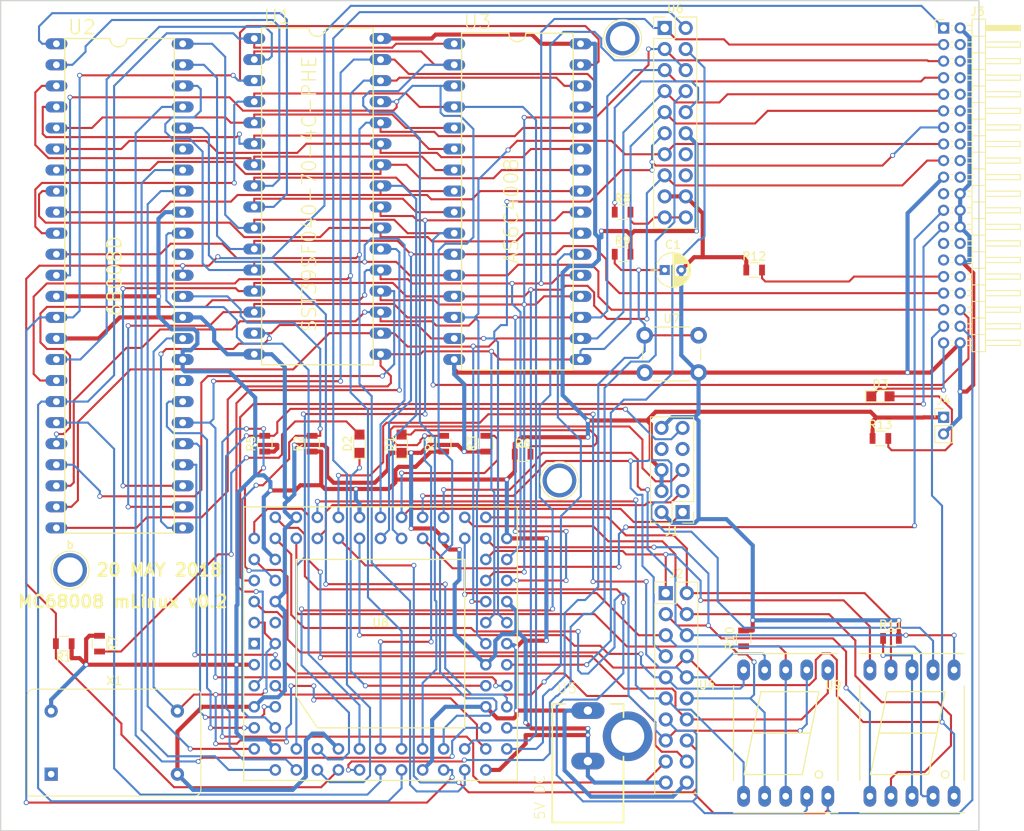
<source format=kicad_pcb>
(kicad_pcb (version 4) (host pcbnew 4.0.7)
  (layers (0 F.Cu signal) (31 B.Cu signal) (34 B.Paste user) (35 F.Paste user) (36 B.SilkS user) (37 F.SilkS user) (38 B.Mask user) (39 F.Mask user) (44 Edge.Cuts user))
  (net 0 "")
  (net 1 /A18)
  (net 2 /A16)
  (net 3 /A15)
  (net 4 /A12)
  (net 5 /A7)
  (net 6 /A6)
  (net 7 /A5)
  (net 8 /A4)
  (net 9 /A3)
  (net 10 /A2)
  (net 11 /A1)
  (net 12 /A0)
  (net 13 /D0)
  (net 14 /D1)
  (net 15 /D2)
  (net 16 GND)
  (net 17 /D3)
  (net 18 /D4)
  (net 19 /D5)
  (net 20 /D6)
  (net 21 /D7)
  (net 22 /A10)
  (net 23 /A11)
  (net 24 /A9)
  (net 25 /A8)
  (net 26 /A13)
  (net 27 /A14)
  (net 28 /A17)
  (net 29 VCC)
  (net 30 /A19)
  (net 31 /AS)
  (net 32 /DS)
  (net 33 /RW)
  (net 34 /DTACK)
  (net 35 /CLK)
  (net 36 /HALT)
  (net 37 /RESET)
  (net 38 "Net-(U2-Pad38)")
  (net 39 /IPL1)
  (net 40 /FC1)
  (net 41 /FC0)
  (net 42 /OE)
  (net 43 "Net-(U5-Pad2)")
  (net 44 /CERAM)
  (net 45 /VPA)
  (net 46 "Net-(U2-Pad43)")
  (net 47 /CEROM)
  (net 48 /TDI)
  (net 49 /RXF)
  (net 50 /TXE)
  (net 51 /WR)
  (net 52 /RD)
  (net 53 /TMS)
  (net 54 /BTN)
  (net 55 /TCK)
  (net 56 /STATUS)
  (net 57 /IPL2)
  (net 58 /TDO)
  (net 59 "Net-(U2-Pad32)")
  (net 60 "Net-(D1-Pad2)")
  (net 61 "Net-(D2-Pad2)")
  (net 62 "Net-(R8-Pad1)")
  (net 63 /VCCIO)
  (net 64 "Net-(J1-Pad7)")
  (net 65 "Net-(J1-Pad8)")
  (net 66 "Net-(U8-Pad1)")
  (net 67 /PA0)
  (net 68 /PA1)
  (net 69 /PA2)
  (net 70 /PA3)
  (net 71 /PA4)
  (net 72 /PA5)
  (net 73 /PA6)
  (net 74 /PB0)
  (net 75 /PB1)
  (net 76 /PB2)
  (net 77 /PB3)
  (net 78 /PB4)
  (net 79 /PB5)
  (net 80 "Net-(U8-Pad84)")
  (net 81 /PB6)
  (net 82 /INTR1)
  (net 83 /INTR2)
  (net 84 "Net-(X1-Pad1)")
  (net 85 "Net-(U6-Pad14)")
  (net 86 "Net-(U6-Pad16)")
  (net 87 "Net-(R10-Pad1)")
  (net 88 "Net-(R11-Pad1)")
  (net 89 "Net-(J3-Pad4)")
  (net 90 "Net-(J3-Pad6)")
  (net 91 "Net-(J3-Pad8)")
  (net 92 "Net-(J3-Pad10)")
  (net 93 "Net-(J3-Pad12)")
  (net 94 "Net-(J3-Pad14)")
  (net 95 "Net-(J3-Pad16)")
  (net 96 "Net-(J3-Pad18)")
  (net 97 "Net-(J3-Pad20)")
  (net 98 "Net-(J3-Pad21)")
  (net 99 /-IOW)
  (net 100 /-IOR)
  (net 101 "Net-(J3-Pad27)")
  (net 102 "Net-(J3-Pad28)")
  (net 103 "Net-(J3-Pad29)")
  (net 104 /INTRQ)
  (net 105 "Net-(J3-Pad32)")
  (net 106 "Net-(J3-Pad34)")
  (net 107 /_CS0)
  (net 108 /_CS1)
  (net 109 /-DASP)
  (net 110 "Net-(D3-Pad2)")
  (module jack:DCJ0202 (layer F.Cu) (at 155.194 122.301)
    (fp_text reference U5 (at -3.81 -5.08) (layer F.SilkS) (effects (font (size 1.2065 1.2065) (thickness 0.1016)) (justify left bottom)))
    (fp_text value "5V DC" (at -5.08 10.16 90) (layer F.SilkS) (effects (font (size 1.2065 1.2065) (thickness 0.1016)) (justify left bottom)))
    (pad 1 thru_hole oval (at 0 -3.1 180) (size 4 2) (drill 1) (layers *.Cu *.Mask) (net 29 VCC))
    (pad 3 thru_hole oval (at 0 3 180) (size 4 2) (drill 1) (layers *.Cu *.Mask) (net 16 GND))
    (pad 2 thru_hole circle (at 4.8 0 90) (size 6 6) (drill 4) (layers *.Cu *.Mask) (net 43 "Net-(U5-Pad2)"))
  )
  (module 680008:DIL32 (layer F.Cu) (at 122.555 57.15 270)
    (fp_text reference U1 (at -20.701 6.604 360) (layer F.SilkS) (effects (font (size 1.6891 1.6891) (thickness 0.14224)) (justify left bottom)))
    (fp_text value SST39SF040-70-4C-PHE (at 16.51 0 270) (layer F.SilkS) (effects (font (size 1.6891 1.6891) (thickness 0.14224)) (justify left bottom)))
    (pad 1 thru_hole oval (at -19.05 7.62) (size 2.6416 1.3208) (drill 0.8128) (layers *.Cu *.Mask) (net 1 /A18))
    (pad 2 thru_hole oval (at -16.51 7.62) (size 2.6416 1.3208) (drill 0.8128) (layers *.Cu *.Mask) (net 2 /A16))
    (pad 3 thru_hole oval (at -13.97 7.62) (size 2.6416 1.3208) (drill 0.8128) (layers *.Cu *.Mask) (net 3 /A15))
    (pad 4 thru_hole oval (at -11.43 7.62) (size 2.6416 1.3208) (drill 0.8128) (layers *.Cu *.Mask) (net 4 /A12))
    (pad 5 thru_hole oval (at -8.89 7.62) (size 2.6416 1.3208) (drill 0.8128) (layers *.Cu *.Mask) (net 5 /A7))
    (pad 6 thru_hole oval (at -6.35 7.62) (size 2.6416 1.3208) (drill 0.8128) (layers *.Cu *.Mask) (net 6 /A6))
    (pad 7 thru_hole oval (at -3.81 7.62) (size 2.6416 1.3208) (drill 0.8128) (layers *.Cu *.Mask) (net 7 /A5))
    (pad 8 thru_hole oval (at -1.27 7.62) (size 2.6416 1.3208) (drill 0.8128) (layers *.Cu *.Mask) (net 8 /A4))
    (pad 9 thru_hole oval (at 1.27 7.62) (size 2.6416 1.3208) (drill 0.8128) (layers *.Cu *.Mask) (net 9 /A3))
    (pad 10 thru_hole oval (at 3.81 7.62) (size 2.6416 1.3208) (drill 0.8128) (layers *.Cu *.Mask) (net 10 /A2))
    (pad 11 thru_hole oval (at 6.35 7.62) (size 2.6416 1.3208) (drill 0.8128) (layers *.Cu *.Mask) (net 11 /A1))
    (pad 12 thru_hole oval (at 8.89 7.62) (size 2.6416 1.3208) (drill 0.8128) (layers *.Cu *.Mask) (net 12 /A0))
    (pad 13 thru_hole oval (at 11.43 7.62) (size 2.6416 1.3208) (drill 0.8128) (layers *.Cu *.Mask) (net 13 /D0))
    (pad 14 thru_hole oval (at 13.97 7.62) (size 2.6416 1.3208) (drill 0.8128) (layers *.Cu *.Mask) (net 14 /D1))
    (pad 15 thru_hole oval (at 16.51 7.62) (size 2.6416 1.3208) (drill 0.8128) (layers *.Cu *.Mask) (net 15 /D2))
    (pad 16 thru_hole oval (at 19.05 7.62) (size 2.6416 1.3208) (drill 0.8128) (layers *.Cu *.Mask) (net 16 GND))
    (pad 17 thru_hole oval (at 19.05 -7.62) (size 2.6416 1.3208) (drill 0.8128) (layers *.Cu *.Mask) (net 17 /D3))
    (pad 18 thru_hole oval (at 16.51 -7.62) (size 2.6416 1.3208) (drill 0.8128) (layers *.Cu *.Mask) (net 18 /D4))
    (pad 19 thru_hole oval (at 13.97 -7.62) (size 2.6416 1.3208) (drill 0.8128) (layers *.Cu *.Mask) (net 19 /D5))
    (pad 20 thru_hole oval (at 11.43 -7.62) (size 2.6416 1.3208) (drill 0.8128) (layers *.Cu *.Mask) (net 20 /D6))
    (pad 21 thru_hole oval (at 8.89 -7.62) (size 2.6416 1.3208) (drill 0.8128) (layers *.Cu *.Mask) (net 21 /D7))
    (pad 22 thru_hole oval (at 6.35 -7.62) (size 2.6416 1.3208) (drill 0.8128) (layers *.Cu *.Mask) (net 44 /CERAM))
    (pad 23 thru_hole oval (at 3.81 -7.62) (size 2.6416 1.3208) (drill 0.8128) (layers *.Cu *.Mask) (net 22 /A10))
    (pad 24 thru_hole oval (at 1.27 -7.62) (size 2.6416 1.3208) (drill 0.8128) (layers *.Cu *.Mask) (net 42 /OE))
    (pad 25 thru_hole oval (at -1.27 -7.62) (size 2.6416 1.3208) (drill 0.8128) (layers *.Cu *.Mask) (net 23 /A11))
    (pad 26 thru_hole oval (at -3.81 -7.62) (size 2.6416 1.3208) (drill 0.8128) (layers *.Cu *.Mask) (net 24 /A9))
    (pad 27 thru_hole oval (at -6.35 -7.62) (size 2.6416 1.3208) (drill 0.8128) (layers *.Cu *.Mask) (net 25 /A8))
    (pad 28 thru_hole oval (at -8.89 -7.62) (size 2.6416 1.3208) (drill 0.8128) (layers *.Cu *.Mask) (net 26 /A13))
    (pad 29 thru_hole oval (at -11.43 -7.62) (size 2.6416 1.3208) (drill 0.8128) (layers *.Cu *.Mask) (net 27 /A14))
    (pad 30 thru_hole oval (at -13.97 -7.62) (size 2.6416 1.3208) (drill 0.8128) (layers *.Cu *.Mask) (net 28 /A17))
    (pad 31 thru_hole oval (at -16.51 -7.62) (size 2.6416 1.3208) (drill 0.8128) (layers *.Cu *.Mask) (net 33 /RW))
    (pad 32 thru_hole oval (at -19.05 -7.62) (size 2.6416 1.3208) (drill 0.8128) (layers *.Cu *.Mask) (net 29 VCC))
  )
  (module 680008:DIL48 (layer F.Cu) (at 98.679 67.945 270)
    (fp_text reference U2 (at -30.226 6.35 360) (layer F.SilkS) (effects (font (size 1.6891 1.6891) (thickness 0.1778)) (justify left bottom)))
    (fp_text value 68008D (at 3.81 -0.381 270) (layer F.SilkS) (effects (font (size 1.6891 1.6891) (thickness 0.1778)) (justify left bottom)))
    (pad 1 thru_hole oval (at -29.21 7.62) (size 2.6416 1.3208) (drill 0.8128) (layers *.Cu *.Mask) (net 9 /A3))
    (pad 2 thru_hole oval (at -26.67 7.62) (size 2.6416 1.3208) (drill 0.8128) (layers *.Cu *.Mask) (net 8 /A4))
    (pad 3 thru_hole oval (at -24.13 7.62) (size 2.6416 1.3208) (drill 0.8128) (layers *.Cu *.Mask) (net 7 /A5))
    (pad 4 thru_hole oval (at -21.59 7.62) (size 2.6416 1.3208) (drill 0.8128) (layers *.Cu *.Mask) (net 6 /A6))
    (pad 5 thru_hole oval (at -19.05 7.62) (size 2.6416 1.3208) (drill 0.8128) (layers *.Cu *.Mask) (net 5 /A7))
    (pad 6 thru_hole oval (at -16.51 7.62) (size 2.6416 1.3208) (drill 0.8128) (layers *.Cu *.Mask) (net 25 /A8))
    (pad 7 thru_hole oval (at -13.97 7.62) (size 2.6416 1.3208) (drill 0.8128) (layers *.Cu *.Mask) (net 24 /A9))
    (pad 8 thru_hole oval (at -11.43 7.62) (size 2.6416 1.3208) (drill 0.8128) (layers *.Cu *.Mask) (net 22 /A10))
    (pad 9 thru_hole oval (at -8.89 7.62) (size 2.6416 1.3208) (drill 0.8128) (layers *.Cu *.Mask) (net 23 /A11))
    (pad 10 thru_hole oval (at -6.35 7.62) (size 2.6416 1.3208) (drill 0.8128) (layers *.Cu *.Mask) (net 4 /A12))
    (pad 11 thru_hole oval (at -3.81 7.62) (size 2.6416 1.3208) (drill 0.8128) (layers *.Cu *.Mask) (net 26 /A13))
    (pad 12 thru_hole oval (at -1.27 7.62) (size 2.6416 1.3208) (drill 0.8128) (layers *.Cu *.Mask) (net 27 /A14))
    (pad 13 thru_hole oval (at 1.27 7.62) (size 2.6416 1.3208) (drill 0.8128) (layers *.Cu *.Mask) (net 29 VCC))
    (pad 14 thru_hole oval (at 3.81 7.62) (size 2.6416 1.3208) (drill 0.8128) (layers *.Cu *.Mask) (net 3 /A15))
    (pad 15 thru_hole oval (at 6.35 7.62) (size 2.6416 1.3208) (drill 0.8128) (layers *.Cu *.Mask) (net 16 GND))
    (pad 16 thru_hole oval (at 8.89 7.62) (size 2.6416 1.3208) (drill 0.8128) (layers *.Cu *.Mask) (net 2 /A16))
    (pad 17 thru_hole oval (at 11.43 7.62) (size 2.6416 1.3208) (drill 0.8128) (layers *.Cu *.Mask) (net 28 /A17))
    (pad 18 thru_hole oval (at 13.97 7.62) (size 2.6416 1.3208) (drill 0.8128) (layers *.Cu *.Mask) (net 1 /A18))
    (pad 19 thru_hole oval (at 16.51 7.62) (size 2.6416 1.3208) (drill 0.8128) (layers *.Cu *.Mask) (net 30 /A19))
    (pad 20 thru_hole oval (at 19.05 7.62) (size 2.6416 1.3208) (drill 0.8128) (layers *.Cu *.Mask) (net 21 /D7))
    (pad 21 thru_hole oval (at 21.59 7.62) (size 2.6416 1.3208) (drill 0.8128) (layers *.Cu *.Mask) (net 20 /D6))
    (pad 22 thru_hole oval (at 24.13 7.62) (size 2.6416 1.3208) (drill 0.8128) (layers *.Cu *.Mask) (net 19 /D5))
    (pad 23 thru_hole oval (at 26.67 7.62) (size 2.6416 1.3208) (drill 0.8128) (layers *.Cu *.Mask) (net 18 /D4))
    (pad 24 thru_hole oval (at 29.21 7.62) (size 2.6416 1.3208) (drill 0.8128) (layers *.Cu *.Mask) (net 17 /D3))
    (pad 25 thru_hole oval (at 29.21 -7.62) (size 2.6416 1.3208) (drill 0.8128) (layers *.Cu *.Mask) (net 15 /D2))
    (pad 26 thru_hole oval (at 26.67 -7.62) (size 2.6416 1.3208) (drill 0.8128) (layers *.Cu *.Mask) (net 14 /D1))
    (pad 27 thru_hole oval (at 24.13 -7.62) (size 2.6416 1.3208) (drill 0.8128) (layers *.Cu *.Mask) (net 13 /D0))
    (pad 28 thru_hole oval (at 21.59 -7.62) (size 2.6416 1.3208) (drill 0.8128) (layers *.Cu *.Mask) (net 31 /AS))
    (pad 29 thru_hole oval (at 19.05 -7.62) (size 2.6416 1.3208) (drill 0.8128) (layers *.Cu *.Mask) (net 32 /DS))
    (pad 30 thru_hole oval (at 16.51 -7.62) (size 2.6416 1.3208) (drill 0.8128) (layers *.Cu *.Mask) (net 33 /RW))
    (pad 31 thru_hole oval (at 13.97 -7.62) (size 2.6416 1.3208) (drill 0.8128) (layers *.Cu *.Mask) (net 34 /DTACK))
    (pad 32 thru_hole oval (at 11.43 -7.62) (size 2.6416 1.3208) (drill 0.8128) (layers *.Cu *.Mask) (net 59 "Net-(U2-Pad32)"))
    (pad 33 thru_hole oval (at 8.89 -7.62) (size 2.6416 1.3208) (drill 0.8128) (layers *.Cu *.Mask) (net 29 VCC))
    (pad 34 thru_hole oval (at 6.35 -7.62) (size 2.6416 1.3208) (drill 0.8128) (layers *.Cu *.Mask) (net 35 /CLK))
    (pad 35 thru_hole oval (at 3.81 -7.62) (size 2.6416 1.3208) (drill 0.8128) (layers *.Cu *.Mask) (net 16 GND))
    (pad 36 thru_hole oval (at 1.27 -7.62) (size 2.6416 1.3208) (drill 0.8128) (layers *.Cu *.Mask) (net 36 /HALT))
    (pad 37 thru_hole oval (at -1.27 -7.62) (size 2.6416 1.3208) (drill 0.8128) (layers *.Cu *.Mask) (net 37 /RESET))
    (pad 38 thru_hole oval (at -3.81 -7.62) (size 2.6416 1.3208) (drill 0.8128) (layers *.Cu *.Mask) (net 38 "Net-(U2-Pad38)"))
    (pad 39 thru_hole oval (at -6.35 -7.62) (size 2.6416 1.3208) (drill 0.8128) (layers *.Cu *.Mask) (net 45 /VPA))
    (pad 40 thru_hole oval (at -8.89 -7.62) (size 2.6416 1.3208) (drill 0.8128) (layers *.Cu *.Mask) (net 29 VCC))
    (pad 41 thru_hole oval (at -11.43 -7.62) (size 2.6416 1.3208) (drill 0.8128) (layers *.Cu *.Mask) (net 39 /IPL1))
    (pad 42 thru_hole oval (at -13.97 -7.62) (size 2.6416 1.3208) (drill 0.8128) (layers *.Cu *.Mask) (net 57 /IPL2))
    (pad 43 thru_hole oval (at -16.51 -7.62) (size 2.6416 1.3208) (drill 0.8128) (layers *.Cu *.Mask) (net 46 "Net-(U2-Pad43)"))
    (pad 44 thru_hole oval (at -19.05 -7.62) (size 2.6416 1.3208) (drill 0.8128) (layers *.Cu *.Mask) (net 40 /FC1))
    (pad 45 thru_hole oval (at -21.59 -7.62) (size 2.6416 1.3208) (drill 0.8128) (layers *.Cu *.Mask) (net 41 /FC0))
    (pad 46 thru_hole oval (at -24.13 -7.62) (size 2.6416 1.3208) (drill 0.8128) (layers *.Cu *.Mask) (net 12 /A0))
    (pad 47 thru_hole oval (at -26.67 -7.62) (size 2.6416 1.3208) (drill 0.8128) (layers *.Cu *.Mask) (net 11 /A1))
    (pad 48 thru_hole oval (at -29.21 -7.62) (size 2.6416 1.3208) (drill 0.8128) (layers *.Cu *.Mask) (net 10 /A2))
  )
  (module 680008:DIL32 (layer F.Cu) (at 146.685 57.785 270)
    (fp_text reference U3 (at -20.701 6.604 360) (layer F.SilkS) (effects (font (size 1.6891 1.6891) (thickness 0.14224)) (justify left bottom)))
    (fp_text value AS6C4008 (at 7.62 -0.254 270) (layer F.SilkS) (effects (font (size 1.6891 1.6891) (thickness 0.14224)) (justify left bottom)))
    (pad 1 thru_hole oval (at -19.05 7.62) (size 2.6416 1.3208) (drill 0.8128) (layers *.Cu *.Mask) (net 1 /A18))
    (pad 2 thru_hole oval (at -16.51 7.62) (size 2.6416 1.3208) (drill 0.8128) (layers *.Cu *.Mask) (net 2 /A16))
    (pad 3 thru_hole oval (at -13.97 7.62) (size 2.6416 1.3208) (drill 0.8128) (layers *.Cu *.Mask) (net 27 /A14))
    (pad 4 thru_hole oval (at -11.43 7.62) (size 2.6416 1.3208) (drill 0.8128) (layers *.Cu *.Mask) (net 4 /A12))
    (pad 5 thru_hole oval (at -8.89 7.62) (size 2.6416 1.3208) (drill 0.8128) (layers *.Cu *.Mask) (net 5 /A7))
    (pad 6 thru_hole oval (at -6.35 7.62) (size 2.6416 1.3208) (drill 0.8128) (layers *.Cu *.Mask) (net 6 /A6))
    (pad 7 thru_hole oval (at -3.81 7.62) (size 2.6416 1.3208) (drill 0.8128) (layers *.Cu *.Mask) (net 7 /A5))
    (pad 8 thru_hole oval (at -1.27 7.62) (size 2.6416 1.3208) (drill 0.8128) (layers *.Cu *.Mask) (net 8 /A4))
    (pad 9 thru_hole oval (at 1.27 7.62) (size 2.6416 1.3208) (drill 0.8128) (layers *.Cu *.Mask) (net 9 /A3))
    (pad 10 thru_hole oval (at 3.81 7.62) (size 2.6416 1.3208) (drill 0.8128) (layers *.Cu *.Mask) (net 10 /A2))
    (pad 11 thru_hole oval (at 6.35 7.62) (size 2.6416 1.3208) (drill 0.8128) (layers *.Cu *.Mask) (net 11 /A1))
    (pad 12 thru_hole oval (at 8.89 7.62) (size 2.6416 1.3208) (drill 0.8128) (layers *.Cu *.Mask) (net 12 /A0))
    (pad 13 thru_hole oval (at 11.43 7.62) (size 2.6416 1.3208) (drill 0.8128) (layers *.Cu *.Mask) (net 13 /D0))
    (pad 14 thru_hole oval (at 13.97 7.62) (size 2.6416 1.3208) (drill 0.8128) (layers *.Cu *.Mask) (net 14 /D1))
    (pad 15 thru_hole oval (at 16.51 7.62) (size 2.6416 1.3208) (drill 0.8128) (layers *.Cu *.Mask) (net 15 /D2))
    (pad 16 thru_hole oval (at 19.05 7.62) (size 2.6416 1.3208) (drill 0.8128) (layers *.Cu *.Mask) (net 16 GND))
    (pad 17 thru_hole oval (at 19.05 -7.62) (size 2.6416 1.3208) (drill 0.8128) (layers *.Cu *.Mask) (net 17 /D3))
    (pad 18 thru_hole oval (at 16.51 -7.62) (size 2.6416 1.3208) (drill 0.8128) (layers *.Cu *.Mask) (net 18 /D4))
    (pad 19 thru_hole oval (at 13.97 -7.62) (size 2.6416 1.3208) (drill 0.8128) (layers *.Cu *.Mask) (net 19 /D5))
    (pad 20 thru_hole oval (at 11.43 -7.62) (size 2.6416 1.3208) (drill 0.8128) (layers *.Cu *.Mask) (net 20 /D6))
    (pad 21 thru_hole oval (at 8.89 -7.62) (size 2.6416 1.3208) (drill 0.8128) (layers *.Cu *.Mask) (net 21 /D7))
    (pad 22 thru_hole oval (at 6.35 -7.62) (size 2.6416 1.3208) (drill 0.8128) (layers *.Cu *.Mask) (net 47 /CEROM))
    (pad 23 thru_hole oval (at 3.81 -7.62) (size 2.6416 1.3208) (drill 0.8128) (layers *.Cu *.Mask) (net 22 /A10))
    (pad 24 thru_hole oval (at 1.27 -7.62) (size 2.6416 1.3208) (drill 0.8128) (layers *.Cu *.Mask) (net 42 /OE))
    (pad 25 thru_hole oval (at -1.27 -7.62) (size 2.6416 1.3208) (drill 0.8128) (layers *.Cu *.Mask) (net 23 /A11))
    (pad 26 thru_hole oval (at -3.81 -7.62) (size 2.6416 1.3208) (drill 0.8128) (layers *.Cu *.Mask) (net 24 /A9))
    (pad 27 thru_hole oval (at -6.35 -7.62) (size 2.6416 1.3208) (drill 0.8128) (layers *.Cu *.Mask) (net 25 /A8))
    (pad 28 thru_hole oval (at -8.89 -7.62) (size 2.6416 1.3208) (drill 0.8128) (layers *.Cu *.Mask) (net 26 /A13))
    (pad 29 thru_hole oval (at -11.43 -7.62) (size 2.6416 1.3208) (drill 0.8128) (layers *.Cu *.Mask) (net 33 /RW))
    (pad 30 thru_hole oval (at -13.97 -7.62) (size 2.6416 1.3208) (drill 0.8128) (layers *.Cu *.Mask) (net 28 /A17))
    (pad 31 thru_hole oval (at -16.51 -7.62) (size 2.6416 1.3208) (drill 0.8128) (layers *.Cu *.Mask) (net 3 /A15))
    (pad 32 thru_hole oval (at -19.05 -7.62) (size 2.6416 1.3208) (drill 0.8128) (layers *.Cu *.Mask) (net 29 VCC))
  )
  (module Resistors_SMD:R_0805 (layer F.Cu) (at 91.948 111.125 180)
    (fp_text reference R1 (at 0 -1.65 180) (layer F.SilkS))
    (fp_text value 10K)
    (pad 1 smd rect (at -0.95 0 180) (size 0.7 1.3) (layers F.Cu F.Paste F.Mask) (net 29 VCC))
    (pad 2 smd rect (at 0.95 0 180) (size 0.7 1.3) (layers F.Cu F.Paste F.Mask) (net 37 /RESET))
  )
  (module Resistors_SMD:R_0805 (layer F.Cu) (at 121.92 86.995 90)
    (fp_text reference R2 (at 0 -1.65 90) (layer F.SilkS))
    (fp_text value 10K)
    (pad 1 smd rect (at -0.95 0 90) (size 0.7 1.3) (layers F.Cu F.Paste F.Mask) (net 29 VCC))
    (pad 2 smd rect (at 0.95 0 90) (size 0.7 1.3) (layers F.Cu F.Paste F.Mask) (net 36 /HALT))
  )
  (module Resistors_SMD:R_0805 (layer F.Cu) (at 142.875 86.995 90)
    (fp_text reference R3 (at 0 -1.65 90) (layer F.SilkS))
    (fp_text value 10K)
    (pad 1 smd rect (at -0.95 0 90) (size 0.7 1.3) (layers F.Cu F.Paste F.Mask) (net 16 GND))
    (pad 2 smd rect (at 0.95 0 90) (size 0.7 1.3) (layers F.Cu F.Paste F.Mask) (net 55 /TCK))
  )
  (module Resistors_SMD:R_0805 (layer F.Cu) (at 137.795 86.995 90)
    (fp_text reference R4 (at 0 -1.65 90) (layer F.SilkS))
    (fp_text value 10K)
    (pad 1 smd rect (at -0.95 0 90) (size 0.7 1.3) (layers F.Cu F.Paste F.Mask) (net 29 VCC))
    (pad 2 smd rect (at 0.95 0 90) (size 0.7 1.3) (layers F.Cu F.Paste F.Mask) (net 53 /TMS))
  )
  (module Resistors_SMD:R_0805 (layer F.Cu) (at 116.205 86.995 90)
    (fp_text reference R5 (at 0 -1.65 90) (layer F.SilkS))
    (fp_text value 10K)
    (pad 1 smd rect (at -0.95 0 90) (size 0.7 1.3) (layers F.Cu F.Paste F.Mask) (net 29 VCC))
    (pad 2 smd rect (at 0.95 0 90) (size 0.7 1.3) (layers F.Cu F.Paste F.Mask) (net 48 /TDI))
  )
  (module Oscillators:Oscillator_DIP-14 (layer F.Cu) (at 90.424 126.873)
    (fp_text reference X1 (at 7.62 -11.26) (layer F.SilkS))
    (fp_text value OSCILLATOR)
    (pad 1 thru_hole rect (at 0 0) (size 1.6 1.6) (drill 0.8) (layers *.Cu *.Mask) (net 84 "Net-(X1-Pad1)"))
    (pad 14 thru_hole circle (at 0 -7.62) (size 1.6 1.6) (drill 0.8) (layers *.Cu *.Mask) (net 29 VCC))
    (pad 8 thru_hole circle (at 15.24 -7.62) (size 1.6 1.6) (drill 0.8) (layers *.Cu *.Mask) (net 35 /CLK))
    (pad 7 thru_hole circle (at 15.24 0) (size 1.6 1.6) (drill 0.8) (layers *.Cu *.Mask) (net 16 GND))
  )
  (module LEDs:LED_0805 (layer F.Cu) (at 132.715 86.995 90)
    (fp_text reference D1 (at 0 -1.45 90) (layer F.SilkS))
    (fp_text value Power)
    (pad 2 smd rect (at 1.1 0 270) (size 1.2 1.2) (layers F.Cu F.Paste F.Mask) (net 60 "Net-(D1-Pad2)"))
    (pad 1 smd rect (at -1.1 0 270) (size 1.2 1.2) (layers F.Cu F.Paste F.Mask) (net 16 GND))
  )
  (module LEDs:LED_0805 (layer F.Cu) (at 127.635 86.995 90)
    (fp_text reference D2 (at 0 -1.45 90) (layer F.SilkS))
    (fp_text value status)
    (pad 2 smd rect (at 1.1 0 270) (size 1.2 1.2) (layers F.Cu F.Paste F.Mask) (net 61 "Net-(D2-Pad2)"))
    (pad 1 smd rect (at -1.1 0 270) (size 1.2 1.2) (layers F.Cu F.Paste F.Mask) (net 56 /STATUS))
  )
  (module Resistors_SMD:R_0805 (layer F.Cu) (at 147.32 88.265)
    (fp_text reference R6 (at 0 -1.27) (layer F.SilkS))
    (fp_text value 1K)
    (pad 1 smd rect (at -0.95 0) (size 0.7 1.3) (layers F.Cu F.Paste F.Mask) (net 29 VCC))
    (pad 2 smd rect (at 0.95 0) (size 0.7 1.3) (layers F.Cu F.Paste F.Mask) (net 60 "Net-(D1-Pad2)"))
  )
  (module Resistors_SMD:R_0805 (layer F.Cu) (at 96.266 111.125 270)
    (fp_text reference R7 (at 0 -1.65 270) (layer F.SilkS))
    (fp_text value 1K)
    (pad 1 smd rect (at -0.95 0 270) (size 0.7 1.3) (layers F.Cu F.Paste F.Mask) (net 29 VCC))
    (pad 2 smd rect (at 0.95 0 270) (size 0.7 1.3) (layers F.Cu F.Paste F.Mask) (net 61 "Net-(D2-Pad2)"))
  )
  (module Resistors_SMD:R_0805 (layer F.Cu) (at 159.385 59.055)
    (fp_text reference R8 (at 0 -1.65) (layer F.SilkS))
    (fp_text value 10KR)
    (pad 1 smd rect (at -0.95 0) (size 0.7 1.3) (layers F.Cu F.Paste F.Mask) (net 62 "Net-(R8-Pad1)"))
    (pad 2 smd rect (at 0.95 0) (size 0.7 1.3) (layers F.Cu F.Paste F.Mask) (net 63 /VCCIO))
  )
  (module Resistors_SMD:R_0805 (layer F.Cu) (at 159.385 64.135)
    (fp_text reference R9 (at 0 -1.65) (layer F.SilkS))
    (fp_text value R)
    (pad 1 smd rect (at -0.95 0) (size 0.7 1.3) (layers F.Cu F.Paste F.Mask) (net 54 /BTN))
    (pad 2 smd rect (at 0.95 0) (size 0.7 1.3) (layers F.Cu F.Paste F.Mask) (net 29 VCC))
  )
  (module Buttons_Switches_ThroughHole:SW_PUSH_6mm (layer F.Cu) (at 162.052 73.914)
    (fp_text reference U7 (at 3.25 -2) (layer F.SilkS))
    (fp_text value reset)
    (pad 2 thru_hole circle (at 0 4.5 90) (size 2 2) (drill 1.1) (layers *.Cu *.Mask) (net 16 GND))
    (pad 1 thru_hole circle (at 0 0 90) (size 2 2) (drill 1.1) (layers *.Cu *.Mask) (net 54 /BTN))
    (pad 2 thru_hole circle (at 6.5 4.5 90) (size 2 2) (drill 1.1) (layers *.Cu *.Mask) (net 16 GND))
    (pad 1 thru_hole circle (at 6.5 0 90) (size 2 2) (drill 1.1) (layers *.Cu *.Mask) (net 54 /BTN))
  )
  (module Pin_Headers:Pin_Header_Straight_2x10_Pitch2.54mm (layer F.Cu) (at 164.465 36.83)
    (fp_text reference U6 (at 1.27 -2.33) (layer F.SilkS))
    (fp_text value FT245R)
    (pad 1 thru_hole rect (at 0 0) (size 1.7 1.7) (drill 1) (layers *.Cu *.Mask) (net 21 /D7))
    (pad 2 thru_hole oval (at 2.54 0) (size 1.7 1.7) (drill 1) (layers *.Cu *.Mask) (net 52 /RD))
    (pad 3 thru_hole oval (at 0 2.54) (size 1.7 1.7) (drill 1) (layers *.Cu *.Mask) (net 20 /D6))
    (pad 4 thru_hole oval (at 2.54 2.54) (size 1.7 1.7) (drill 1) (layers *.Cu *.Mask) (net 51 /WR))
    (pad 5 thru_hole oval (at 0 5.08) (size 1.7 1.7) (drill 1) (layers *.Cu *.Mask) (net 19 /D5))
    (pad 6 thru_hole oval (at 2.54 5.08) (size 1.7 1.7) (drill 1) (layers *.Cu *.Mask) (net 49 /RXF))
    (pad 7 thru_hole oval (at 0 7.62) (size 1.7 1.7) (drill 1) (layers *.Cu *.Mask) (net 18 /D4))
    (pad 8 thru_hole oval (at 2.54 7.62) (size 1.7 1.7) (drill 1) (layers *.Cu *.Mask) (net 50 /TXE))
    (pad 9 thru_hole oval (at 0 10.16) (size 1.7 1.7) (drill 1) (layers *.Cu *.Mask) (net 17 /D3))
    (pad 10 thru_hole oval (at 2.54 10.16) (size 1.7 1.7) (drill 1) (layers *.Cu *.Mask) (net 62 "Net-(R8-Pad1)"))
    (pad 11 thru_hole oval (at 0 12.7) (size 1.7 1.7) (drill 1) (layers *.Cu *.Mask) (net 15 /D2))
    (pad 12 thru_hole oval (at 2.54 12.7) (size 1.7 1.7) (drill 1) (layers *.Cu *.Mask) (net 29 VCC))
    (pad 13 thru_hole oval (at 0 15.24) (size 1.7 1.7) (drill 1) (layers *.Cu *.Mask) (net 14 /D1))
    (pad 14 thru_hole oval (at 2.54 15.24) (size 1.7 1.7) (drill 1) (layers *.Cu *.Mask) (net 85 "Net-(U6-Pad14)"))
    (pad 15 thru_hole oval (at 0 17.78) (size 1.7 1.7) (drill 1) (layers *.Cu *.Mask) (net 13 /D0))
    (pad 16 thru_hole oval (at 2.54 17.78) (size 1.7 1.7) (drill 1) (layers *.Cu *.Mask) (net 86 "Net-(U6-Pad16)"))
    (pad 17 thru_hole oval (at 0 20.32) (size 1.7 1.7) (drill 1) (layers *.Cu *.Mask) (net 16 GND))
    (pad 18 thru_hole oval (at 2.54 20.32) (size 1.7 1.7) (drill 1) (layers *.Cu *.Mask) (net 16 GND))
    (pad 19 thru_hole oval (at 0 22.86) (size 1.7 1.7) (drill 1) (layers *.Cu *.Mask) (net 63 /VCCIO))
    (pad 20 thru_hole oval (at 2.54 22.86) (size 1.7 1.7) (drill 1) (layers *.Cu *.Mask) (net 63 /VCCIO))
  )
  (module Pin_Headers:Pin_Header_Straight_2x05_Pitch2.54mm (layer F.Cu) (at 166.624 95.25 180)
    (fp_text reference J1 (at 1.27 -2.33 180) (layer F.SilkS))
    (fp_text value CPLD)
    (pad 1 thru_hole rect (at 0 0 180) (size 1.7 1.7) (drill 1) (layers *.Cu *.Mask) (net 55 /TCK))
    (pad 2 thru_hole oval (at 2.54 0 180) (size 1.7 1.7) (drill 1) (layers *.Cu *.Mask) (net 16 GND))
    (pad 3 thru_hole oval (at 0 2.54 180) (size 1.7 1.7) (drill 1) (layers *.Cu *.Mask) (net 58 /TDO))
    (pad 4 thru_hole oval (at 2.54 2.54 180) (size 1.7 1.7) (drill 1) (layers *.Cu *.Mask) (net 29 VCC))
    (pad 5 thru_hole oval (at 0 5.08 180) (size 1.7 1.7) (drill 1) (layers *.Cu *.Mask) (net 53 /TMS))
    (pad 6 thru_hole oval (at 2.54 5.08 180) (size 1.7 1.7) (drill 1) (layers *.Cu *.Mask) (net 29 VCC))
    (pad 7 thru_hole oval (at 0 7.62 180) (size 1.7 1.7) (drill 1) (layers *.Cu *.Mask) (net 64 "Net-(J1-Pad7)"))
    (pad 8 thru_hole oval (at 2.54 7.62 180) (size 1.7 1.7) (drill 1) (layers *.Cu *.Mask) (net 65 "Net-(J1-Pad8)"))
    (pad 9 thru_hole oval (at 0 10.16 180) (size 1.7 1.7) (drill 1) (layers *.Cu *.Mask) (net 48 /TDI))
    (pad 10 thru_hole oval (at 2.54 10.16 180) (size 1.7 1.7) (drill 1) (layers *.Cu *.Mask) (net 16 GND))
  )
  (module Connect:1pin (layer F.Cu) (at 92.71 102.235)
    (fp_text reference b (at 0 -3.048) (layer F.SilkS))
    (fp_text value "")
    (pad 1 thru_hole circle (at 0 0) (size 4.064 4.064) (drill 3.048) (layers *.Cu *.Mask))
  )
  (module Connect:1pin (layer F.Cu) (at 159.385 38.1)
    (fp_text reference a hide)
    (fp_text value "" hide)
    (pad 1 thru_hole circle (at 0 0) (size 4.064 4.064) (drill 3.048) (layers *.Cu *.Mask))
  )
  (module Connect:1pin (layer F.Cu) (at 151.765 91.44)
    (fp_text reference c hide)
    (fp_text value "")
    (pad 1 thru_hole circle (at 0 0) (size 4.064 4.064) (drill 3.048) (layers *.Cu *.Mask))
  )
  (module Capacitors_ThroughHole:CP_Radial_D4.0mm_P2.00mm (layer F.Cu) (at 164.465 66.04)
    (fp_text reference C1 (at 1 -3.06) (layer F.SilkS))
    (fp_text value 10uF)
    (pad 1 thru_hole rect (at 0 0) (size 1.2 1.2) (drill 0.6) (layers *.Cu *.Mask) (net 54 /BTN))
    (pad 2 thru_hole circle (at 2 0) (size 1.2 1.2) (drill 0.6) (layers *.Cu *.Mask) (net 16 GND))
  )
  (module Sockets:PLCC84 (layer F.Cu) (at 130.175 111.125)
    (fp_text reference U8 (at 0 -2.54) (layer F.SilkS))
    (fp_text value EPM7486-84)
    (pad 1 thru_hole rect (at -15.24 0) (size 1.397 1.397) (drill 0.8128) (layers *.Cu *.Mask) (net 66 "Net-(U8-Pad1)"))
    (pad 2 thru_hole circle (at -12.7 0) (size 1.397 1.397) (drill 0.8128) (layers *.Cu *.Mask) (net 35 /CLK))
    (pad 3 thru_hole circle (at -15.24 2.54) (size 1.397 1.397) (drill 0.8128) (layers *.Cu *.Mask) (net 29 VCC))
    (pad 4 thru_hole circle (at -12.7 2.54) (size 1.397 1.397) (drill 0.8128) (layers *.Cu *.Mask) (net 31 /AS))
    (pad 5 thru_hole circle (at -15.24 5.08) (size 1.397 1.397) (drill 0.8128) (layers *.Cu *.Mask) (net 44 /CERAM))
    (pad 6 thru_hole circle (at -12.7 5.08) (size 1.397 1.397) (drill 0.8128) (layers *.Cu *.Mask) (net 47 /CEROM))
    (pad 7 thru_hole circle (at -15.24 7.62) (size 1.397 1.397) (drill 0.8128) (layers *.Cu *.Mask) (net 16 GND))
    (pad 8 thru_hole circle (at -12.7 7.62) (size 1.397 1.397) (drill 0.8128) (layers *.Cu *.Mask) (net 32 /DS))
    (pad 9 thru_hole circle (at -15.24 10.16) (size 1.397 1.397) (drill 0.8128) (layers *.Cu *.Mask) (net 34 /DTACK))
    (pad 10 thru_hole circle (at -12.7 10.16) (size 1.397 1.397) (drill 0.8128) (layers *.Cu *.Mask) (net 36 /HALT))
    (pad 11 thru_hole circle (at -15.24 12.7) (size 1.397 1.397) (drill 0.8128) (layers *.Cu *.Mask) (net 39 /IPL1))
    (pad 12 thru_hole circle (at -12.7 15.24) (size 1.397 1.397) (drill 0.8128) (layers *.Cu *.Mask) (net 57 /IPL2))
    (pad 13 thru_hole circle (at -12.7 12.7) (size 1.397 1.397) (drill 0.8128) (layers *.Cu *.Mask) (net 29 VCC))
    (pad 14 thru_hole circle (at -10.16 15.24) (size 1.397 1.397) (drill 0.8128) (layers *.Cu *.Mask) (net 48 /TDI))
    (pad 15 thru_hole circle (at -10.16 12.7) (size 1.397 1.397) (drill 0.8128) (layers *.Cu *.Mask) (net 42 /OE))
    (pad 16 thru_hole circle (at -7.62 15.24) (size 1.397 1.397) (drill 0.8128) (layers *.Cu *.Mask) (net 52 /RD))
    (pad 17 thru_hole circle (at -7.62 12.7) (size 1.397 1.397) (drill 0.8128) (layers *.Cu *.Mask) (net 49 /RXF))
    (pad 18 thru_hole circle (at -5.08 15.24) (size 1.397 1.397) (drill 0.8128) (layers *.Cu *.Mask) (net 37 /RESET))
    (pad 19 thru_hole circle (at -5.08 12.7) (size 1.397 1.397) (drill 0.8128) (layers *.Cu *.Mask) (net 16 GND))
    (pad 20 thru_hole circle (at -2.54 15.24) (size 1.397 1.397) (drill 0.8128) (layers *.Cu *.Mask) (net 50 /TXE))
    (pad 21 thru_hole circle (at -2.54 12.7) (size 1.397 1.397) (drill 0.8128) (layers *.Cu *.Mask) (net 45 /VPA))
    (pad 22 thru_hole circle (at 0 15.24) (size 1.397 1.397) (drill 0.8128) (layers *.Cu *.Mask) (net 30 /A19))
    (pad 23 thru_hole circle (at 0 12.7) (size 1.397 1.397) (drill 0.8128) (layers *.Cu *.Mask) (net 53 /TMS))
    (pad 24 thru_hole circle (at 2.54 15.24) (size 1.397 1.397) (drill 0.8128) (layers *.Cu *.Mask) (net 1 /A18))
    (pad 25 thru_hole circle (at 2.54 12.7) (size 1.397 1.397) (drill 0.8128) (layers *.Cu *.Mask) (net 28 /A17))
    (pad 26 thru_hole circle (at 5.08 15.24) (size 1.397 1.397) (drill 0.8128) (layers *.Cu *.Mask) (net 29 VCC))
    (pad 27 thru_hole circle (at 5.08 12.7) (size 1.397 1.397) (drill 0.8128) (layers *.Cu *.Mask) (net 2 /A16))
    (pad 28 thru_hole circle (at 7.62 15.24) (size 1.397 1.397) (drill 0.8128) (layers *.Cu *.Mask) (net 3 /A15))
    (pad 29 thru_hole circle (at 7.62 12.7) (size 1.397 1.397) (drill 0.8128) (layers *.Cu *.Mask) (net 27 /A14))
    (pad 30 thru_hole circle (at 10.16 15.24) (size 1.397 1.397) (drill 0.8128) (layers *.Cu *.Mask) (net 26 /A13))
    (pad 31 thru_hole circle (at 10.16 12.7) (size 1.397 1.397) (drill 0.8128) (layers *.Cu *.Mask) (net 4 /A12))
    (pad 32 thru_hole circle (at 12.7 15.24) (size 1.397 1.397) (drill 0.8128) (layers *.Cu *.Mask) (net 16 GND))
    (pad 33 thru_hole circle (at 15.24 12.7) (size 1.397 1.397) (drill 0.8128) (layers *.Cu *.Mask) (net 54 /BTN))
    (pad 34 thru_hole circle (at 12.7 12.7) (size 1.397 1.397) (drill 0.8128) (layers *.Cu *.Mask) (net 35 /CLK))
    (pad 35 thru_hole circle (at 15.24 10.16) (size 1.397 1.397) (drill 0.8128) (layers *.Cu *.Mask) (net 13 /D0))
    (pad 36 thru_hole circle (at 12.7 10.16) (size 1.397 1.397) (drill 0.8128) (layers *.Cu *.Mask) (net 41 /FC0))
    (pad 37 thru_hole circle (at 15.24 7.62) (size 1.397 1.397) (drill 0.8128) (layers *.Cu *.Mask) (net 40 /FC1))
    (pad 38 thru_hole circle (at 12.7 7.62) (size 1.397 1.397) (drill 0.8128) (layers *.Cu *.Mask) (net 29 VCC))
    (pad 39 thru_hole circle (at 15.24 5.08) (size 1.397 1.397) (drill 0.8128) (layers *.Cu *.Mask) (net 33 /RW))
    (pad 40 thru_hole circle (at 12.7 5.08) (size 1.397 1.397) (drill 0.8128) (layers *.Cu *.Mask) (net 56 /STATUS))
    (pad 41 thru_hole circle (at 15.24 2.54) (size 1.397 1.397) (drill 0.8128) (layers *.Cu *.Mask) (net 51 /WR))
    (pad 42 thru_hole circle (at 12.7 2.54) (size 1.397 1.397) (drill 0.8128) (layers *.Cu *.Mask) (net 16 GND))
    (pad 43 thru_hole circle (at 15.24 0) (size 1.397 1.397) (drill 0.8128) (layers *.Cu *.Mask) (net 29 VCC))
    (pad 44 thru_hole circle (at 12.7 0) (size 1.397 1.397) (drill 0.8128) (layers *.Cu *.Mask) (net 14 /D1))
    (pad 45 thru_hole circle (at 15.24 -2.54) (size 1.397 1.397) (drill 0.8128) (layers *.Cu *.Mask) (net 15 /D2))
    (pad 46 thru_hole circle (at 12.7 -2.54) (size 1.397 1.397) (drill 0.8128) (layers *.Cu *.Mask) (net 17 /D3))
    (pad 47 thru_hole circle (at 15.24 -5.08) (size 1.397 1.397) (drill 0.8128) (layers *.Cu *.Mask) (net 16 GND))
    (pad 48 thru_hole circle (at 12.7 -5.08) (size 1.397 1.397) (drill 0.8128) (layers *.Cu *.Mask) (net 18 /D4))
    (pad 49 thru_hole circle (at 15.24 -7.62) (size 1.397 1.397) (drill 0.8128) (layers *.Cu *.Mask) (net 19 /D5))
    (pad 50 thru_hole circle (at 12.7 -7.62) (size 1.397 1.397) (drill 0.8128) (layers *.Cu *.Mask) (net 20 /D6))
    (pad 51 thru_hole circle (at 15.24 -10.16) (size 1.397 1.397) (drill 0.8128) (layers *.Cu *.Mask) (net 21 /D7))
    (pad 52 thru_hole circle (at 12.7 -10.16) (size 1.397 1.397) (drill 0.8128) (layers *.Cu *.Mask) (net 67 /PA0))
    (pad 53 thru_hole circle (at 15.24 -12.7) (size 1.397 1.397) (drill 0.8128) (layers *.Cu *.Mask) (net 29 VCC))
    (pad 54 thru_hole circle (at 12.7 -15.24) (size 1.397 1.397) (drill 0.8128) (layers *.Cu *.Mask) (net 68 /PA1))
    (pad 55 thru_hole circle (at 12.7 -12.7) (size 1.397 1.397) (drill 0.8128) (layers *.Cu *.Mask) (net 69 /PA2))
    (pad 56 thru_hole circle (at 10.16 -15.24) (size 1.397 1.397) (drill 0.8128) (layers *.Cu *.Mask) (net 70 /PA3))
    (pad 57 thru_hole circle (at 10.16 -12.7) (size 1.397 1.397) (drill 0.8128) (layers *.Cu *.Mask) (net 71 /PA4))
    (pad 58 thru_hole circle (at 7.62 -15.24) (size 1.397 1.397) (drill 0.8128) (layers *.Cu *.Mask) (net 72 /PA5))
    (pad 59 thru_hole circle (at 7.62 -12.7) (size 1.397 1.397) (drill 0.8128) (layers *.Cu *.Mask) (net 16 GND))
    (pad 60 thru_hole circle (at 5.08 -15.24) (size 1.397 1.397) (drill 0.8128) (layers *.Cu *.Mask) (net 73 /PA6))
    (pad 61 thru_hole circle (at 5.08 -12.7) (size 1.397 1.397) (drill 0.8128) (layers *.Cu *.Mask) (net 99 /-IOW))
    (pad 62 thru_hole circle (at 2.54 -15.24) (size 1.397 1.397) (drill 0.8128) (layers *.Cu *.Mask) (net 55 /TCK))
    (pad 63 thru_hole circle (at 2.54 -12.7) (size 1.397 1.397) (drill 0.8128) (layers *.Cu *.Mask) (net 23 /A11))
    (pad 64 thru_hole circle (at 0 -15.24) (size 1.397 1.397) (drill 0.8128) (layers *.Cu *.Mask) (net 12 /A0))
    (pad 65 thru_hole circle (at 0 -12.7) (size 1.397 1.397) (drill 0.8128) (layers *.Cu *.Mask) (net 11 /A1))
    (pad 66 thru_hole circle (at -2.54 -15.24) (size 1.397 1.397) (drill 0.8128) (layers *.Cu *.Mask) (net 29 VCC))
    (pad 67 thru_hole circle (at -2.54 -12.7) (size 1.397 1.397) (drill 0.8128) (layers *.Cu *.Mask) (net 74 /PB0))
    (pad 68 thru_hole circle (at -5.08 -15.24) (size 1.397 1.397) (drill 0.8128) (layers *.Cu *.Mask) (net 75 /PB1))
    (pad 69 thru_hole circle (at -5.08 -12.7) (size 1.397 1.397) (drill 0.8128) (layers *.Cu *.Mask) (net 108 /_CS1))
    (pad 70 thru_hole circle (at -7.62 -15.24) (size 1.397 1.397) (drill 0.8128) (layers *.Cu *.Mask) (net 76 /PB2))
    (pad 71 thru_hole circle (at -7.62 -12.7) (size 1.397 1.397) (drill 0.8128) (layers *.Cu *.Mask) (net 58 /TDO))
    (pad 72 thru_hole circle (at -10.16 -15.24) (size 1.397 1.397) (drill 0.8128) (layers *.Cu *.Mask) (net 16 GND))
    (pad 73 thru_hole circle (at -10.16 -12.7) (size 1.397 1.397) (drill 0.8128) (layers *.Cu *.Mask) (net 77 /PB3))
    (pad 74 thru_hole circle (at -12.7 -15.24) (size 1.397 1.397) (drill 0.8128) (layers *.Cu *.Mask) (net 78 /PB4))
    (pad 75 thru_hole circle (at -15.24 -12.7) (size 1.397 1.397) (drill 0.8128) (layers *.Cu *.Mask) (net 79 /PB5))
    (pad 76 thru_hole circle (at -12.7 -12.7) (size 1.397 1.397) (drill 0.8128) (layers *.Cu *.Mask) (net 81 /PB6))
    (pad 77 thru_hole circle (at -15.24 -10.16) (size 1.397 1.397) (drill 0.8128) (layers *.Cu *.Mask) (net 107 /_CS0))
    (pad 78 thru_hole circle (at -12.7 -10.16) (size 1.397 1.397) (drill 0.8128) (layers *.Cu *.Mask) (net 29 VCC))
    (pad 79 thru_hole circle (at -15.24 -7.62) (size 1.397 1.397) (drill 0.8128) (layers *.Cu *.Mask) (net 100 /-IOR))
    (pad 80 thru_hole circle (at -12.7 -7.62) (size 1.397 1.397) (drill 0.8128) (layers *.Cu *.Mask) (net 82 /INTR1))
    (pad 81 thru_hole circle (at -15.24 -5.08) (size 1.397 1.397) (drill 0.8128) (layers *.Cu *.Mask) (net 83 /INTR2))
    (pad 82 thru_hole circle (at -12.7 -5.08) (size 1.397 1.397) (drill 0.8128) (layers *.Cu *.Mask) (net 16 GND))
    (pad 83 thru_hole circle (at -15.24 -2.54) (size 1.397 1.397) (drill 0.8128) (layers *.Cu *.Mask) (net 35 /CLK))
    (pad 84 thru_hole circle (at -12.7 -2.54) (size 1.397 1.397) (drill 0.8128) (layers *.Cu *.Mask) (net 80 "Net-(U8-Pad84)"))
  )
  (module Pin_Headers:Pin_Header_Straight_2x10_Pitch2.54mm (layer F.Cu) (at 164.592 105.029)
    (fp_text reference J2 (at 1.27 -2.33) (layer F.SilkS))
    (fp_text value PORTS)
    (pad 1 thru_hole rect (at 0 0) (size 1.7 1.7) (drill 1) (layers *.Cu *.Mask) (net 67 /PA0))
    (pad 2 thru_hole oval (at 2.54 0) (size 1.7 1.7) (drill 1) (layers *.Cu *.Mask) (net 68 /PA1))
    (pad 3 thru_hole oval (at 0 2.54) (size 1.7 1.7) (drill 1) (layers *.Cu *.Mask) (net 69 /PA2))
    (pad 4 thru_hole oval (at 2.54 2.54) (size 1.7 1.7) (drill 1) (layers *.Cu *.Mask) (net 70 /PA3))
    (pad 5 thru_hole oval (at 0 5.08) (size 1.7 1.7) (drill 1) (layers *.Cu *.Mask) (net 71 /PA4))
    (pad 6 thru_hole oval (at 2.54 5.08) (size 1.7 1.7) (drill 1) (layers *.Cu *.Mask) (net 72 /PA5))
    (pad 7 thru_hole oval (at 0 7.62) (size 1.7 1.7) (drill 1) (layers *.Cu *.Mask) (net 73 /PA6))
    (pad 8 thru_hole oval (at 2.54 7.62) (size 1.7 1.7) (drill 1) (layers *.Cu *.Mask) (net 107 /_CS0))
    (pad 9 thru_hole oval (at 0 10.16) (size 1.7 1.7) (drill 1) (layers *.Cu *.Mask) (net 74 /PB0))
    (pad 10 thru_hole oval (at 2.54 10.16) (size 1.7 1.7) (drill 1) (layers *.Cu *.Mask) (net 75 /PB1))
    (pad 11 thru_hole oval (at 0 12.7) (size 1.7 1.7) (drill 1) (layers *.Cu *.Mask) (net 76 /PB2))
    (pad 12 thru_hole oval (at 2.54 12.7) (size 1.7 1.7) (drill 1) (layers *.Cu *.Mask) (net 77 /PB3))
    (pad 13 thru_hole oval (at 0 15.24) (size 1.7 1.7) (drill 1) (layers *.Cu *.Mask) (net 78 /PB4))
    (pad 14 thru_hole oval (at 2.54 15.24) (size 1.7 1.7) (drill 1) (layers *.Cu *.Mask) (net 79 /PB5))
    (pad 15 thru_hole oval (at 0 17.78) (size 1.7 1.7) (drill 1) (layers *.Cu *.Mask) (net 81 /PB6))
    (pad 16 thru_hole oval (at 2.54 17.78) (size 1.7 1.7) (drill 1) (layers *.Cu *.Mask) (net 108 /_CS1))
    (pad 17 thru_hole oval (at 0 20.32) (size 1.7 1.7) (drill 1) (layers *.Cu *.Mask) (net 82 /INTR1))
    (pad 18 thru_hole oval (at 2.54 20.32) (size 1.7 1.7) (drill 1) (layers *.Cu *.Mask) (net 83 /INTR2))
    (pad 19 thru_hole oval (at 0 22.86) (size 1.7 1.7) (drill 1) (layers *.Cu *.Mask) (net 16 GND))
    (pad 20 thru_hole oval (at 2.54 22.86) (size 1.7 1.7) (drill 1) (layers *.Cu *.Mask) (net 29 VCC))
  )
  (module Resistors_SMD:R_0805 (layer F.Cu) (at 173.99 110.49 90)
    (fp_text reference R10 (at 0 -1.65 90) (layer F.SilkS))
    (fp_text value 680)
    (pad 1 smd rect (at -0.95 0 90) (size 0.7 1.3) (layers F.Cu F.Paste F.Mask) (net 87 "Net-(R10-Pad1)"))
    (pad 2 smd rect (at 0.95 0 90) (size 0.7 1.3) (layers F.Cu F.Paste F.Mask) (net 16 GND))
  )
  (module Displays_7-Segment:7SegmentLED_LTS6760_LTS6780 (layer F.Cu) (at 179.07 121.92)
    (fp_text reference U4 (at -9.5 -5.8) (layer F.SilkS))
    (fp_text value Hi)
    (pad 1 thru_hole oval (at -5.08 7.62) (size 1.524 2.524) (drill 0.8) (layers *.Cu *.Mask) (net 76 /PB2))
    (pad 2 thru_hole oval (at -2.54 7.62) (size 1.524 2.524) (drill 0.8) (layers *.Cu *.Mask) (net 77 /PB3))
    (pad 3 thru_hole oval (at 0 7.62) (size 1.524 2.524) (drill 0.8) (layers *.Cu *.Mask) (net 87 "Net-(R10-Pad1)"))
    (pad 4 thru_hole oval (at 2.54 7.62) (size 1.524 2.524) (drill 0.8) (layers *.Cu *.Mask) (net 78 /PB4))
    (pad 5 thru_hole oval (at 5.08 7.62) (size 1.524 2.524) (drill 0.8) (layers *.Cu *.Mask) (net 108 /_CS1))
    (pad 6 thru_hole oval (at 5.08 -7.62) (size 1.524 2.524) (drill 0.8) (layers *.Cu *.Mask) (net 79 /PB5))
    (pad 7 thru_hole oval (at 2.54 -7.62) (size 1.524 2.524) (drill 0.8) (layers *.Cu *.Mask) (net 81 /PB6))
    (pad 8 thru_hole oval (at 0 -7.62) (size 1.524 2.524) (drill 0.8) (layers *.Cu *.Mask) (net 87 "Net-(R10-Pad1)"))
    (pad 9 thru_hole oval (at -2.54 -7.62) (size 1.524 2.524) (drill 0.8) (layers *.Cu *.Mask) (net 75 /PB1))
    (pad 10 thru_hole oval (at -5.08 -7.62) (size 1.524 2.524) (drill 0.8) (layers *.Cu *.Mask) (net 74 /PB0))
  )
  (module Resistors_SMD:R_0805 (layer F.Cu) (at 191.77 110.49)
    (fp_text reference R11 (at 0 -1.65) (layer F.SilkS))
    (fp_text value 680)
    (pad 1 smd rect (at -0.95 0) (size 0.7 1.3) (layers F.Cu F.Paste F.Mask) (net 88 "Net-(R11-Pad1)"))
    (pad 2 smd rect (at 0.95 0) (size 0.7 1.3) (layers F.Cu F.Paste F.Mask) (net 16 GND))
  )
  (module Displays_7-Segment:7SegmentLED_LTS6760_LTS6780 (layer F.Cu) (at 194.31 121.92)
    (fp_text reference U9 (at -9.5 -5.8) (layer F.SilkS))
    (fp_text value Low)
    (pad 1 thru_hole oval (at -5.08 7.62) (size 1.524 2.524) (drill 0.8) (layers *.Cu *.Mask) (net 69 /PA2))
    (pad 2 thru_hole oval (at -2.54 7.62) (size 1.524 2.524) (drill 0.8) (layers *.Cu *.Mask) (net 70 /PA3))
    (pad 3 thru_hole oval (at 0 7.62) (size 1.524 2.524) (drill 0.8) (layers *.Cu *.Mask) (net 88 "Net-(R11-Pad1)"))
    (pad 4 thru_hole oval (at 2.54 7.62) (size 1.524 2.524) (drill 0.8) (layers *.Cu *.Mask) (net 71 /PA4))
    (pad 5 thru_hole oval (at 5.08 7.62) (size 1.524 2.524) (drill 0.8) (layers *.Cu *.Mask) (net 107 /_CS0))
    (pad 6 thru_hole oval (at 5.08 -7.62) (size 1.524 2.524) (drill 0.8) (layers *.Cu *.Mask) (net 72 /PA5))
    (pad 7 thru_hole oval (at 2.54 -7.62) (size 1.524 2.524) (drill 0.8) (layers *.Cu *.Mask) (net 73 /PA6))
    (pad 8 thru_hole oval (at 0 -7.62) (size 1.524 2.524) (drill 0.8) (layers *.Cu *.Mask) (net 88 "Net-(R11-Pad1)"))
    (pad 9 thru_hole oval (at -2.54 -7.62) (size 1.524 2.524) (drill 0.8) (layers *.Cu *.Mask) (net 68 /PA1))
    (pad 10 thru_hole oval (at -5.08 -7.62) (size 1.524 2.524) (drill 0.8) (layers *.Cu *.Mask) (net 67 /PA0))
  )
  (module Pin_Headers:Pin_Header_Angled_2x20_Pitch2.00mm (layer F.Cu) (at 198.12 36.83)
    (fp_text reference J3 (at 4.1 -2) (layer F.SilkS))
    (fp_text value Conn_02x20_Odd_Even)
    (pad 1 thru_hole rect (at 0 0) (size 1.35 1.35) (drill 0.8) (layers *.Cu *.Mask) (net 37 /RESET))
    (pad 2 thru_hole oval (at 2 0) (size 1.35 1.35) (drill 0.8) (layers *.Cu *.Mask) (net 16 GND))
    (pad 3 thru_hole oval (at 0 2) (size 1.35 1.35) (drill 0.8) (layers *.Cu *.Mask) (net 21 /D7))
    (pad 4 thru_hole oval (at 2 2) (size 1.35 1.35) (drill 0.8) (layers *.Cu *.Mask) (net 89 "Net-(J3-Pad4)"))
    (pad 5 thru_hole oval (at 0 4) (size 1.35 1.35) (drill 0.8) (layers *.Cu *.Mask) (net 20 /D6))
    (pad 6 thru_hole oval (at 2 4) (size 1.35 1.35) (drill 0.8) (layers *.Cu *.Mask) (net 90 "Net-(J3-Pad6)"))
    (pad 7 thru_hole oval (at 0 6) (size 1.35 1.35) (drill 0.8) (layers *.Cu *.Mask) (net 19 /D5))
    (pad 8 thru_hole oval (at 2 6) (size 1.35 1.35) (drill 0.8) (layers *.Cu *.Mask) (net 91 "Net-(J3-Pad8)"))
    (pad 9 thru_hole oval (at 0 8) (size 1.35 1.35) (drill 0.8) (layers *.Cu *.Mask) (net 18 /D4))
    (pad 10 thru_hole oval (at 2 8) (size 1.35 1.35) (drill 0.8) (layers *.Cu *.Mask) (net 92 "Net-(J3-Pad10)"))
    (pad 11 thru_hole oval (at 0 10) (size 1.35 1.35) (drill 0.8) (layers *.Cu *.Mask) (net 17 /D3))
    (pad 12 thru_hole oval (at 2 10) (size 1.35 1.35) (drill 0.8) (layers *.Cu *.Mask) (net 93 "Net-(J3-Pad12)"))
    (pad 13 thru_hole oval (at 0 12) (size 1.35 1.35) (drill 0.8) (layers *.Cu *.Mask) (net 15 /D2))
    (pad 14 thru_hole oval (at 2 12) (size 1.35 1.35) (drill 0.8) (layers *.Cu *.Mask) (net 94 "Net-(J3-Pad14)"))
    (pad 15 thru_hole oval (at 0 14) (size 1.35 1.35) (drill 0.8) (layers *.Cu *.Mask) (net 14 /D1))
    (pad 16 thru_hole oval (at 2 14) (size 1.35 1.35) (drill 0.8) (layers *.Cu *.Mask) (net 95 "Net-(J3-Pad16)"))
    (pad 17 thru_hole oval (at 0 16) (size 1.35 1.35) (drill 0.8) (layers *.Cu *.Mask) (net 13 /D0))
    (pad 18 thru_hole oval (at 2 16) (size 1.35 1.35) (drill 0.8) (layers *.Cu *.Mask) (net 96 "Net-(J3-Pad18)"))
    (pad 19 thru_hole oval (at 0 18) (size 1.35 1.35) (drill 0.8) (layers *.Cu *.Mask) (net 16 GND))
    (pad 20 thru_hole oval (at 2 18) (size 1.35 1.35) (drill 0.8) (layers *.Cu *.Mask) (net 97 "Net-(J3-Pad20)"))
    (pad 21 thru_hole oval (at 0 20) (size 1.35 1.35) (drill 0.8) (layers *.Cu *.Mask) (net 98 "Net-(J3-Pad21)"))
    (pad 22 thru_hole oval (at 2 20) (size 1.35 1.35) (drill 0.8) (layers *.Cu *.Mask) (net 16 GND))
    (pad 23 thru_hole oval (at 0 22) (size 1.35 1.35) (drill 0.8) (layers *.Cu *.Mask) (net 99 /-IOW))
    (pad 24 thru_hole oval (at 2 22) (size 1.35 1.35) (drill 0.8) (layers *.Cu *.Mask) (net 16 GND))
    (pad 25 thru_hole oval (at 0 24) (size 1.35 1.35) (drill 0.8) (layers *.Cu *.Mask) (net 100 /-IOR))
    (pad 26 thru_hole oval (at 2 24) (size 1.35 1.35) (drill 0.8) (layers *.Cu *.Mask) (net 16 GND))
    (pad 27 thru_hole oval (at 0 26) (size 1.35 1.35) (drill 0.8) (layers *.Cu *.Mask) (net 101 "Net-(J3-Pad27)"))
    (pad 28 thru_hole oval (at 2 26) (size 1.35 1.35) (drill 0.8) (layers *.Cu *.Mask) (net 102 "Net-(J3-Pad28)"))
    (pad 29 thru_hole oval (at 0 28) (size 1.35 1.35) (drill 0.8) (layers *.Cu *.Mask) (net 103 "Net-(J3-Pad29)"))
    (pad 30 thru_hole oval (at 2 28) (size 1.35 1.35) (drill 0.8) (layers *.Cu *.Mask) (net 16 GND))
    (pad 31 thru_hole oval (at 0 30) (size 1.35 1.35) (drill 0.8) (layers *.Cu *.Mask) (net 104 /INTRQ))
    (pad 32 thru_hole oval (at 2 30) (size 1.35 1.35) (drill 0.8) (layers *.Cu *.Mask) (net 105 "Net-(J3-Pad32)"))
    (pad 33 thru_hole oval (at 0 32) (size 1.35 1.35) (drill 0.8) (layers *.Cu *.Mask) (net 11 /A1))
    (pad 34 thru_hole oval (at 2 32) (size 1.35 1.35) (drill 0.8) (layers *.Cu *.Mask) (net 106 "Net-(J3-Pad34)"))
    (pad 35 thru_hole oval (at 0 34) (size 1.35 1.35) (drill 0.8) (layers *.Cu *.Mask) (net 12 /A0))
    (pad 36 thru_hole oval (at 2 34) (size 1.35 1.35) (drill 0.8) (layers *.Cu *.Mask) (net 10 /A2))
    (pad 37 thru_hole oval (at 0 36) (size 1.35 1.35) (drill 0.8) (layers *.Cu *.Mask) (net 107 /_CS0))
    (pad 38 thru_hole oval (at 2 36) (size 1.35 1.35) (drill 0.8) (layers *.Cu *.Mask) (net 108 /_CS1))
    (pad 39 thru_hole oval (at 0 38) (size 1.35 1.35) (drill 0.8) (layers *.Cu *.Mask) (net 109 /-DASP))
    (pad 40 thru_hole oval (at 2 38) (size 1.35 1.35) (drill 0.8) (layers *.Cu *.Mask) (net 16 GND))
  )
  (module Resistors_SMD:R_0805 (layer F.Cu) (at 175.26 66.04)
    (fp_text reference R12 (at 0 -1.65) (layer F.SilkS))
    (fp_text value 1K)
    (pad 1 smd rect (at -0.95 0) (size 0.7 1.3) (layers F.Cu F.Paste F.Mask) (net 16 GND))
    (pad 2 smd rect (at 0.95 0) (size 0.7 1.3) (layers F.Cu F.Paste F.Mask) (net 104 /INTRQ))
  )
  (module Pin_Headers:Pin_Header_Straight_1x02_Pitch2.00mm (layer F.Cu) (at 198.12 83.82)
    (fp_text reference J4 (at 0 -2.06) (layer F.SilkS))
    (fp_text value Conn_01x02)
    (pad 1 thru_hole rect (at 0 0) (size 1.35 1.35) (drill 0.8) (layers *.Cu *.Mask) (net 29 VCC))
    (pad 2 thru_hole oval (at 0 2) (size 1.35 1.35) (drill 0.8) (layers *.Cu *.Mask) (net 16 GND))
  )
  (module LEDs:LED_0805 (layer F.Cu) (at 190.5 81.28)
    (fp_text reference D3 (at 0 -1.45) (layer F.SilkS))
    (fp_text value IDE)
    (pad 2 smd rect (at 1.1 0 180) (size 1.2 1.2) (layers F.Cu F.Paste F.Mask) (net 110 "Net-(D3-Pad2)"))
    (pad 1 smd rect (at -1.1 0 180) (size 1.2 1.2) (layers F.Cu F.Paste F.Mask) (net 109 /-DASP))
  )
  (module Resistors_SMD:R_0805 (layer F.Cu) (at 190.5 86.36)
    (fp_text reference R13 (at 0 -1.65) (layer F.SilkS))
    (fp_text value 1K)
    (pad 1 smd rect (at -0.95 0) (size 0.7 1.3) (layers F.Cu F.Paste F.Mask) (net 29 VCC))
    (pad 2 smd rect (at 0.95 0) (size 0.7 1.3) (layers F.Cu F.Paste F.Mask) (net 110 "Net-(D3-Pad2)"))
  )
  (gr_line (start 84.328 133.7056) (end 84.328 33.528) (angle 90) (layer Edge.Cuts) (width 0.15))
  (gr_line (start 202.3872 133.7056) (end 84.328 133.7056) (angle 90) (layer Edge.Cuts) (width 0.15))
  (gr_line (start 202.3872 33.528) (end 202.3872 133.7056) (angle 90) (layer Edge.Cuts) (width 0.15))
  (gr_line (start 84.328 33.528) (end 202.3872 33.528) (angle 90) (layer Edge.Cuts) (width 0.15))
  (gr_text "20 MAY 2018" (at 103.505 102.235) (layer F.SilkS) (effects (font (size 1.5 1.5) (thickness 0.3))))
  (gr_text "MC68008 mLinux v0.2\n" (at 99.06 106.045) (layer F.SilkS) (effects (font (size 1.5 1.5) (thickness 0.3))))
  (segment (start 132.0556 38.735) (end 139.065 38.735) (width 0.25) (layer F.Cu) (net 1))
  (segment (start 131.5862 39.2044) (end 132.0556 38.735) (width 0.25) (layer F.Cu) (net 1))
  (segment (start 114.935 39.2044) (end 131.5862 39.2044) (width 0.25) (layer F.Cu) (net 1))
  (segment (start 114.935 38.1) (end 114.935 39.2044) (width 0.25) (layer F.Cu) (net 1))
  (segment (start 132.715 128.561) (end 132.715 126.365) (width 0.25) (layer B.Cu) (net 1))
  (segment (start 131.1275 130.1485) (end 132.715 128.561) (width 0.25) (layer B.Cu) (net 1))
  (segment (start 90.4363 130.1485) (end 131.1275 130.1485) (width 0.25) (layer B.Cu) (net 1))
  (segment (start 88.8488 128.561) (end 90.4363 130.1485) (width 0.25) (layer B.Cu) (net 1))
  (segment (start 88.8488 82.3119) (end 88.8488 128.561) (width 0.25) (layer B.Cu) (net 1))
  (segment (start 89.2457 81.915) (end 88.8488 82.3119) (width 0.25) (layer B.Cu) (net 1))
  (segment (start 91.059 81.915) (end 89.2457 81.915) (width 0.25) (layer B.Cu) (net 1))
  (segment (start 94.8478 81.915) (end 91.059 81.915) (width 0.25) (layer B.Cu) (net 1))
  (segment (start 98.0228 78.74) (end 94.8478 81.915) (width 0.25) (layer B.Cu) (net 1))
  (segment (start 98.0228 43.8221) (end 98.0228 78.74) (width 0.25) (layer B.Cu) (net 1))
  (segment (start 104.3728 37.4721) (end 98.0228 43.8221) (width 0.25) (layer B.Cu) (net 1))
  (segment (start 112.4019 37.4721) (end 104.3728 37.4721) (width 0.25) (layer B.Cu) (net 1))
  (segment (start 113.0298 38.1) (end 112.4019 37.4721) (width 0.25) (layer B.Cu) (net 1))
  (segment (start 114.935 38.1) (end 113.0298 38.1) (width 0.25) (layer B.Cu) (net 1))
  (segment (start 135.255 115.8733) (end 135.255 123.825) (width 0.25) (layer B.Cu) (net 2))
  (segment (start 136.9037 114.2246) (end 135.255 115.8733) (width 0.25) (layer B.Cu) (net 2))
  (segment (start 136.9037 106.0357) (end 136.9037 114.2246) (width 0.25) (layer B.Cu) (net 2))
  (segment (start 136.7287 105.8607) (end 136.9037 106.0357) (width 0.25) (layer B.Cu) (net 2))
  (segment (start 136.7287 86.2995) (end 136.7287 105.8607) (width 0.25) (layer B.Cu) (net 2))
  (segment (start 134.9241 84.4949) (end 136.7287 86.2995) (width 0.25) (layer B.Cu) (net 2))
  (segment (start 134.9241 50.165) (end 134.9241 84.4949) (width 0.25) (layer B.Cu) (net 2))
  (segment (start 131.7491 46.99) (end 134.9241 50.165) (width 0.25) (layer B.Cu) (net 2))
  (segment (start 128.8789 46.99) (end 131.7491 46.99) (width 0.25) (layer B.Cu) (net 2))
  (segment (start 128.0851 46.1963) (end 128.8789 46.99) (width 0.25) (layer B.Cu) (net 2))
  (segment (start 128.0851 45.2438) (end 128.0851 46.1963) (width 0.25) (layer B.Cu) (net 2))
  (segment (start 128.8789 44.45) (end 128.0851 45.2438) (width 0.25) (layer B.Cu) (net 2))
  (segment (start 132.3413 44.45) (end 128.8789 44.45) (width 0.25) (layer B.Cu) (net 2))
  (segment (start 135.5163 41.275) (end 132.3413 44.45) (width 0.25) (layer B.Cu) (net 2))
  (segment (start 139.065 41.275) (end 135.5163 41.275) (width 0.25) (layer B.Cu) (net 2))
  (segment (start 93.9476 76.835) (end 91.059 76.835) (width 0.25) (layer B.Cu) (net 2))
  (segment (start 97.1226 73.66) (end 93.9476 76.835) (width 0.25) (layer B.Cu) (net 2))
  (segment (start 97.1226 43.0403) (end 97.1226 73.66) (width 0.25) (layer B.Cu) (net 2))
  (segment (start 103.4726 36.6903) (end 97.1226 43.0403) (width 0.25) (layer B.Cu) (net 2))
  (segment (start 116.2577 36.6903) (end 103.4726 36.6903) (width 0.25) (layer B.Cu) (net 2))
  (segment (start 117.0515 37.4841) (end 116.2577 36.6903) (width 0.25) (layer B.Cu) (net 2))
  (segment (start 117.0515 40.2431) (end 117.0515 37.4841) (width 0.25) (layer B.Cu) (net 2))
  (segment (start 116.6546 40.64) (end 117.0515 40.2431) (width 0.25) (layer B.Cu) (net 2))
  (segment (start 114.935 40.64) (end 116.6546 40.64) (width 0.25) (layer B.Cu) (net 2))
  (segment (start 136.6888 41.275) (end 139.065 41.275) (width 0.25) (layer F.Cu) (net 2))
  (segment (start 135.0683 39.6545) (end 136.6888 41.275) (width 0.25) (layer F.Cu) (net 2))
  (segment (start 114.935 39.6545) (end 135.0683 39.6545) (width 0.25) (layer F.Cu) (net 2))
  (segment (start 114.935 40.64) (end 114.935 39.6545) (width 0.25) (layer F.Cu) (net 2))
  (via (at 112.3889 42.545) (size 0.6) (layers F.Cu B.Cu) (net 3))
  (via (at 138.8186 127.2574) (size 0.6) (layers F.Cu B.Cu) (net 3))
  (via (at 87.4236 130.3079) (size 0.6) (layers F.Cu B.Cu) (net 3))
  (via (at 93.8628 42.545) (size 0.6) (layers F.Cu B.Cu) (net 3))
  (segment (start 138.8186 126.365) (end 137.795 126.365) (width 0.25) (layer B.Cu) (net 3))
  (segment (start 138.8186 127.2574) (end 138.8186 126.365) (width 0.25) (layer B.Cu) (net 3))
  (segment (start 135.768 130.3079) (end 87.4236 130.3079) (width 0.25) (layer F.Cu) (net 3))
  (segment (start 138.8186 127.2574) (end 135.768 130.3079) (width 0.25) (layer F.Cu) (net 3))
  (segment (start 87.4236 73.3425) (end 87.4236 130.3079) (width 0.25) (layer B.Cu) (net 3))
  (segment (start 89.0111 71.755) (end 87.4236 73.3425) (width 0.25) (layer B.Cu) (net 3))
  (segment (start 91.059 71.755) (end 89.0111 71.755) (width 0.25) (layer B.Cu) (net 3))
  (segment (start 93.8628 70.9613) (end 93.8628 42.545) (width 0.25) (layer B.Cu) (net 3))
  (segment (start 93.069 71.755) (end 93.8628 70.9613) (width 0.25) (layer B.Cu) (net 3))
  (segment (start 91.059 71.755) (end 93.069 71.755) (width 0.25) (layer B.Cu) (net 3))
  (segment (start 110.918 42.545) (end 93.8628 42.545) (width 0.25) (layer F.Cu) (net 3))
  (segment (start 113.0239 43.18) (end 112.3889 42.545) (width 0.25) (layer B.Cu) (net 3))
  (segment (start 114.935 43.18) (end 113.0239 43.18) (width 0.25) (layer B.Cu) (net 3))
  (segment (start 156.0925 41.275) (end 154.305 41.275) (width 0.25) (layer F.Cu) (net 3))
  (segment (start 156.4894 40.8781) (end 156.0925 41.275) (width 0.25) (layer F.Cu) (net 3))
  (segment (start 156.4894 38.1868) (end 156.4894 40.8781) (width 0.25) (layer F.Cu) (net 3))
  (segment (start 154.9019 36.5993) (end 156.4894 38.1868) (width 0.25) (layer F.Cu) (net 3))
  (segment (start 114.0083 36.5993) (end 154.9019 36.5993) (width 0.25) (layer F.Cu) (net 3))
  (segment (start 113.2145 37.3931) (end 114.0083 36.5993) (width 0.25) (layer F.Cu) (net 3))
  (segment (start 113.2145 43.18) (end 113.2145 37.3931) (width 0.25) (layer F.Cu) (net 3))
  (segment (start 114.935 43.18) (end 113.2145 43.18) (width 0.25) (layer F.Cu) (net 3))
  (segment (start 112.3889 42.545) (end 110.918 42.545) (width 0.25) (layer F.Cu) (net 3))
  (via (at 112.5208 55.5295) (size 0.6) (layers F.Cu B.Cu) (net 4))
  (segment (start 134.8771 46.355) (end 139.065 46.355) (width 0.25) (layer F.Cu) (net 4))
  (segment (start 133.2566 44.7345) (end 134.8771 46.355) (width 0.25) (layer F.Cu) (net 4))
  (segment (start 114.935 44.7345) (end 133.2566 44.7345) (width 0.25) (layer F.Cu) (net 4))
  (segment (start 114.935 45.72) (end 114.935 44.7345) (width 0.25) (layer F.Cu) (net 4))
  (segment (start 141.3586 122.8014) (end 140.335 123.825) (width 0.25) (layer B.Cu) (net 4))
  (segment (start 148.1453 122.8014) (end 141.3586 122.8014) (width 0.25) (layer B.Cu) (net 4))
  (segment (start 148.939 122.0077) (end 148.1453 122.8014) (width 0.25) (layer B.Cu) (net 4))
  (segment (start 148.939 47.9425) (end 148.939 122.0077) (width 0.25) (layer B.Cu) (net 4))
  (segment (start 147.3515 46.355) (end 148.939 47.9425) (width 0.25) (layer B.Cu) (net 4))
  (segment (start 139.065 46.355) (end 147.3515 46.355) (width 0.25) (layer B.Cu) (net 4))
  (segment (start 112.5208 46.1169) (end 112.5208 55.5295) (width 0.25) (layer B.Cu) (net 4))
  (segment (start 112.9177 45.72) (end 112.5208 46.1169) (width 0.25) (layer B.Cu) (net 4))
  (segment (start 114.935 45.72) (end 112.9177 45.72) (width 0.25) (layer B.Cu) (net 4))
  (segment (start 89.3067 61.595) (end 91.059 61.595) (width 0.25) (layer F.Cu) (net 4))
  (segment (start 88.5129 60.8013) (end 89.3067 61.595) (width 0.25) (layer F.Cu) (net 4))
  (segment (start 88.5129 56.3233) (end 88.5129 60.8013) (width 0.25) (layer F.Cu) (net 4))
  (segment (start 89.3067 55.5295) (end 88.5129 56.3233) (width 0.25) (layer F.Cu) (net 4))
  (segment (start 112.5208 55.5295) (end 89.3067 55.5295) (width 0.25) (layer F.Cu) (net 4))
  (segment (start 133.2228 48.895) (end 139.065 48.895) (width 0.25) (layer F.Cu) (net 5))
  (segment (start 131.6023 47.2745) (end 133.2228 48.895) (width 0.25) (layer F.Cu) (net 5))
  (segment (start 114.935 47.2745) (end 131.6023 47.2745) (width 0.25) (layer F.Cu) (net 5))
  (segment (start 114.935 48.26) (end 114.935 47.2745) (width 0.25) (layer F.Cu) (net 5))
  (segment (start 95.3516 48.895) (end 91.059 48.895) (width 0.25) (layer F.Cu) (net 5))
  (segment (start 96.6216 47.625) (end 95.3516 48.895) (width 0.25) (layer F.Cu) (net 5))
  (segment (start 111.4722 47.625) (end 96.6216 47.625) (width 0.25) (layer F.Cu) (net 5))
  (segment (start 112.1072 48.26) (end 111.4722 47.625) (width 0.25) (layer F.Cu) (net 5))
  (segment (start 114.935 48.26) (end 112.1072 48.26) (width 0.25) (layer F.Cu) (net 5))
  (via (at 113.1459 49.6395) (size 0.6) (layers F.Cu B.Cu) (net 6))
  (segment (start 114.935 50.8) (end 114.935 49.8145) (width 0.25) (layer F.Cu) (net 6))
  (segment (start 136.0225 51.435) (end 139.065 51.435) (width 0.25) (layer F.Cu) (net 6))
  (segment (start 134.402 49.8145) (end 136.0225 51.435) (width 0.25) (layer F.Cu) (net 6))
  (segment (start 114.935 49.8145) (end 134.402 49.8145) (width 0.25) (layer F.Cu) (net 6))
  (segment (start 113.1459 50.8) (end 113.1459 49.6395) (width 0.25) (layer B.Cu) (net 6))
  (segment (start 114.935 50.8) (end 113.1459 50.8) (width 0.25) (layer B.Cu) (net 6))
  (segment (start 89.4131 46.355) (end 91.059 46.355) (width 0.25) (layer F.Cu) (net 6))
  (segment (start 89.4131 49.6025) (end 89.4131 46.355) (width 0.25) (layer F.Cu) (net 6))
  (segment (start 89.81 49.9994) (end 89.4131 49.6025) (width 0.25) (layer F.Cu) (net 6))
  (segment (start 112.786 49.9994) (end 89.81 49.9994) (width 0.25) (layer F.Cu) (net 6))
  (segment (start 113.1459 49.6395) (end 112.786 49.9994) (width 0.25) (layer F.Cu) (net 6))
  (segment (start 114.935 53.34) (end 114.935 52.3545) (width 0.25) (layer F.Cu) (net 7))
  (segment (start 136.7967 53.975) (end 139.065 53.975) (width 0.25) (layer F.Cu) (net 7))
  (segment (start 135.1762 52.3545) (end 136.7967 53.975) (width 0.25) (layer F.Cu) (net 7))
  (segment (start 114.935 52.3545) (end 135.1762 52.3545) (width 0.25) (layer F.Cu) (net 7))
  (segment (start 89.3067 43.815) (end 91.059 43.815) (width 0.25) (layer F.Cu) (net 7))
  (segment (start 88.5129 44.6088) (end 89.3067 43.815) (width 0.25) (layer F.Cu) (net 7))
  (segment (start 88.5129 50.9519) (end 88.5129 44.6088) (width 0.25) (layer F.Cu) (net 7))
  (segment (start 90.1004 52.5394) (end 88.5129 50.9519) (width 0.25) (layer F.Cu) (net 7))
  (segment (start 114.4849 52.5394) (end 90.1004 52.5394) (width 0.25) (layer F.Cu) (net 7))
  (segment (start 114.4849 53.34) (end 114.4849 52.5394) (width 0.25) (layer F.Cu) (net 7))
  (segment (start 114.935 53.34) (end 114.4849 53.34) (width 0.25) (layer F.Cu) (net 7))
  (segment (start 133.6725 56.515) (end 139.065 56.515) (width 0.25) (layer F.Cu) (net 8))
  (segment (start 132.052 54.8945) (end 133.6725 56.515) (width 0.25) (layer F.Cu) (net 8))
  (segment (start 114.935 54.8945) (end 132.052 54.8945) (width 0.25) (layer F.Cu) (net 8))
  (segment (start 114.935 55.88) (end 114.935 54.8945) (width 0.25) (layer F.Cu) (net 8))
  (segment (start 92.9921 41.275) (end 91.059 41.275) (width 0.25) (layer B.Cu) (net 8))
  (segment (start 94.5796 39.6875) (end 92.9921 41.275) (width 0.25) (layer B.Cu) (net 8))
  (segment (start 94.5796 39.0421) (end 94.5796 39.6875) (width 0.25) (layer B.Cu) (net 8))
  (segment (start 97.7546 35.8671) (end 94.5796 39.0421) (width 0.25) (layer B.Cu) (net 8))
  (segment (start 117.1682 35.8671) (end 97.7546 35.8671) (width 0.25) (layer B.Cu) (net 8))
  (segment (start 117.9619 36.6608) (end 117.1682 35.8671) (width 0.25) (layer B.Cu) (net 8))
  (segment (start 117.9619 55.0863) (end 117.9619 36.6608) (width 0.25) (layer B.Cu) (net 8))
  (segment (start 117.1682 55.88) (end 117.9619 55.0863) (width 0.25) (layer B.Cu) (net 8))
  (segment (start 114.935 55.88) (end 117.1682 55.88) (width 0.25) (layer B.Cu) (net 8))
  (segment (start 134.4828 59.055) (end 139.065 59.055) (width 0.25) (layer F.Cu) (net 9))
  (segment (start 132.8623 57.4345) (end 134.4828 59.055) (width 0.25) (layer F.Cu) (net 9))
  (segment (start 114.935 57.4345) (end 132.8623 57.4345) (width 0.25) (layer F.Cu) (net 9))
  (segment (start 114.935 58.42) (end 114.935 57.4345) (width 0.25) (layer F.Cu) (net 9))
  (segment (start 89.3599 38.735) (end 91.059 38.735) (width 0.25) (layer B.Cu) (net 9))
  (segment (start 88.963 38.3381) (end 89.3599 38.735) (width 0.25) (layer B.Cu) (net 9))
  (segment (start 88.963 36.6314) (end 88.963 38.3381) (width 0.25) (layer B.Cu) (net 9))
  (segment (start 90.5505 35.0439) (end 88.963 36.6314) (width 0.25) (layer B.Cu) (net 9))
  (segment (start 118.0786 35.0439) (end 90.5505 35.0439) (width 0.25) (layer B.Cu) (net 9))
  (segment (start 118.8724 35.8376) (end 118.0786 35.0439) (width 0.25) (layer B.Cu) (net 9))
  (segment (start 118.8724 56.8325) (end 118.8724 35.8376) (width 0.25) (layer B.Cu) (net 9))
  (segment (start 117.2849 58.42) (end 118.8724 56.8325) (width 0.25) (layer B.Cu) (net 9))
  (segment (start 114.935 58.42) (end 117.2849 58.42) (width 0.25) (layer B.Cu) (net 9))
  (via (at 136.5243 79.9048) (size 0.6) (layers F.Cu B.Cu) (net 10))
  (segment (start 133.4414 61.595) (end 139.065 61.595) (width 0.25) (layer F.Cu) (net 10))
  (segment (start 131.8209 59.9745) (end 133.4414 61.595) (width 0.25) (layer F.Cu) (net 10))
  (segment (start 114.935 59.9745) (end 131.8209 59.9745) (width 0.25) (layer F.Cu) (net 10))
  (segment (start 114.935 60.96) (end 114.935 59.9745) (width 0.25) (layer F.Cu) (net 10))
  (segment (start 136.5243 62.3888) (end 136.5243 79.9048) (width 0.25) (layer B.Cu) (net 10))
  (segment (start 137.3181 61.595) (end 136.5243 62.3888) (width 0.25) (layer B.Cu) (net 10))
  (segment (start 139.065 61.595) (end 137.3181 61.595) (width 0.25) (layer B.Cu) (net 10))
  (segment (start 201.1201 71.8301) (end 200.12 70.83) (width 0.25) (layer F.Cu) (net 10))
  (segment (start 201.1201 76.7298) (end 201.1201 71.8301) (width 0.25) (layer F.Cu) (net 10))
  (segment (start 197.9451 79.9048) (end 201.1201 76.7298) (width 0.25) (layer F.Cu) (net 10))
  (segment (start 136.5243 79.9048) (end 197.9451 79.9048) (width 0.25) (layer F.Cu) (net 10))
  (segment (start 109.8418 38.735) (end 106.299 38.735) (width 0.25) (layer B.Cu) (net 10))
  (segment (start 111.4293 40.3225) (end 109.8418 38.735) (width 0.25) (layer B.Cu) (net 10))
  (segment (start 111.4293 59.3725) (end 111.4293 40.3225) (width 0.25) (layer B.Cu) (net 10))
  (segment (start 113.0168 60.96) (end 111.4293 59.3725) (width 0.25) (layer B.Cu) (net 10))
  (segment (start 114.935 60.96) (end 113.0168 60.96) (width 0.25) (layer B.Cu) (net 10))
  (via (at 133.8489 64.135) (size 0.6) (layers F.Cu B.Cu) (net 11))
  (segment (start 132.2284 62.5145) (end 133.8489 64.135) (width 0.25) (layer F.Cu) (net 11))
  (segment (start 114.935 62.5145) (end 132.2284 62.5145) (width 0.25) (layer F.Cu) (net 11))
  (segment (start 114.935 63.5) (end 114.935 62.5145) (width 0.25) (layer F.Cu) (net 11))
  (segment (start 139.065 64.135) (end 133.8489 64.135) (width 0.25) (layer F.Cu) (net 11))
  (segment (start 108.8573 41.275) (end 106.299 41.275) (width 0.25) (layer B.Cu) (net 11))
  (segment (start 110.4448 42.8625) (end 108.8573 41.275) (width 0.25) (layer B.Cu) (net 11))
  (segment (start 110.4448 61.9125) (end 110.4448 42.8625) (width 0.25) (layer B.Cu) (net 11))
  (segment (start 112.0323 63.5) (end 110.4448 61.9125) (width 0.25) (layer B.Cu) (net 11))
  (segment (start 114.935 63.5) (end 112.0323 63.5) (width 0.25) (layer B.Cu) (net 11))
  (segment (start 131.1986 97.4014) (end 130.175 98.425) (width 0.25) (layer B.Cu) (net 11))
  (segment (start 131.1986 84.4234) (end 131.1986 97.4014) (width 0.25) (layer B.Cu) (net 11))
  (segment (start 133.8489 81.7731) (end 131.1986 84.4234) (width 0.25) (layer B.Cu) (net 11))
  (segment (start 133.8489 64.135) (end 133.8489 81.7731) (width 0.25) (layer B.Cu) (net 11))
  (segment (start 159.0069 68.83) (end 198.12 68.83) (width 0.25) (layer F.Cu) (net 11))
  (segment (start 157.4194 67.2425) (end 159.0069 68.83) (width 0.25) (layer F.Cu) (net 11))
  (segment (start 157.4194 64.737) (end 157.4194 67.2425) (width 0.25) (layer F.Cu) (net 11))
  (segment (start 155.8319 63.1495) (end 157.4194 64.737) (width 0.25) (layer F.Cu) (net 11))
  (segment (start 152.2848 63.1495) (end 155.8319 63.1495) (width 0.25) (layer F.Cu) (net 11))
  (segment (start 151.2993 64.135) (end 152.2848 63.1495) (width 0.25) (layer F.Cu) (net 11))
  (segment (start 139.065 64.135) (end 151.2993 64.135) (width 0.25) (layer F.Cu) (net 11))
  (via (at 128.2601 65.0545) (size 0.6) (layers F.Cu B.Cu) (net 12))
  (segment (start 114.935 65.0545) (end 128.2601 65.0545) (width 0.25) (layer F.Cu) (net 12))
  (segment (start 114.935 66.04) (end 114.935 65.0545) (width 0.25) (layer F.Cu) (net 12))
  (segment (start 128.2601 65.0545) (end 131.8209 65.0545) (width 0.25) (layer F.Cu) (net 12))
  (segment (start 132.0697 65.0545) (end 131.8209 65.0545) (width 0.25) (layer F.Cu) (net 12))
  (segment (start 133.6902 66.675) (end 132.0697 65.0545) (width 0.25) (layer F.Cu) (net 12))
  (segment (start 139.065 66.675) (end 133.6902 66.675) (width 0.25) (layer F.Cu) (net 12))
  (segment (start 108.0807 43.815) (end 106.299 43.815) (width 0.25) (layer B.Cu) (net 12))
  (segment (start 108.4775 44.2119) (end 108.0807 43.815) (width 0.25) (layer B.Cu) (net 12))
  (segment (start 108.4775 46.8313) (end 108.4775 44.2119) (width 0.25) (layer B.Cu) (net 12))
  (segment (start 107.6838 47.625) (end 108.4775 46.8313) (width 0.25) (layer B.Cu) (net 12))
  (segment (start 104.9968 47.625) (end 107.6838 47.625) (width 0.25) (layer B.Cu) (net 12))
  (segment (start 104.203 48.4188) (end 104.9968 47.625) (width 0.25) (layer B.Cu) (net 12))
  (segment (start 104.203 49.3713) (end 104.203 48.4188) (width 0.25) (layer B.Cu) (net 12))
  (segment (start 104.9968 50.165) (end 104.203 49.3713) (width 0.25) (layer B.Cu) (net 12))
  (segment (start 107.1151 50.165) (end 104.9968 50.165) (width 0.25) (layer B.Cu) (net 12))
  (segment (start 108.7026 51.7525) (end 107.1151 50.165) (width 0.25) (layer B.Cu) (net 12))
  (segment (start 108.7026 65.2463) (end 108.7026 51.7525) (width 0.25) (layer B.Cu) (net 12))
  (segment (start 109.4963 66.04) (end 108.7026 65.2463) (width 0.25) (layer B.Cu) (net 12))
  (segment (start 114.935 66.04) (end 109.4963 66.04) (width 0.25) (layer B.Cu) (net 12))
  (segment (start 130.175 84.6731) (end 130.175 95.885) (width 0.25) (layer B.Cu) (net 12))
  (segment (start 133.0711 81.777) (end 130.175 84.6731) (width 0.25) (layer B.Cu) (net 12))
  (segment (start 133.0711 63.0238) (end 133.0711 81.777) (width 0.25) (layer B.Cu) (net 12))
  (segment (start 132.2774 62.23) (end 133.0711 63.0238) (width 0.25) (layer B.Cu) (net 12))
  (segment (start 129.0539 62.23) (end 132.2774 62.23) (width 0.25) (layer B.Cu) (net 12))
  (segment (start 128.2601 63.0238) (end 129.0539 62.23) (width 0.25) (layer B.Cu) (net 12))
  (segment (start 128.2601 65.0545) (end 128.2601 63.0238) (width 0.25) (layer B.Cu) (net 12))
  (segment (start 158.0476 70.83) (end 198.12 70.83) (width 0.25) (layer F.Cu) (net 12))
  (segment (start 156.4601 69.2425) (end 158.0476 70.83) (width 0.25) (layer F.Cu) (net 12))
  (segment (start 156.4601 66.1988) (end 156.4601 69.2425) (width 0.25) (layer F.Cu) (net 12))
  (segment (start 155.6664 65.405) (end 156.4601 66.1988) (width 0.25) (layer F.Cu) (net 12))
  (segment (start 146.7857 65.405) (end 155.6664 65.405) (width 0.25) (layer F.Cu) (net 12))
  (segment (start 145.5157 66.675) (end 146.7857 65.405) (width 0.25) (layer F.Cu) (net 12))
  (segment (start 139.065 66.675) (end 145.5157 66.675) (width 0.25) (layer F.Cu) (net 12))
  (via (at 148.3139 68.4149) (size 0.6) (layers F.Cu B.Cu) (net 13))
  (via (at 99.098 68.2856) (size 0.6) (layers F.Cu B.Cu) (net 13))
  (via (at 99.098 92.075) (size 0.6) (layers F.Cu B.Cu) (net 13))
  (via (at 162.3104 71.9345) (size 0.6) (layers F.Cu B.Cu) (net 13))
  (segment (start 133.2784 69.215) (end 139.065 69.215) (width 0.25) (layer F.Cu) (net 13))
  (segment (start 131.6579 67.5945) (end 133.2784 69.215) (width 0.25) (layer F.Cu) (net 13))
  (segment (start 114.935 67.5945) (end 131.6579 67.5945) (width 0.25) (layer F.Cu) (net 13))
  (segment (start 114.935 68.58) (end 114.935 67.5945) (width 0.25) (layer F.Cu) (net 13))
  (segment (start 148.0639 121.285) (end 145.415 121.285) (width 0.25) (layer B.Cu) (net 13))
  (segment (start 148.3139 121.035) (end 148.0639 121.285) (width 0.25) (layer B.Cu) (net 13))
  (segment (start 148.3139 68.4149) (end 148.3139 121.035) (width 0.25) (layer B.Cu) (net 13))
  (segment (start 196.1439 52.83) (end 198.12 52.83) (width 0.25) (layer F.Cu) (net 13))
  (segment (start 193.144 55.8299) (end 196.1439 52.83) (width 0.25) (layer F.Cu) (net 13))
  (segment (start 165.6849 55.8299) (end 193.144 55.8299) (width 0.25) (layer F.Cu) (net 13))
  (segment (start 164.465 54.61) (end 165.6849 55.8299) (width 0.25) (layer F.Cu) (net 13))
  (segment (start 99.1541 68.2295) (end 99.098 68.2856) (width 0.25) (layer F.Cu) (net 13))
  (segment (start 112.6835 68.2295) (end 99.1541 68.2295) (width 0.25) (layer F.Cu) (net 13))
  (segment (start 113.034 68.58) (end 112.6835 68.2295) (width 0.25) (layer F.Cu) (net 13))
  (segment (start 114.935 68.58) (end 113.034 68.58) (width 0.25) (layer F.Cu) (net 13))
  (segment (start 99.098 68.2856) (end 99.098 92.075) (width 0.25) (layer B.Cu) (net 13))
  (segment (start 99.098 92.075) (end 106.299 92.075) (width 0.25) (layer F.Cu) (net 13))
  (segment (start 147.5138 69.215) (end 148.3139 68.4149) (width 0.25) (layer F.Cu) (net 13))
  (segment (start 139.065 69.215) (end 147.5138 69.215) (width 0.25) (layer F.Cu) (net 13))
  (segment (start 162.3104 56.7646) (end 162.3104 71.9345) (width 0.25) (layer B.Cu) (net 13))
  (segment (start 164.465 54.61) (end 162.3104 56.7646) (width 0.25) (layer B.Cu) (net 13))
  (segment (start 157.5384 71.9345) (end 162.3104 71.9345) (width 0.25) (layer F.Cu) (net 13))
  (segment (start 155.9509 70.347) (end 157.5384 71.9345) (width 0.25) (layer F.Cu) (net 13))
  (segment (start 155.9509 68.7388) (end 155.9509 70.347) (width 0.25) (layer F.Cu) (net 13))
  (segment (start 155.1572 67.945) (end 155.9509 68.7388) (width 0.25) (layer F.Cu) (net 13))
  (segment (start 152.4793 67.945) (end 155.1572 67.945) (width 0.25) (layer F.Cu) (net 13))
  (segment (start 152.0094 68.4149) (end 152.4793 67.945) (width 0.25) (layer F.Cu) (net 13))
  (segment (start 148.3139 68.4149) (end 152.0094 68.4149) (width 0.25) (layer F.Cu) (net 13))
  (via (at 99.7231 72.7598) (size 0.6) (layers F.Cu B.Cu) (net 14))
  (via (at 99.7231 94.615) (size 0.6) (layers F.Cu B.Cu) (net 14))
  (via (at 145.5614 51.5506) (size 0.6) (layers F.Cu B.Cu) (net 14))
  (segment (start 133.4092 71.755) (end 137.3517 71.755) (width 0.25) (layer F.Cu) (net 14))
  (segment (start 131.7887 70.1345) (end 133.4092 71.755) (width 0.25) (layer F.Cu) (net 14))
  (segment (start 114.935 70.1345) (end 131.7887 70.1345) (width 0.25) (layer F.Cu) (net 14))
  (segment (start 114.935 71.12) (end 114.935 70.1345) (width 0.25) (layer F.Cu) (net 14))
  (segment (start 139.065 71.755) (end 137.3517 71.755) (width 0.25) (layer F.Cu) (net 14))
  (segment (start 139.065 71.755) (end 141.5336 71.755) (width 0.25) (layer B.Cu) (net 14))
  (segment (start 141.8087 110.0587) (end 142.875 111.125) (width 0.25) (layer B.Cu) (net 14))
  (segment (start 141.8087 92.757) (end 141.8087 110.0587) (width 0.25) (layer B.Cu) (net 14))
  (segment (start 141.9837 92.582) (end 141.8087 92.757) (width 0.25) (layer B.Cu) (net 14))
  (segment (start 141.9837 72.2051) (end 141.9837 92.582) (width 0.25) (layer B.Cu) (net 14))
  (segment (start 141.5336 71.755) (end 141.9837 72.2051) (width 0.25) (layer B.Cu) (net 14))
  (segment (start 109.5571 72.7598) (end 99.7231 72.7598) (width 0.25) (layer F.Cu) (net 14))
  (segment (start 111.1969 71.12) (end 109.5571 72.7598) (width 0.25) (layer F.Cu) (net 14))
  (segment (start 114.935 71.12) (end 111.1969 71.12) (width 0.25) (layer F.Cu) (net 14))
  (segment (start 99.7231 72.7598) (end 99.7231 94.615) (width 0.25) (layer B.Cu) (net 14))
  (segment (start 99.7231 94.615) (end 106.299 94.615) (width 0.25) (layer F.Cu) (net 14))
  (segment (start 165.705 50.83) (end 198.12 50.83) (width 0.25) (layer F.Cu) (net 14))
  (segment (start 164.465 52.07) (end 165.705 50.83) (width 0.25) (layer F.Cu) (net 14))
  (segment (start 141.9837 55.1282) (end 145.5614 51.5506) (width 0.25) (layer B.Cu) (net 14))
  (segment (start 141.9837 71.3049) (end 141.9837 55.1282) (width 0.25) (layer B.Cu) (net 14))
  (segment (start 141.5336 71.755) (end 141.9837 71.3049) (width 0.25) (layer B.Cu) (net 14))
  (segment (start 146.6624 50.4495) (end 145.5614 51.5506) (width 0.25) (layer F.Cu) (net 14))
  (segment (start 158.0598 50.4495) (end 146.6624 50.4495) (width 0.25) (layer F.Cu) (net 14))
  (segment (start 159.6803 52.07) (end 158.0598 50.4495) (width 0.25) (layer F.Cu) (net 14))
  (segment (start 164.465 52.07) (end 159.6803 52.07) (width 0.25) (layer F.Cu) (net 14))
  (via (at 162.9355 52.9895) (size 0.6) (layers F.Cu B.Cu) (net 15))
  (via (at 191.9715 52.2049) (size 0.6) (layers F.Cu B.Cu) (net 15))
  (via (at 116.7559 74.3049) (size 0.6) (layers F.Cu B.Cu) (net 15))
  (via (at 103.678 76.1802) (size 0.6) (layers F.Cu B.Cu) (net 15))
  (via (at 142.6115 74.295) (size 0.6) (layers F.Cu B.Cu) (net 15))
  (via (at 162.9355 53.9849) (size 0.6) (layers F.Cu B.Cu) (net 15))
  (via (at 145.425 57.785) (size 0.6) (layers F.Cu B.Cu) (net 15))
  (segment (start 195.3464 48.83) (end 198.12 48.83) (width 0.25) (layer B.Cu) (net 15))
  (segment (start 191.9715 52.2049) (end 195.3464 48.83) (width 0.25) (layer B.Cu) (net 15))
  (segment (start 190.7415 53.4349) (end 191.9715 52.2049) (width 0.25) (layer F.Cu) (net 15))
  (segment (start 163.3809 53.4349) (end 190.7415 53.4349) (width 0.25) (layer F.Cu) (net 15))
  (segment (start 162.9355 52.9895) (end 163.3809 53.4349) (width 0.25) (layer F.Cu) (net 15))
  (segment (start 143.8986 73.4782) (end 143.8986 74.295) (width 0.25) (layer B.Cu) (net 15))
  (segment (start 144.6924 72.6844) (end 143.8986 73.4782) (width 0.25) (layer B.Cu) (net 15))
  (segment (start 145.425 72.6844) (end 144.6924 72.6844) (width 0.25) (layer B.Cu) (net 15))
  (segment (start 136.2955 74.295) (end 139.065 74.295) (width 0.25) (layer F.Cu) (net 15))
  (segment (start 134.675 72.6745) (end 136.2955 74.295) (width 0.25) (layer F.Cu) (net 15))
  (segment (start 117.984 72.6745) (end 134.675 72.6745) (width 0.25) (layer F.Cu) (net 15))
  (segment (start 116.9985 73.66) (end 117.984 72.6745) (width 0.25) (layer F.Cu) (net 15))
  (segment (start 114.935 73.66) (end 116.9985 73.66) (width 0.25) (layer F.Cu) (net 15))
  (segment (start 116.7559 73.96) (end 116.7559 74.3049) (width 0.25) (layer B.Cu) (net 15))
  (segment (start 116.4559 73.66) (end 116.7559 73.96) (width 0.25) (layer B.Cu) (net 15))
  (segment (start 114.935 73.66) (end 116.4559 73.66) (width 0.25) (layer B.Cu) (net 15))
  (segment (start 104.2932 75.565) (end 103.678 76.1802) (width 0.25) (layer F.Cu) (net 15))
  (segment (start 112.4167 75.565) (end 104.2932 75.565) (width 0.25) (layer F.Cu) (net 15))
  (segment (start 113.0517 74.93) (end 112.4167 75.565) (width 0.25) (layer F.Cu) (net 15))
  (segment (start 116.1308 74.93) (end 113.0517 74.93) (width 0.25) (layer F.Cu) (net 15))
  (segment (start 116.7559 74.3049) (end 116.1308 74.93) (width 0.25) (layer F.Cu) (net 15))
  (segment (start 104.4718 97.155) (end 106.299 97.155) (width 0.25) (layer B.Cu) (net 15))
  (segment (start 103.678 96.3613) (end 104.4718 97.155) (width 0.25) (layer B.Cu) (net 15))
  (segment (start 103.678 76.1802) (end 103.678 96.3613) (width 0.25) (layer B.Cu) (net 15))
  (segment (start 144.3487 107.5187) (end 145.415 108.585) (width 0.25) (layer B.Cu) (net 15))
  (segment (start 144.3487 74.7451) (end 144.3487 107.5187) (width 0.25) (layer B.Cu) (net 15))
  (segment (start 143.8986 74.295) (end 144.3487 74.7451) (width 0.25) (layer B.Cu) (net 15))
  (segment (start 143.8986 74.295) (end 142.6115 74.295) (width 0.25) (layer B.Cu) (net 15))
  (segment (start 139.065 74.295) (end 142.6115 74.295) (width 0.25) (layer F.Cu) (net 15))
  (segment (start 162.9355 51.0595) (end 164.465 49.53) (width 0.25) (layer B.Cu) (net 15))
  (segment (start 162.9355 52.9895) (end 162.9355 51.0595) (width 0.25) (layer B.Cu) (net 15))
  (segment (start 162.9355 52.9895) (end 162.9355 53.9849) (width 0.25) (layer B.Cu) (net 15))
  (segment (start 155.4598 57.785) (end 145.425 57.785) (width 0.25) (layer F.Cu) (net 15))
  (segment (start 159.2599 53.9849) (end 155.4598 57.785) (width 0.25) (layer F.Cu) (net 15))
  (segment (start 162.9355 53.9849) (end 159.2599 53.9849) (width 0.25) (layer F.Cu) (net 15))
  (segment (start 145.425 72.6844) (end 145.425 57.785) (width 0.25) (layer B.Cu) (net 15))
  (via (at 200.12 80.7049) (size 0.6) (layers F.Cu B.Cu) (net 16))
  (via (at 133.8636 97.2264) (size 0.6) (layers F.Cu B.Cu) (net 16))
  (via (at 139.6901 99.7664) (size 0.6) (layers F.Cu B.Cu) (net 16))
  (via (at 155.194 122.1601) (size 0.6) (layers F.Cu B.Cu) (net 16))
  (via (at 193.7717 78.414) (size 0.6) (layers F.Cu B.Cu) (net 16))
  (via (at 140.2743 87.945) (size 0.6) (layers F.Cu B.Cu) (net 16))
  (via (at 155.194 121.36) (size 0.6) (layers F.Cu B.Cu) (net 16))
  (via (at 147.6888 120.6599) (size 0.6) (layers F.Cu B.Cu) (net 16))
  (via (at 192.72 108.3088) (size 0.6) (layers F.Cu B.Cu) (net 16))
  (via (at 175.0901 108.3088) (size 0.6) (layers F.Cu B.Cu) (net 16))
  (via (at 133.8636 88.095) (size 0.6) (layers F.Cu B.Cu) (net 16))
  (via (at 119.7723 87.1449) (size 0.6) (layers F.Cu B.Cu) (net 16))
  (segment (start 118.6236 107.1936) (end 117.475 106.045) (width 0.5) (layer B.Cu) (net 16))
  (segment (start 118.6236 116.8027) (end 118.6236 107.1936) (width 0.5) (layer B.Cu) (net 16))
  (segment (start 117.8299 117.5964) (end 118.6236 116.8027) (width 0.5) (layer B.Cu) (net 16))
  (segment (start 116.0836 117.5964) (end 117.8299 117.5964) (width 0.5) (layer B.Cu) (net 16))
  (segment (start 114.935 118.745) (end 116.0836 117.5964) (width 0.5) (layer B.Cu) (net 16))
  (segment (start 96.1712 74.295) (end 91.059 74.295) (width 0.5) (layer F.Cu) (net 16))
  (segment (start 98.7112 71.755) (end 96.1712 74.295) (width 0.5) (layer F.Cu) (net 16))
  (segment (start 106.299 71.755) (end 98.7112 71.755) (width 0.5) (layer F.Cu) (net 16))
  (segment (start 200.12 56.83) (end 200.12 58.83) (width 0.5) (layer B.Cu) (net 16))
  (segment (start 200.12 58.83) (end 200.12 60.83) (width 0.5) (layer B.Cu) (net 16))
  (segment (start 146.5636 107.1936) (end 145.415 106.045) (width 0.5) (layer B.Cu) (net 16))
  (segment (start 146.5636 109.5263) (end 146.5636 107.1936) (width 0.5) (layer B.Cu) (net 16))
  (segment (start 136.5964 97.2264) (end 133.8636 97.2264) (width 0.5) (layer F.Cu) (net 16))
  (segment (start 137.795 98.425) (end 136.5964 97.2264) (width 0.5) (layer F.Cu) (net 16))
  (segment (start 139.6901 103.4211) (end 139.6901 99.7664) (width 0.5) (layer B.Cu) (net 16))
  (segment (start 139.1186 103.9926) (end 139.6901 103.4211) (width 0.5) (layer B.Cu) (net 16))
  (segment (start 139.1186 109.9086) (end 139.1186 103.9926) (width 0.5) (layer B.Cu) (net 16))
  (segment (start 142.875 113.665) (end 139.1186 109.9086) (width 0.5) (layer B.Cu) (net 16))
  (segment (start 138.4935 99.7664) (end 139.6901 99.7664) (width 0.5) (layer F.Cu) (net 16))
  (segment (start 137.795 99.0679) (end 138.4935 99.7664) (width 0.5) (layer F.Cu) (net 16))
  (segment (start 137.795 98.425) (end 137.795 99.0679) (width 0.5) (layer F.Cu) (net 16))
  (segment (start 155.194 125.301) (end 155.194 122.1601) (width 0.5) (layer B.Cu) (net 16))
  (segment (start 147.6888 122.1601) (end 155.194 122.1601) (width 0.5) (layer F.Cu) (net 16))
  (segment (start 146.1135 109.9764) (end 146.5636 109.5263) (width 0.5) (layer B.Cu) (net 16))
  (segment (start 144.8174 109.9764) (end 146.1135 109.9764) (width 0.5) (layer B.Cu) (net 16))
  (segment (start 144.0236 110.7702) (end 144.8174 109.9764) (width 0.5) (layer B.Cu) (net 16))
  (segment (start 144.0236 112.5164) (end 144.0236 110.7702) (width 0.5) (layer B.Cu) (net 16))
  (segment (start 142.875 113.665) (end 144.0236 112.5164) (width 0.5) (layer B.Cu) (net 16))
  (segment (start 144.5138 126.365) (end 142.875 126.365) (width 0.5) (layer F.Cu) (net 16))
  (segment (start 147.6888 123.19) (end 144.5138 126.365) (width 0.5) (layer F.Cu) (net 16))
  (segment (start 147.6888 122.1601) (end 147.6888 123.19) (width 0.5) (layer F.Cu) (net 16))
  (segment (start 108.5094 71.755) (end 106.299 71.755) (width 0.5) (layer B.Cu) (net 16))
  (segment (start 110.0969 73.3425) (end 108.5094 71.755) (width 0.5) (layer B.Cu) (net 16))
  (segment (start 110.0969 74.6125) (end 110.0969 73.3425) (width 0.5) (layer B.Cu) (net 16))
  (segment (start 111.6844 76.2) (end 110.0969 74.6125) (width 0.5) (layer B.Cu) (net 16))
  (segment (start 114.935 76.2) (end 111.6844 76.2) (width 0.5) (layer B.Cu) (net 16))
  (segment (start 108.6513 118.745) (end 114.935 118.745) (width 0.5) (layer F.Cu) (net 16))
  (segment (start 105.664 121.7323) (end 108.6513 118.745) (width 0.5) (layer F.Cu) (net 16))
  (segment (start 105.664 126.873) (end 105.664 121.7323) (width 0.5) (layer F.Cu) (net 16))
  (segment (start 201.2451 37.9551) (end 200.12 36.83) (width 0.5) (layer B.Cu) (net 16))
  (segment (start 201.2451 55.7049) (end 201.2451 37.9551) (width 0.5) (layer B.Cu) (net 16))
  (segment (start 200.12 56.83) (end 201.2451 55.7049) (width 0.5) (layer B.Cu) (net 16))
  (segment (start 123.2463 121.9763) (end 125.095 123.825) (width 0.5) (layer B.Cu) (net 16))
  (segment (start 121.9574 121.9763) (end 123.2463 121.9763) (width 0.5) (layer B.Cu) (net 16))
  (segment (start 121.1636 122.7701) (end 121.9574 121.9763) (width 0.5) (layer B.Cu) (net 16))
  (segment (start 121.1636 127.1811) (end 121.1636 122.7701) (width 0.5) (layer B.Cu) (net 16))
  (segment (start 119.5761 128.7686) (end 121.1636 127.1811) (width 0.5) (layer B.Cu) (net 16))
  (segment (start 107.5596 128.7686) (end 119.5761 128.7686) (width 0.5) (layer B.Cu) (net 16))
  (segment (start 105.664 126.873) (end 107.5596 128.7686) (width 0.5) (layer B.Cu) (net 16))
  (segment (start 201.2451 65.0863) (end 201.2451 64.23) (width 0.5) (layer B.Cu) (net 16))
  (segment (start 200.795 65.0863) (end 201.2451 65.0863) (width 0.5) (layer B.Cu) (net 16))
  (segment (start 200.5387 64.83) (end 200.795 65.0863) (width 0.5) (layer B.Cu) (net 16))
  (segment (start 200.12 64.83) (end 200.5387 64.83) (width 0.5) (layer B.Cu) (net 16))
  (segment (start 200.12 74.83) (end 200.12 80.7049) (width 0.5) (layer B.Cu) (net 16))
  (segment (start 201.2451 61.9551) (end 201.2451 64.23) (width 0.5) (layer B.Cu) (net 16))
  (segment (start 200.12 60.83) (end 201.2451 61.9551) (width 0.5) (layer B.Cu) (net 16))
  (segment (start 196.536 78.414) (end 193.7717 78.414) (width 0.5) (layer F.Cu) (net 16))
  (segment (start 200.12 74.83) (end 196.536 78.414) (width 0.5) (layer F.Cu) (net 16))
  (segment (start 192.7216 78.414) (end 193.7717 78.414) (width 0.5) (layer F.Cu) (net 16))
  (segment (start 193.7717 59.1783) (end 198.12 54.83) (width 0.5) (layer B.Cu) (net 16))
  (segment (start 193.7717 78.414) (end 193.7717 59.1783) (width 0.5) (layer B.Cu) (net 16))
  (segment (start 167.005 57.15) (end 164.465 57.15) (width 0.5) (layer F.Cu) (net 16))
  (segment (start 140.2743 87.945) (end 142.875 87.945) (width 0.5) (layer F.Cu) (net 16))
  (segment (start 140.2743 79.8272) (end 140.2743 87.945) (width 0.5) (layer B.Cu) (net 16))
  (segment (start 139.065 78.6179) (end 140.2743 79.8272) (width 0.5) (layer B.Cu) (net 16))
  (segment (start 139.065 76.835) (end 139.065 78.6179) (width 0.5) (layer B.Cu) (net 16))
  (segment (start 118.6236 93.3612) (end 119.0737 93.8113) (width 0.5) (layer B.Cu) (net 16))
  (segment (start 118.6236 77.7875) (end 118.6236 93.3612) (width 0.5) (layer B.Cu) (net 16))
  (segment (start 117.0361 76.2) (end 118.6236 77.7875) (width 0.5) (layer B.Cu) (net 16))
  (segment (start 114.935 76.2) (end 117.0361 76.2) (width 0.5) (layer B.Cu) (net 16))
  (segment (start 139.4619 78.414) (end 162.052 78.414) (width 0.5) (layer F.Cu) (net 16))
  (segment (start 139.065 78.0171) (end 139.4619 78.414) (width 0.5) (layer F.Cu) (net 16))
  (segment (start 139.065 76.835) (end 139.065 78.0171) (width 0.5) (layer F.Cu) (net 16))
  (segment (start 169.0552 59.2002) (end 169.0552 64.4898) (width 0.5) (layer F.Cu) (net 16))
  (segment (start 167.005 57.15) (end 169.0552 59.2002) (width 0.5) (layer F.Cu) (net 16))
  (segment (start 155.9878 127.889) (end 164.592 127.889) (width 0.5) (layer B.Cu) (net 16))
  (segment (start 155.194 127.0953) (end 155.9878 127.889) (width 0.5) (layer B.Cu) (net 16))
  (segment (start 155.194 125.301) (end 155.194 127.0953) (width 0.5) (layer B.Cu) (net 16))
  (segment (start 165.3841 96.5501) (end 164.084 95.25) (width 0.5) (layer B.Cu) (net 16))
  (segment (start 168.1019 96.5501) (end 165.3841 96.5501) (width 0.5) (layer B.Cu) (net 16))
  (segment (start 168.552 96.1) (end 168.1019 96.5501) (width 0.5) (layer B.Cu) (net 16))
  (segment (start 165.3841 83.7899) (end 164.084 85.09) (width 0.5) (layer B.Cu) (net 16))
  (segment (start 168.1019 83.7899) (end 165.3841 83.7899) (width 0.5) (layer B.Cu) (net 16))
  (segment (start 155.194 122.1601) (end 155.194 121.36) (width 0.5) (layer B.Cu) (net 16))
  (segment (start 148.3889 121.36) (end 147.6888 120.6599) (width 0.5) (layer F.Cu) (net 16))
  (segment (start 155.194 121.36) (end 148.3889 121.36) (width 0.5) (layer F.Cu) (net 16))
  (segment (start 147.6888 110.6515) (end 147.6888 120.6599) (width 0.5) (layer B.Cu) (net 16))
  (segment (start 146.5636 109.5263) (end 147.6888 110.6515) (width 0.5) (layer B.Cu) (net 16))
  (segment (start 134.6637 88.095) (end 133.8636 88.095) (width 0.5) (layer F.Cu) (net 16))
  (segment (start 119.0205 93.8113) (end 119.0737 93.8113) (width 0.5) (layer B.Cu) (net 16))
  (segment (start 118.6236 94.2082) (end 119.0205 93.8113) (width 0.5) (layer B.Cu) (net 16))
  (segment (start 118.6236 95.1865) (end 118.6236 94.2082) (width 0.5) (layer B.Cu) (net 16))
  (segment (start 119.3221 95.885) (end 118.6236 95.1865) (width 0.5) (layer B.Cu) (net 16))
  (segment (start 120.015 95.885) (end 119.3221 95.885) (width 0.5) (layer B.Cu) (net 16))
  (segment (start 176.1402 108.3088) (end 192.72 108.3088) (width 0.5) (layer B.Cu) (net 16))
  (segment (start 192.72 108.3088) (end 192.72 110.49) (width 0.5) (layer F.Cu) (net 16))
  (segment (start 176.1402 108.3088) (end 175.0901 108.3088) (width 0.5) (layer B.Cu) (net 16))
  (segment (start 175.0901 109.54) (end 173.99 109.54) (width 0.5) (layer F.Cu) (net 16))
  (segment (start 175.0901 108.3088) (end 175.0901 109.54) (width 0.5) (layer F.Cu) (net 16))
  (segment (start 168.0152 64.4898) (end 169.0552 64.4898) (width 0.5) (layer F.Cu) (net 16))
  (segment (start 166.465 66.04) (end 168.0152 64.4898) (width 0.5) (layer F.Cu) (net 16))
  (segment (start 133.8636 97.2264) (end 133.8636 93.2111) (width 0.5) (layer B.Cu) (net 16))
  (segment (start 139.4742 87.1449) (end 140.2743 87.945) (width 0.5) (layer F.Cu) (net 16))
  (segment (start 136.0283 87.1449) (end 139.4742 87.1449) (width 0.5) (layer F.Cu) (net 16))
  (segment (start 135.0782 88.095) (end 136.0283 87.1449) (width 0.5) (layer F.Cu) (net 16))
  (segment (start 134.6637 88.095) (end 135.0782 88.095) (width 0.5) (layer F.Cu) (net 16))
  (segment (start 168.552 83.3398) (end 168.1019 83.7899) (width 0.5) (layer B.Cu) (net 16))
  (segment (start 168.552 78.414) (end 168.552 83.3398) (width 0.5) (layer B.Cu) (net 16))
  (segment (start 132.715 88.095) (end 133.8636 88.095) (width 0.5) (layer F.Cu) (net 16))
  (segment (start 133.8636 93.2111) (end 133.8636 88.095) (width 0.5) (layer B.Cu) (net 16))
  (segment (start 174.31 64.8867) (end 174.31 66.04) (width 0.5) (layer F.Cu) (net 16))
  (segment (start 173.9131 64.4898) (end 174.31 64.8867) (width 0.5) (layer F.Cu) (net 16))
  (segment (start 169.0552 64.4898) (end 173.9131 64.4898) (width 0.5) (layer F.Cu) (net 16))
  (segment (start 162.052 78.414) (end 168.552 78.414) (width 0.5) (layer F.Cu) (net 16))
  (segment (start 200.12 83.82) (end 198.12 85.82) (width 0.5) (layer B.Cu) (net 16))
  (segment (start 200.12 80.7049) (end 200.12 83.82) (width 0.5) (layer B.Cu) (net 16))
  (segment (start 118.6236 104.8964) (end 117.475 106.045) (width 0.5) (layer B.Cu) (net 16))
  (segment (start 118.6236 97.2764) (end 118.6236 104.8964) (width 0.5) (layer B.Cu) (net 16))
  (segment (start 120.015 95.885) (end 118.6236 97.2764) (width 0.5) (layer B.Cu) (net 16))
  (segment (start 168.552 84.24) (end 168.1019 83.7899) (width 0.5) (layer B.Cu) (net 16))
  (segment (start 168.552 96.1) (end 168.552 84.24) (width 0.5) (layer B.Cu) (net 16))
  (segment (start 166.465 76.327) (end 166.465 66.04) (width 0.5) (layer B.Cu) (net 16))
  (segment (start 168.552 78.414) (end 166.465 76.327) (width 0.5) (layer B.Cu) (net 16))
  (segment (start 119.7723 93.1127) (end 119.7723 87.1449) (width 0.5) (layer B.Cu) (net 16))
  (segment (start 119.0737 93.8113) (end 119.7723 93.1127) (width 0.5) (layer B.Cu) (net 16))
  (segment (start 123.3233 87.1449) (end 119.7723 87.1449) (width 0.5) (layer F.Cu) (net 16))
  (segment (start 123.7202 87.5418) (end 123.3233 87.1449) (width 0.5) (layer F.Cu) (net 16))
  (segment (start 123.7202 90.9172) (end 123.7202 87.5418) (width 0.5) (layer F.Cu) (net 16))
  (segment (start 124.514 91.7109) (end 123.7202 90.9172) (width 0.5) (layer F.Cu) (net 16))
  (segment (start 129.4772 91.7109) (end 124.514 91.7109) (width 0.5) (layer F.Cu) (net 16))
  (segment (start 131.0647 90.1234) (end 129.4772 91.7109) (width 0.5) (layer F.Cu) (net 16))
  (segment (start 131.0647 88.4919) (end 131.0647 90.1234) (width 0.5) (layer F.Cu) (net 16))
  (segment (start 131.4616 88.095) (end 131.0647 88.4919) (width 0.5) (layer F.Cu) (net 16))
  (segment (start 132.715 88.095) (end 131.4616 88.095) (width 0.5) (layer F.Cu) (net 16))
  (segment (start 200.9015 80.7049) (end 200.12 80.7049) (width 0.5) (layer F.Cu) (net 16))
  (segment (start 201.6952 79.9112) (end 200.9015 80.7049) (width 0.5) (layer F.Cu) (net 16))
  (segment (start 201.6952 66.4052) (end 201.6952 79.9112) (width 0.5) (layer F.Cu) (net 16))
  (segment (start 200.12 64.83) (end 201.6952 66.4052) (width 0.5) (layer F.Cu) (net 16))
  (segment (start 175.0901 99.275) (end 175.0901 108.3088) (width 0.5) (layer B.Cu) (net 16))
  (segment (start 171.9151 96.1) (end 175.0901 99.275) (width 0.5) (layer B.Cu) (net 16))
  (segment (start 168.552 96.1) (end 171.9151 96.1) (width 0.5) (layer B.Cu) (net 16))
  (segment (start 168.552 78.414) (end 192.7216 78.414) (width 0.5) (layer F.Cu) (net 16))
  (via (at 143.5502 75.8495) (size 0.6) (layers F.Cu B.Cu) (net 17))
  (segment (start 130.175 76.2) (end 131.8209 76.2) (width 0.25) (layer F.Cu) (net 17))
  (segment (start 154.305 76.835) (end 145.0165 76.835) (width 0.25) (layer F.Cu) (net 17))
  (segment (start 135.3248 75.8495) (end 143.5502 75.8495) (width 0.25) (layer F.Cu) (net 17))
  (segment (start 134.9743 76.2) (end 135.3248 75.8495) (width 0.25) (layer F.Cu) (net 17))
  (segment (start 131.8209 76.2) (end 134.9743 76.2) (width 0.25) (layer F.Cu) (net 17))
  (segment (start 143.5882 75.8495) (end 143.5502 75.8495) (width 0.25) (layer F.Cu) (net 17))
  (segment (start 144.5737 76.835) (end 143.5882 75.8495) (width 0.25) (layer F.Cu) (net 17))
  (segment (start 145.0165 76.835) (end 144.5737 76.835) (width 0.25) (layer F.Cu) (net 17))
  (segment (start 143.8986 107.5614) (end 142.875 108.585) (width 0.25) (layer B.Cu) (net 17))
  (segment (start 143.8986 92.8437) (end 143.8986 107.5614) (width 0.25) (layer B.Cu) (net 17))
  (segment (start 143.5502 92.4953) (end 143.8986 92.8437) (width 0.25) (layer B.Cu) (net 17))
  (segment (start 143.5502 75.8495) (end 143.5502 92.4953) (width 0.25) (layer B.Cu) (net 17))
  (segment (start 176.8963 46.83) (end 198.12 46.83) (width 0.25) (layer F.Cu) (net 17))
  (segment (start 175.3714 48.3549) (end 176.8963 46.83) (width 0.25) (layer F.Cu) (net 17))
  (segment (start 165.8299 48.3549) (end 175.3714 48.3549) (width 0.25) (layer F.Cu) (net 17))
  (segment (start 164.465 46.99) (end 165.8299 48.3549) (width 0.25) (layer F.Cu) (net 17))
  (segment (start 160.3467 51.1083) (end 164.465 46.99) (width 0.25) (layer B.Cu) (net 17))
  (segment (start 160.3467 72.39) (end 160.3467 51.1083) (width 0.25) (layer B.Cu) (net 17))
  (segment (start 157.1717 75.565) (end 160.3467 72.39) (width 0.25) (layer B.Cu) (net 17))
  (segment (start 154.555 75.565) (end 157.1717 75.565) (width 0.25) (layer B.Cu) (net 17))
  (segment (start 154.305 75.815) (end 154.555 75.565) (width 0.25) (layer B.Cu) (net 17))
  (segment (start 154.305 76.835) (end 154.305 75.815) (width 0.25) (layer B.Cu) (net 17))
  (segment (start 100.6992 97.155) (end 91.059 97.155) (width 0.25) (layer F.Cu) (net 17))
  (segment (start 101.9692 95.885) (end 100.6992 97.155) (width 0.25) (layer F.Cu) (net 17))
  (segment (start 108.5593 95.885) (end 101.9692 95.885) (width 0.25) (layer F.Cu) (net 17))
  (segment (start 111.7343 92.71) (end 108.5593 95.885) (width 0.25) (layer F.Cu) (net 17))
  (segment (start 111.7343 81.6676) (end 111.7343 92.71) (width 0.25) (layer F.Cu) (net 17))
  (segment (start 113.3218 80.0801) (end 111.7343 81.6676) (width 0.25) (layer F.Cu) (net 17))
  (segment (start 131.024 80.0801) (end 113.3218 80.0801) (width 0.25) (layer F.Cu) (net 17))
  (segment (start 131.4208 79.6833) (end 131.024 80.0801) (width 0.25) (layer F.Cu) (net 17))
  (segment (start 131.4208 78.8256) (end 131.4208 79.6833) (width 0.25) (layer F.Cu) (net 17))
  (segment (start 130.175 77.5797) (end 131.4208 78.8256) (width 0.25) (layer F.Cu) (net 17))
  (segment (start 130.175 76.2) (end 130.175 77.5797) (width 0.25) (layer F.Cu) (net 17))
  (via (at 141.3586 75.2244) (size 0.6) (layers F.Cu B.Cu) (net 18))
  (via (at 141.1836 106.045) (size 0.6) (layers F.Cu B.Cu) (net 18))
  (segment (start 141.3025 75.2805) (end 141.3586 75.2244) (width 0.25) (layer F.Cu) (net 18))
  (segment (start 133.4414 75.2805) (end 141.3025 75.2805) (width 0.25) (layer F.Cu) (net 18))
  (segment (start 131.8209 73.66) (end 133.4414 75.2805) (width 0.25) (layer F.Cu) (net 18))
  (segment (start 130.175 73.66) (end 131.8209 73.66) (width 0.25) (layer F.Cu) (net 18))
  (segment (start 154.305 74.295) (end 145.0165 74.295) (width 0.25) (layer F.Cu) (net 18))
  (segment (start 143.2366 75.2805) (end 142.175 75.2805) (width 0.25) (layer F.Cu) (net 18))
  (segment (start 144.2221 74.295) (end 143.2366 75.2805) (width 0.25) (layer F.Cu) (net 18))
  (segment (start 145.0165 74.295) (end 144.2221 74.295) (width 0.25) (layer F.Cu) (net 18))
  (segment (start 142.175 75.2805) (end 142.0495 75.2805) (width 0.25) (layer F.Cu) (net 18))
  (segment (start 141.4147 75.2805) (end 141.3586 75.2244) (width 0.25) (layer F.Cu) (net 18))
  (segment (start 142.0495 75.2805) (end 141.4147 75.2805) (width 0.25) (layer F.Cu) (net 18))
  (segment (start 141.3586 105.87) (end 141.1836 106.045) (width 0.25) (layer B.Cu) (net 18))
  (segment (start 141.3586 75.2244) (end 141.3586 105.87) (width 0.25) (layer B.Cu) (net 18))
  (segment (start 141.1836 106.045) (end 142.875 106.045) (width 0.25) (layer F.Cu) (net 18))
  (segment (start 92.863 94.615) (end 91.059 94.615) (width 0.25) (layer F.Cu) (net 18))
  (segment (start 93.6567 93.8213) (end 92.863 94.615) (width 0.25) (layer F.Cu) (net 18))
  (segment (start 93.6567 84.3798) (end 93.6567 93.8213) (width 0.25) (layer F.Cu) (net 18))
  (segment (start 100.0067 78.0298) (end 93.6567 84.3798) (width 0.25) (layer F.Cu) (net 18))
  (segment (start 119.6324 78.0298) (end 100.0067 78.0298) (width 0.25) (layer F.Cu) (net 18))
  (segment (start 124.0022 73.66) (end 119.6324 78.0298) (width 0.25) (layer F.Cu) (net 18))
  (segment (start 130.175 73.66) (end 124.0022 73.66) (width 0.25) (layer F.Cu) (net 18))
  (segment (start 172.0491 44.83) (end 198.12 44.83) (width 0.25) (layer F.Cu) (net 18))
  (segment (start 171.0642 45.8149) (end 172.0491 44.83) (width 0.25) (layer F.Cu) (net 18))
  (segment (start 165.8299 45.8149) (end 171.0642 45.8149) (width 0.25) (layer F.Cu) (net 18))
  (segment (start 164.465 44.45) (end 165.8299 45.8149) (width 0.25) (layer F.Cu) (net 18))
  (segment (start 159.4783 49.4367) (end 164.465 44.45) (width 0.25) (layer B.Cu) (net 18))
  (segment (start 159.4783 71.12) (end 159.4783 49.4367) (width 0.25) (layer B.Cu) (net 18))
  (segment (start 156.3033 74.295) (end 159.4783 71.12) (width 0.25) (layer B.Cu) (net 18))
  (segment (start 154.305 74.295) (end 156.3033 74.295) (width 0.25) (layer B.Cu) (net 18))
  (via (at 146.4386 71.755) (size 0.6) (layers F.Cu B.Cu) (net 19))
  (via (at 146.6136 103.505) (size 0.6) (layers F.Cu B.Cu) (net 19))
  (via (at 152.5646 103.505) (size 0.6) (layers F.Cu B.Cu) (net 19))
  (via (at 152.5646 97.5775) (size 0.6) (layers F.Cu B.Cu) (net 19))
  (via (at 146.4386 97.5775) (size 0.6) (layers F.Cu B.Cu) (net 19))
  (via (at 128.2601 71.12) (size 0.6) (layers F.Cu B.Cu) (net 19))
  (segment (start 130.175 72.2244) (end 132.1488 72.2244) (width 0.25) (layer F.Cu) (net 19))
  (segment (start 130.175 71.12) (end 130.175 72.2244) (width 0.25) (layer F.Cu) (net 19))
  (segment (start 146.4386 71.755) (end 147.5138 71.755) (width 0.25) (layer F.Cu) (net 19))
  (segment (start 132.1488 72.2244) (end 133.8915 72.2244) (width 0.25) (layer F.Cu) (net 19))
  (segment (start 136.3855 72.2244) (end 136.9016 72.7405) (width 0.25) (layer F.Cu) (net 19))
  (segment (start 133.8915 72.2244) (end 136.3855 72.2244) (width 0.25) (layer F.Cu) (net 19))
  (segment (start 140.8448 72.7405) (end 136.9016 72.7405) (width 0.25) (layer F.Cu) (net 19))
  (segment (start 141.8303 71.755) (end 140.8448 72.7405) (width 0.25) (layer F.Cu) (net 19))
  (segment (start 146.4386 71.755) (end 141.8303 71.755) (width 0.25) (layer F.Cu) (net 19))
  (segment (start 154.305 71.755) (end 147.5138 71.755) (width 0.25) (layer F.Cu) (net 19))
  (segment (start 146.6136 103.505) (end 145.415 103.505) (width 0.25) (layer B.Cu) (net 19))
  (segment (start 146.6136 103.505) (end 152.5646 103.505) (width 0.25) (layer F.Cu) (net 19))
  (segment (start 152.5646 103.505) (end 152.5646 97.5775) (width 0.25) (layer B.Cu) (net 19))
  (segment (start 152.5646 97.5775) (end 146.4386 97.5775) (width 0.25) (layer F.Cu) (net 19))
  (segment (start 146.4386 71.755) (end 146.4386 97.5775) (width 0.25) (layer B.Cu) (net 19))
  (segment (start 195.8388 42.83) (end 198.12 42.83) (width 0.25) (layer F.Cu) (net 19))
  (segment (start 195.3939 43.2749) (end 195.8388 42.83) (width 0.25) (layer F.Cu) (net 19))
  (segment (start 165.8299 43.2749) (end 195.3939 43.2749) (width 0.25) (layer F.Cu) (net 19))
  (segment (start 164.465 41.91) (end 165.8299 43.2749) (width 0.25) (layer F.Cu) (net 19))
  (segment (start 130.175 71.12) (end 128.2601 71.12) (width 0.25) (layer B.Cu) (net 19))
  (segment (start 92.7581 92.075) (end 91.059 92.075) (width 0.25) (layer F.Cu) (net 19))
  (segment (start 93.155 91.6781) (end 92.7581 92.075) (width 0.25) (layer F.Cu) (net 19))
  (segment (start 93.155 81.7876) (end 93.155 91.6781) (width 0.25) (layer F.Cu) (net 19))
  (segment (start 99.505 75.4376) (end 93.155 81.7876) (width 0.25) (layer F.Cu) (net 19))
  (segment (start 101.3411 75.4376) (end 99.505 75.4376) (width 0.25) (layer F.Cu) (net 19))
  (segment (start 103.5689 73.2099) (end 101.3411 75.4376) (width 0.25) (layer F.Cu) (net 19))
  (segment (start 112.2414 73.2099) (end 103.5689 73.2099) (width 0.25) (layer F.Cu) (net 19))
  (segment (start 113.2269 72.2244) (end 112.2414 73.2099) (width 0.25) (layer F.Cu) (net 19))
  (segment (start 127.1557 72.2244) (end 113.2269 72.2244) (width 0.25) (layer F.Cu) (net 19))
  (segment (start 128.2601 71.12) (end 127.1557 72.2244) (width 0.25) (layer F.Cu) (net 19))
  (segment (start 160.7077 41.91) (end 164.465 41.91) (width 0.25) (layer B.Cu) (net 19))
  (segment (start 157.5327 45.085) (end 160.7077 41.91) (width 0.25) (layer B.Cu) (net 19))
  (segment (start 157.5327 70.9613) (end 157.5327 45.085) (width 0.25) (layer B.Cu) (net 19))
  (segment (start 156.7389 71.755) (end 157.5327 70.9613) (width 0.25) (layer B.Cu) (net 19))
  (segment (start 154.305 71.755) (end 156.7389 71.755) (width 0.25) (layer B.Cu) (net 19))
  (via (at 147.5138 70.2005) (size 0.6) (layers F.Cu B.Cu) (net 20))
  (via (at 147.5138 102.4814) (size 0.6) (layers F.Cu B.Cu) (net 20))
  (via (at 96.2987 93.345) (size 0.6) (layers F.Cu B.Cu) (net 20))
  (via (at 130.3957 78.8299) (size 0.6) (layers F.Cu B.Cu) (net 20))
  (via (at 162.516 39.37) (size 0.6) (layers F.Cu B.Cu) (net 20))
  (via (at 147.5138 47.625) (size 0.6) (layers F.Cu B.Cu) (net 20))
  (segment (start 130.175 68.58) (end 130.175 69.6844) (width 0.25) (layer F.Cu) (net 20))
  (segment (start 149.8971 69.215) (end 149.9703 69.215) (width 0.25) (layer F.Cu) (net 20))
  (segment (start 148.9116 70.2005) (end 149.8971 69.215) (width 0.25) (layer F.Cu) (net 20))
  (segment (start 147.6888 70.2005) (end 148.9116 70.2005) (width 0.25) (layer F.Cu) (net 20))
  (segment (start 137.2271 70.2005) (end 146.6752 70.2005) (width 0.25) (layer F.Cu) (net 20))
  (segment (start 136.711 69.6844) (end 137.2271 70.2005) (width 0.25) (layer F.Cu) (net 20))
  (segment (start 130.175 69.6844) (end 136.711 69.6844) (width 0.25) (layer F.Cu) (net 20))
  (segment (start 149.9703 69.215) (end 150.7704 69.215) (width 0.25) (layer F.Cu) (net 20))
  (segment (start 150.7704 69.215) (end 154.305 69.215) (width 0.25) (layer F.Cu) (net 20))
  (segment (start 146.6752 70.2005) (end 147.5138 70.2005) (width 0.25) (layer F.Cu) (net 20))
  (segment (start 147.6888 70.2005) (end 147.5138 70.2005) (width 0.25) (layer F.Cu) (net 20))
  (segment (start 147.5138 70.2005) (end 147.5138 102.4814) (width 0.25) (layer B.Cu) (net 20))
  (segment (start 143.8986 102.4814) (end 142.875 103.505) (width 0.25) (layer F.Cu) (net 20))
  (segment (start 147.5138 102.4814) (end 143.8986 102.4814) (width 0.25) (layer F.Cu) (net 20))
  (segment (start 196.2673 40.83) (end 198.12 40.83) (width 0.25) (layer F.Cu) (net 20))
  (segment (start 196.1722 40.7349) (end 196.2673 40.83) (width 0.25) (layer F.Cu) (net 20))
  (segment (start 165.8299 40.7349) (end 196.1722 40.7349) (width 0.25) (layer F.Cu) (net 20))
  (segment (start 164.465 39.37) (end 165.8299 40.7349) (width 0.25) (layer F.Cu) (net 20))
  (segment (start 93.1237 89.535) (end 91.059 89.535) (width 0.25) (layer B.Cu) (net 20))
  (segment (start 96.2987 92.71) (end 93.1237 89.535) (width 0.25) (layer B.Cu) (net 20))
  (segment (start 96.2987 93.345) (end 96.2987 92.71) (width 0.25) (layer B.Cu) (net 20))
  (segment (start 109.3415 78.8299) (end 130.3957 78.8299) (width 0.25) (layer F.Cu) (net 20))
  (segment (start 108.5477 79.6237) (end 109.3415 78.8299) (width 0.25) (layer F.Cu) (net 20))
  (segment (start 108.5477 92.5513) (end 108.5477 79.6237) (width 0.25) (layer F.Cu) (net 20))
  (segment (start 107.754 93.345) (end 108.5477 92.5513) (width 0.25) (layer F.Cu) (net 20))
  (segment (start 96.2987 93.345) (end 107.754 93.345) (width 0.25) (layer F.Cu) (net 20))
  (segment (start 131.8209 77.4047) (end 130.3957 78.8299) (width 0.25) (layer B.Cu) (net 20))
  (segment (start 131.8209 68.58) (end 131.8209 77.4047) (width 0.25) (layer B.Cu) (net 20))
  (segment (start 130.175 68.58) (end 131.8209 68.58) (width 0.25) (layer B.Cu) (net 20))
  (segment (start 164.465 39.37) (end 162.516 39.37) (width 0.25) (layer B.Cu) (net 20))
  (segment (start 156.166 47.625) (end 147.5138 47.625) (width 0.25) (layer F.Cu) (net 20))
  (segment (start 162.516 41.275) (end 156.166 47.625) (width 0.25) (layer F.Cu) (net 20))
  (segment (start 162.516 39.37) (end 162.516 41.275) (width 0.25) (layer F.Cu) (net 20))
  (segment (start 147.5138 70.2005) (end 147.5138 47.625) (width 0.25) (layer B.Cu) (net 20))
  (via (at 146.0501 67.6605) (size 0.6) (layers F.Cu B.Cu) (net 21))
  (via (at 149.5641 67.6605) (size 0.6) (layers F.Cu B.Cu) (net 21))
  (via (at 91.059 85.8345) (size 0.6) (layers F.Cu B.Cu) (net 21))
  (via (at 128.2601 69.0593) (size 0.6) (layers F.Cu B.Cu) (net 21))
  (segment (start 130.175 66.04) (end 130.175 67.1444) (width 0.25) (layer F.Cu) (net 21))
  (segment (start 147.0637 67.6605) (end 149.5641 67.6605) (width 0.25) (layer F.Cu) (net 21))
  (segment (start 133.9865 67.6605) (end 146.0501 67.6605) (width 0.25) (layer F.Cu) (net 21))
  (segment (start 133.4704 67.1444) (end 133.9865 67.6605) (width 0.25) (layer F.Cu) (net 21))
  (segment (start 130.175 67.1444) (end 133.4704 67.1444) (width 0.25) (layer F.Cu) (net 21))
  (segment (start 151.7942 66.675) (end 154.305 66.675) (width 0.25) (layer F.Cu) (net 21))
  (segment (start 150.8087 67.6605) (end 151.7942 66.675) (width 0.25) (layer F.Cu) (net 21))
  (segment (start 146.0501 67.6605) (end 146.8502 67.6605) (width 0.25) (layer F.Cu) (net 21))
  (segment (start 147.0637 67.6605) (end 146.8502 67.6605) (width 0.25) (layer F.Cu) (net 21))
  (segment (start 150.8087 67.6605) (end 149.5641 67.6605) (width 0.25) (layer F.Cu) (net 21))
  (segment (start 147.0637 99.3163) (end 145.415 100.965) (width 0.25) (layer B.Cu) (net 21))
  (segment (start 147.0637 71.1299) (end 147.0637 99.3163) (width 0.25) (layer B.Cu) (net 21))
  (segment (start 146.0501 70.1163) (end 147.0637 71.1299) (width 0.25) (layer B.Cu) (net 21))
  (segment (start 146.0501 67.6605) (end 146.0501 70.1163) (width 0.25) (layer B.Cu) (net 21))
  (segment (start 172.2464 38.83) (end 198.12 38.83) (width 0.25) (layer F.Cu) (net 21))
  (segment (start 171.6113 38.1949) (end 172.2464 38.83) (width 0.25) (layer F.Cu) (net 21))
  (segment (start 165.8299 38.1949) (end 171.6113 38.1949) (width 0.25) (layer F.Cu) (net 21))
  (segment (start 164.465 36.83) (end 165.8299 38.1949) (width 0.25) (layer F.Cu) (net 21))
  (segment (start 91.059 85.8345) (end 91.059 86.995) (width 0.25) (layer B.Cu) (net 21))
  (segment (start 127.635 69.6844) (end 128.2601 69.0593) (width 0.25) (layer F.Cu) (net 21))
  (segment (start 109.8771 69.6844) (end 127.635 69.6844) (width 0.25) (layer F.Cu) (net 21))
  (segment (start 109.0765 70.485) (end 109.8771 69.6844) (width 0.25) (layer F.Cu) (net 21))
  (segment (start 89.9255 70.485) (end 109.0765 70.485) (width 0.25) (layer F.Cu) (net 21))
  (segment (start 89.1318 71.2788) (end 89.9255 70.485) (width 0.25) (layer F.Cu) (net 21))
  (segment (start 89.1318 74.7713) (end 89.1318 71.2788) (width 0.25) (layer F.Cu) (net 21))
  (segment (start 89.9255 75.565) (end 89.1318 74.7713) (width 0.25) (layer F.Cu) (net 21))
  (segment (start 91.9112 75.565) (end 89.9255 75.565) (width 0.25) (layer F.Cu) (net 21))
  (segment (start 92.7049 76.3588) (end 91.9112 75.565) (width 0.25) (layer F.Cu) (net 21))
  (segment (start 92.7049 85.0408) (end 92.7049 76.3588) (width 0.25) (layer F.Cu) (net 21))
  (segment (start 91.9112 85.8345) (end 92.7049 85.0408) (width 0.25) (layer F.Cu) (net 21))
  (segment (start 91.059 85.8345) (end 91.9112 85.8345) (width 0.25) (layer F.Cu) (net 21))
  (segment (start 128.2601 66.29) (end 128.2601 69.0593) (width 0.25) (layer B.Cu) (net 21))
  (segment (start 128.5101 66.04) (end 128.2601 66.29) (width 0.25) (layer B.Cu) (net 21))
  (segment (start 130.175 66.04) (end 128.5101 66.04) (width 0.25) (layer B.Cu) (net 21))
  (segment (start 149.5641 37.3304) (end 149.5641 67.6605) (width 0.25) (layer B.Cu) (net 21))
  (segment (start 151.1516 35.7429) (end 149.5641 37.3304) (width 0.25) (layer B.Cu) (net 21))
  (segment (start 162.054 35.7429) (end 151.1516 35.7429) (width 0.25) (layer B.Cu) (net 21))
  (segment (start 163.1411 36.83) (end 162.054 35.7429) (width 0.25) (layer B.Cu) (net 21))
  (segment (start 164.465 36.83) (end 163.1411 36.83) (width 0.25) (layer B.Cu) (net 21))
  (segment (start 130.175 60.96) (end 130.175 62.0644) (width 0.25) (layer F.Cu) (net 22))
  (segment (start 147.4877 61.595) (end 154.305 61.595) (width 0.25) (layer F.Cu) (net 22))
  (segment (start 146.5022 62.5805) (end 147.4877 61.595) (width 0.25) (layer F.Cu) (net 22))
  (segment (start 136.397 62.5805) (end 146.5022 62.5805) (width 0.25) (layer F.Cu) (net 22))
  (segment (start 135.8809 62.0644) (end 136.397 62.5805) (width 0.25) (layer F.Cu) (net 22))
  (segment (start 130.175 62.0644) (end 135.8809 62.0644) (width 0.25) (layer F.Cu) (net 22))
  (segment (start 89.3599 56.515) (end 91.059 56.515) (width 0.25) (layer F.Cu) (net 22))
  (segment (start 88.963 56.9119) (end 89.3599 56.515) (width 0.25) (layer F.Cu) (net 22))
  (segment (start 88.963 59.5313) (end 88.963 56.9119) (width 0.25) (layer F.Cu) (net 22))
  (segment (start 89.7568 60.325) (end 88.963 59.5313) (width 0.25) (layer F.Cu) (net 22))
  (segment (start 111.9786 60.325) (end 89.7568 60.325) (width 0.25) (layer F.Cu) (net 22))
  (segment (start 113.718 62.0644) (end 111.9786 60.325) (width 0.25) (layer F.Cu) (net 22))
  (segment (start 122.8824 62.0644) (end 113.718 62.0644) (width 0.25) (layer F.Cu) (net 22))
  (segment (start 123.9868 60.96) (end 122.8824 62.0644) (width 0.25) (layer F.Cu) (net 22))
  (segment (start 130.175 60.96) (end 123.9868 60.96) (width 0.25) (layer F.Cu) (net 22))
  (segment (start 131.6487 97.3587) (end 132.715 98.425) (width 0.25) (layer B.Cu) (net 23))
  (segment (start 131.6487 86.3807) (end 131.6487 97.3587) (width 0.25) (layer B.Cu) (net 23))
  (segment (start 134.474 83.5554) (end 131.6487 86.3807) (width 0.25) (layer B.Cu) (net 23))
  (segment (start 134.474 57.4675) (end 134.474 83.5554) (width 0.25) (layer B.Cu) (net 23))
  (segment (start 132.8865 55.88) (end 134.474 57.4675) (width 0.25) (layer B.Cu) (net 23))
  (segment (start 130.175 55.88) (end 132.8865 55.88) (width 0.25) (layer B.Cu) (net 23))
  (segment (start 130.175 55.88) (end 130.175 56.9844) (width 0.25) (layer F.Cu) (net 23))
  (segment (start 142.1998 56.515) (end 154.305 56.515) (width 0.25) (layer F.Cu) (net 23))
  (segment (start 141.2143 57.5005) (end 142.1998 56.515) (width 0.25) (layer F.Cu) (net 23))
  (segment (start 136.2978 57.5005) (end 141.2143 57.5005) (width 0.25) (layer F.Cu) (net 23))
  (segment (start 135.7817 56.9844) (end 136.2978 57.5005) (width 0.25) (layer F.Cu) (net 23))
  (segment (start 130.175 56.9844) (end 135.7817 56.9844) (width 0.25) (layer F.Cu) (net 23))
  (segment (start 103.568 59.055) (end 91.059 59.055) (width 0.25) (layer F.Cu) (net 23))
  (segment (start 104.838 57.785) (end 103.568 59.055) (width 0.25) (layer F.Cu) (net 23))
  (segment (start 112.1205 57.785) (end 104.838 57.785) (width 0.25) (layer F.Cu) (net 23))
  (segment (start 112.9211 56.9844) (end 112.1205 57.785) (width 0.25) (layer F.Cu) (net 23))
  (segment (start 130.175 56.9844) (end 112.9211 56.9844) (width 0.25) (layer F.Cu) (net 23))
  (segment (start 144.7999 53.975) (end 154.305 53.975) (width 0.25) (layer F.Cu) (net 24))
  (segment (start 143.8144 54.9605) (end 144.7999 53.975) (width 0.25) (layer F.Cu) (net 24))
  (segment (start 134.9329 54.9605) (end 143.8144 54.9605) (width 0.25) (layer F.Cu) (net 24))
  (segment (start 133.3124 53.34) (end 134.9329 54.9605) (width 0.25) (layer F.Cu) (net 24))
  (segment (start 130.175 53.34) (end 133.3124 53.34) (width 0.25) (layer F.Cu) (net 24))
  (segment (start 102.3516 53.975) (end 91.059 53.975) (width 0.25) (layer F.Cu) (net 24))
  (segment (start 103.3371 52.9895) (end 102.3516 53.975) (width 0.25) (layer F.Cu) (net 24))
  (segment (start 112.4185 52.9895) (end 103.3371 52.9895) (width 0.25) (layer F.Cu) (net 24))
  (segment (start 113.8734 54.4444) (end 112.4185 52.9895) (width 0.25) (layer F.Cu) (net 24))
  (segment (start 130.175 54.4444) (end 113.8734 54.4444) (width 0.25) (layer F.Cu) (net 24))
  (segment (start 130.175 53.34) (end 130.175 54.4444) (width 0.25) (layer F.Cu) (net 24))
  (segment (start 130.175 50.8) (end 130.175 51.9044) (width 0.25) (layer F.Cu) (net 25))
  (segment (start 148.3262 51.435) (end 154.305 51.435) (width 0.25) (layer F.Cu) (net 25))
  (segment (start 147.3407 52.4205) (end 148.3262 51.435) (width 0.25) (layer F.Cu) (net 25))
  (segment (start 137.5049 52.4205) (end 147.3407 52.4205) (width 0.25) (layer F.Cu) (net 25))
  (segment (start 136.9888 51.9044) (end 137.5049 52.4205) (width 0.25) (layer F.Cu) (net 25))
  (segment (start 130.175 51.9044) (end 136.9888 51.9044) (width 0.25) (layer F.Cu) (net 25))
  (segment (start 98.8838 51.435) (end 91.059 51.435) (width 0.25) (layer F.Cu) (net 25))
  (segment (start 99.8693 50.4495) (end 98.8838 51.435) (width 0.25) (layer F.Cu) (net 25))
  (segment (start 109.1235 50.4495) (end 99.8693 50.4495) (width 0.25) (layer F.Cu) (net 25))
  (segment (start 110.5784 51.9044) (end 109.1235 50.4495) (width 0.25) (layer F.Cu) (net 25))
  (segment (start 120.1155 51.9044) (end 110.5784 51.9044) (width 0.25) (layer F.Cu) (net 25))
  (segment (start 121.2199 50.8) (end 120.1155 51.9044) (width 0.25) (layer F.Cu) (net 25))
  (segment (start 130.175 50.8) (end 121.2199 50.8) (width 0.25) (layer F.Cu) (net 25))
  (via (at 127.635 64.1855) (size 0.6) (layers F.Cu B.Cu) (net 26))
  (segment (start 147.3625 48.895) (end 154.305 48.895) (width 0.25) (layer F.Cu) (net 26))
  (segment (start 146.377 49.8805) (end 147.3625 48.895) (width 0.25) (layer F.Cu) (net 26))
  (segment (start 137.1808 49.8805) (end 146.377 49.8805) (width 0.25) (layer F.Cu) (net 26))
  (segment (start 136.6647 49.3644) (end 137.1808 49.8805) (width 0.25) (layer F.Cu) (net 26))
  (segment (start 130.175 49.3644) (end 136.6647 49.3644) (width 0.25) (layer F.Cu) (net 26))
  (segment (start 130.175 48.26) (end 130.175 49.3644) (width 0.25) (layer F.Cu) (net 26))
  (segment (start 140.335 128.1639) (end 140.335 126.365) (width 0.25) (layer B.Cu) (net 26))
  (segment (start 139.5413 128.9577) (end 140.335 128.1639) (width 0.25) (layer B.Cu) (net 26))
  (segment (start 134.5324 128.9577) (end 139.5413 128.9577) (width 0.25) (layer B.Cu) (net 26))
  (segment (start 133.7386 128.1639) (end 134.5324 128.9577) (width 0.25) (layer B.Cu) (net 26))
  (segment (start 133.7386 105.9942) (end 133.7386 128.1639) (width 0.25) (layer B.Cu) (net 26))
  (segment (start 129.1087 101.3643) (end 133.7386 105.9942) (width 0.25) (layer B.Cu) (net 26))
  (segment (start 129.1087 81.2561) (end 129.1087 101.3643) (width 0.25) (layer B.Cu) (net 26))
  (segment (start 127.635 79.7824) (end 129.1087 81.2561) (width 0.25) (layer B.Cu) (net 26))
  (segment (start 127.635 64.1855) (end 127.635 79.7824) (width 0.25) (layer B.Cu) (net 26))
  (segment (start 127.635 63.3845) (end 127.635 64.1855) (width 0.25) (layer B.Cu) (net 26))
  (segment (start 103.568 64.135) (end 91.059 64.135) (width 0.25) (layer F.Cu) (net 26))
  (segment (start 104.838 62.865) (end 103.568 64.135) (width 0.25) (layer F.Cu) (net 26))
  (segment (start 111.0877 62.865) (end 104.838 62.865) (width 0.25) (layer F.Cu) (net 26))
  (segment (start 112.8271 64.6044) (end 111.0877 62.865) (width 0.25) (layer F.Cu) (net 26))
  (segment (start 127.2161 64.6044) (end 112.8271 64.6044) (width 0.25) (layer F.Cu) (net 26))
  (segment (start 127.635 64.1855) (end 127.2161 64.6044) (width 0.25) (layer F.Cu) (net 26))
  (segment (start 127.635 49.0538) (end 127.635 63.3845) (width 0.25) (layer B.Cu) (net 26))
  (segment (start 128.4288 48.26) (end 127.635 49.0538) (width 0.25) (layer B.Cu) (net 26))
  (segment (start 130.175 48.26) (end 128.4288 48.26) (width 0.25) (layer B.Cu) (net 26))
  (via (at 132.1209 45.72) (size 0.6) (layers F.Cu B.Cu) (net 27))
  (via (at 92.7049 45.1945) (size 0.6) (layers F.Cu B.Cu) (net 27))
  (segment (start 137.4191 43.815) (end 139.065 43.815) (width 0.25) (layer B.Cu) (net 27))
  (segment (start 111.9591 45.1945) (end 92.7049 45.1945) (width 0.25) (layer F.Cu) (net 27))
  (segment (start 113.5697 46.8051) (end 111.9591 45.1945) (width 0.25) (layer F.Cu) (net 27))
  (segment (start 131.724 46.8051) (end 113.5697 46.8051) (width 0.25) (layer F.Cu) (net 27))
  (segment (start 132.1209 46.4082) (end 131.724 46.8051) (width 0.25) (layer F.Cu) (net 27))
  (segment (start 132.1209 45.72) (end 132.1209 46.4082) (width 0.25) (layer F.Cu) (net 27))
  (segment (start 92.7049 66.675) (end 91.059 66.675) (width 0.25) (layer B.Cu) (net 27))
  (segment (start 92.7049 45.1945) (end 92.7049 66.675) (width 0.25) (layer B.Cu) (net 27))
  (segment (start 132.1209 45.72) (end 130.175 45.72) (width 0.25) (layer B.Cu) (net 27))
  (segment (start 137.795 121.4136) (end 137.795 123.825) (width 0.25) (layer B.Cu) (net 27))
  (segment (start 139.3825 119.8261) (end 137.795 121.4136) (width 0.25) (layer B.Cu) (net 27))
  (segment (start 143.3513 119.8261) (end 139.3825 119.8261) (width 0.25) (layer B.Cu) (net 27))
  (segment (start 144.145 119.0323) (end 143.3513 119.8261) (width 0.25) (layer B.Cu) (net 27))
  (segment (start 144.145 118.1183) (end 144.145 119.0323) (width 0.25) (layer B.Cu) (net 27))
  (segment (start 143.7481 117.7214) (end 144.145 118.1183) (width 0.25) (layer B.Cu) (net 27))
  (segment (start 140.5288 117.7214) (end 143.7481 117.7214) (width 0.25) (layer B.Cu) (net 27))
  (segment (start 137.3538 114.5464) (end 140.5288 117.7214) (width 0.25) (layer B.Cu) (net 27))
  (segment (start 137.3538 100.6524) (end 137.3538 114.5464) (width 0.25) (layer B.Cu) (net 27))
  (segment (start 138.8186 99.1876) (end 137.3538 100.6524) (width 0.25) (layer B.Cu) (net 27))
  (segment (start 138.8186 89.04) (end 138.8186 99.1876) (width 0.25) (layer B.Cu) (net 27))
  (segment (start 137.1788 87.4002) (end 138.8186 89.04) (width 0.25) (layer B.Cu) (net 27))
  (segment (start 137.1788 63.6588) (end 137.1788 87.4002) (width 0.25) (layer B.Cu) (net 27))
  (segment (start 137.9726 62.865) (end 137.1788 63.6588) (width 0.25) (layer B.Cu) (net 27))
  (segment (start 140.5865 62.865) (end 137.9726 62.865) (width 0.25) (layer B.Cu) (net 27))
  (segment (start 141.3802 62.0713) (end 140.5865 62.865) (width 0.25) (layer B.Cu) (net 27))
  (segment (start 141.3802 49.0276) (end 141.3802 62.0713) (width 0.25) (layer B.Cu) (net 27))
  (segment (start 139.7927 47.4401) (end 141.3802 49.0276) (width 0.25) (layer B.Cu) (net 27))
  (segment (start 137.816 47.4401) (end 139.7927 47.4401) (width 0.25) (layer B.Cu) (net 27))
  (segment (start 137.4191 47.0432) (end 137.816 47.4401) (width 0.25) (layer B.Cu) (net 27))
  (segment (start 137.4191 43.815) (end 137.4191 47.0432) (width 0.25) (layer B.Cu) (net 27))
  (segment (start 134.0259 43.815) (end 137.4191 43.815) (width 0.25) (layer B.Cu) (net 27))
  (segment (start 132.1209 45.72) (end 134.0259 43.815) (width 0.25) (layer B.Cu) (net 27))
  (via (at 126.5598 66.7255) (size 0.6) (layers F.Cu B.Cu) (net 28))
  (segment (start 152.3636 43.815) (end 154.305 43.815) (width 0.25) (layer F.Cu) (net 28))
  (segment (start 151.3781 42.8295) (end 152.3636 43.815) (width 0.25) (layer F.Cu) (net 28))
  (segment (start 132.4463 42.8295) (end 151.3781 42.8295) (width 0.25) (layer F.Cu) (net 28))
  (segment (start 132.0958 43.18) (end 132.4463 42.8295) (width 0.25) (layer F.Cu) (net 28))
  (segment (start 130.175 43.18) (end 132.0958 43.18) (width 0.25) (layer F.Cu) (net 28))
  (segment (start 132.715 109.5993) (end 132.715 123.825) (width 0.25) (layer B.Cu) (net 28))
  (segment (start 128.6586 105.5429) (end 132.715 109.5993) (width 0.25) (layer B.Cu) (net 28))
  (segment (start 128.6586 82.9116) (end 128.6586 105.5429) (width 0.25) (layer B.Cu) (net 28))
  (segment (start 126.5598 80.8128) (end 128.6586 82.9116) (width 0.25) (layer B.Cu) (net 28))
  (segment (start 126.5598 66.7255) (end 126.5598 80.8128) (width 0.25) (layer B.Cu) (net 28))
  (segment (start 126.5598 65.9245) (end 126.5598 66.7255) (width 0.25) (layer B.Cu) (net 28))
  (segment (start 89.1097 79.375) (end 91.059 79.375) (width 0.25) (layer F.Cu) (net 28))
  (segment (start 88.316 78.5813) (end 89.1097 79.375) (width 0.25) (layer F.Cu) (net 28))
  (segment (start 88.316 69.248) (end 88.316 78.5813) (width 0.25) (layer F.Cu) (net 28))
  (segment (start 89.9035 67.6605) (end 88.316 69.248) (width 0.25) (layer F.Cu) (net 28))
  (segment (start 112.5903 67.6605) (end 89.9035 67.6605) (width 0.25) (layer F.Cu) (net 28))
  (segment (start 113.1064 67.1444) (end 112.5903 67.6605) (width 0.25) (layer F.Cu) (net 28))
  (segment (start 126.1409 67.1444) (end 113.1064 67.1444) (width 0.25) (layer F.Cu) (net 28))
  (segment (start 126.5598 66.7255) (end 126.1409 67.1444) (width 0.25) (layer F.Cu) (net 28))
  (segment (start 126.5598 44.7675) (end 126.5598 65.9245) (width 0.25) (layer B.Cu) (net 28))
  (segment (start 128.1473 43.18) (end 126.5598 44.7675) (width 0.25) (layer B.Cu) (net 28))
  (segment (start 130.175 43.18) (end 128.1473 43.18) (width 0.25) (layer B.Cu) (net 28))
  (via (at 103.3779 69.215) (size 0.6) (layers F.Cu B.Cu) (net 29))
  (via (at 146.5636 119.201) (size 0.6) (layers F.Cu B.Cu) (net 29))
  (via (at 146.5636 111.5662) (size 0.6) (layers F.Cu B.Cu) (net 29))
  (via (at 116.8837 92.6362) (size 0.6) (layers F.Cu B.Cu) (net 29))
  (via (at 145.415 91.3201) (size 0.6) (layers F.Cu B.Cu) (net 29))
  (via (at 112.7863 113.665) (size 0.6) (layers F.Cu B.Cu) (net 29))
  (via (at 155.1973 84.1946) (size 0.6) (layers F.Cu B.Cu) (net 29))
  (via (at 127.1938 92.461) (size 0.6) (layers F.Cu B.Cu) (net 29))
  (via (at 150.1892 110.7661) (size 0.6) (layers F.Cu B.Cu) (net 29))
  (via (at 150.1892 98.425) (size 0.6) (layers F.Cu B.Cu) (net 29))
  (via (at 156.826 61.3348) (size 0.6) (layers F.Cu B.Cu) (net 29))
  (via (at 168.3051 61.3348) (size 0.6) (layers F.Cu B.Cu) (net 29))
  (via (at 115.0549 87.1449) (size 0.6) (layers F.Cu B.Cu) (net 29))
  (via (at 155.1973 86.2148) (size 0.6) (layers F.Cu B.Cu) (net 29))
  (via (at 94.6482 113.665) (size 0.6) (layers F.Cu B.Cu) (net 29))
  (segment (start 136.3563 38.1) (end 130.175 38.1) (width 0.5) (layer F.Cu) (net 29))
  (segment (start 136.8318 37.6245) (end 136.3563 38.1) (width 0.5) (layer F.Cu) (net 29))
  (segment (start 148.4533 37.6245) (end 136.8318 37.6245) (width 0.5) (layer F.Cu) (net 29))
  (segment (start 149.5638 38.735) (end 148.4533 37.6245) (width 0.5) (layer F.Cu) (net 29))
  (segment (start 150.1638 38.735) (end 149.5638 38.735) (width 0.5) (layer F.Cu) (net 29))
  (segment (start 154.305 38.735) (end 150.1638 38.735) (width 0.5) (layer F.Cu) (net 29))
  (segment (start 136.4036 125.2164) (end 135.255 126.365) (width 0.5) (layer B.Cu) (net 29))
  (segment (start 136.4036 120.3325) (end 136.4036 125.2164) (width 0.5) (layer B.Cu) (net 29))
  (segment (start 137.9911 118.745) (end 136.4036 120.3325) (width 0.5) (layer B.Cu) (net 29))
  (segment (start 142.875 118.745) (end 137.9911 118.745) (width 0.5) (layer B.Cu) (net 29))
  (segment (start 112.7863 113.665) (end 114.935 113.665) (width 0.5) (layer F.Cu) (net 29))
  (segment (start 145.6062 111.3162) (end 145.415 111.125) (width 0.5) (layer B.Cu) (net 29))
  (segment (start 146.2636 111.3162) (end 145.6062 111.3162) (width 0.5) (layer B.Cu) (net 29))
  (segment (start 146.5136 111.5662) (end 146.2636 111.3162) (width 0.5) (layer B.Cu) (net 29))
  (segment (start 146.5636 111.5662) (end 146.5136 111.5662) (width 0.5) (layer B.Cu) (net 29))
  (segment (start 127.635 94.1944) (end 127.635 95.885) (width 0.5) (layer B.Cu) (net 29))
  (segment (start 127.1938 93.7532) (end 127.635 94.1944) (width 0.5) (layer B.Cu) (net 29))
  (segment (start 127.1938 92.461) (end 127.1938 93.7532) (width 0.5) (layer B.Cu) (net 29))
  (segment (start 146.5636 119.8364) (end 146.5636 119.201) (width 0.5) (layer F.Cu) (net 29))
  (segment (start 146.2636 120.1364) (end 146.5636 119.8364) (width 0.5) (layer F.Cu) (net 29))
  (segment (start 144.2664 120.1364) (end 146.2636 120.1364) (width 0.5) (layer F.Cu) (net 29))
  (segment (start 142.875 118.745) (end 144.2664 120.1364) (width 0.5) (layer F.Cu) (net 29))
  (segment (start 147.3637 110.7661) (end 150.1892 110.7661) (width 0.5) (layer F.Cu) (net 29))
  (segment (start 146.5636 111.5662) (end 147.3637 110.7661) (width 0.5) (layer F.Cu) (net 29))
  (segment (start 150.1892 110.7661) (end 150.1892 98.425) (width 0.5) (layer B.Cu) (net 29))
  (segment (start 145.415 98.425) (end 150.1892 98.425) (width 0.5) (layer F.Cu) (net 29))
  (segment (start 145.415 98.425) (end 145.415 91.3201) (width 0.5) (layer B.Cu) (net 29))
  (segment (start 116.0836 99.5736) (end 117.475 100.965) (width 0.5) (layer B.Cu) (net 29))
  (segment (start 116.0836 93.4363) (end 116.0836 99.5736) (width 0.5) (layer B.Cu) (net 29))
  (segment (start 116.8837 92.6362) (end 116.0836 93.4363) (width 0.5) (layer B.Cu) (net 29))
  (segment (start 116.3264 122.6764) (end 117.475 123.825) (width 0.5) (layer B.Cu) (net 29))
  (segment (start 113.58 122.6764) (end 116.3264 122.6764) (width 0.5) (layer B.Cu) (net 29))
  (segment (start 112.7863 121.8827) (end 113.58 122.6764) (width 0.5) (layer B.Cu) (net 29))
  (segment (start 112.7863 113.665) (end 112.7863 121.8827) (width 0.5) (layer B.Cu) (net 29))
  (segment (start 103.3779 69.215) (end 91.059 69.215) (width 0.5) (layer F.Cu) (net 29))
  (segment (start 104.1717 59.055) (end 106.299 59.055) (width 0.5) (layer B.Cu) (net 29))
  (segment (start 103.3779 59.8488) (end 104.1717 59.055) (width 0.5) (layer B.Cu) (net 29))
  (segment (start 103.3779 69.215) (end 103.3779 59.8488) (width 0.5) (layer B.Cu) (net 29))
  (segment (start 156.4728 62.0849) (end 156.526 62.0849) (width 0.5) (layer B.Cu) (net 29))
  (segment (start 156.0759 61.688) (end 156.4728 62.0849) (width 0.5) (layer B.Cu) (net 29))
  (segment (start 156.0759 38.735) (end 156.0759 61.688) (width 0.5) (layer B.Cu) (net 29))
  (segment (start 154.305 38.735) (end 156.0759 38.735) (width 0.5) (layer B.Cu) (net 29))
  (segment (start 164.084 90.17) (end 164.084 92.71) (width 0.5) (layer B.Cu) (net 29))
  (segment (start 156.826 62.0849) (end 156.826 61.3348) (width 0.5) (layer B.Cu) (net 29))
  (segment (start 156.526 62.0849) (end 156.826 62.0849) (width 0.5) (layer B.Cu) (net 29))
  (segment (start 159.8849 61.3348) (end 160.335 61.7849) (width 0.5) (layer F.Cu) (net 29))
  (segment (start 156.826 61.3348) (end 159.8849 61.3348) (width 0.5) (layer F.Cu) (net 29))
  (segment (start 168.3051 50.8301) (end 167.005 49.53) (width 0.5) (layer B.Cu) (net 29))
  (segment (start 168.3051 61.3348) (end 168.3051 50.8301) (width 0.5) (layer B.Cu) (net 29))
  (segment (start 165.437 129.584) (end 167.132 127.889) (width 0.5) (layer B.Cu) (net 29))
  (segment (start 155.5541 129.584) (end 165.437 129.584) (width 0.5) (layer B.Cu) (net 29))
  (segment (start 152.3791 126.409) (end 155.5541 129.584) (width 0.5) (layer B.Cu) (net 29))
  (segment (start 152.3791 119.451) (end 152.3791 126.409) (width 0.5) (layer B.Cu) (net 29))
  (segment (start 152.6291 119.201) (end 152.3791 119.451) (width 0.5) (layer B.Cu) (net 29))
  (segment (start 155.194 119.201) (end 152.6291 119.201) (width 0.5) (layer B.Cu) (net 29))
  (segment (start 162.7839 84.6447) (end 162.3338 84.1946) (width 0.5) (layer F.Cu) (net 29))
  (segment (start 162.7839 88.8699) (end 162.7839 84.6447) (width 0.5) (layer F.Cu) (net 29))
  (segment (start 164.084 90.17) (end 162.7839 88.8699) (width 0.5) (layer F.Cu) (net 29))
  (segment (start 131.1712 92.461) (end 127.1938 92.461) (width 0.5) (layer F.Cu) (net 29))
  (segment (start 131.9649 91.6673) (end 131.1712 92.461) (width 0.5) (layer F.Cu) (net 29))
  (segment (start 131.9649 91.5701) (end 131.9649 91.6673) (width 0.5) (layer F.Cu) (net 29))
  (segment (start 189.55 84.2923) (end 189.55 86.36) (width 0.5) (layer F.Cu) (net 29))
  (segment (start 190.0001 83.8422) (end 189.55 84.2923) (width 0.5) (layer F.Cu) (net 29))
  (segment (start 112.7863 113.665) (end 94.6482 113.665) (width 0.5) (layer F.Cu) (net 29))
  (segment (start 115.0549 81.4395) (end 115.0549 87.1449) (width 0.5) (layer B.Cu) (net 29))
  (segment (start 111.8799 78.2645) (end 115.0549 81.4395) (width 0.5) (layer B.Cu) (net 29))
  (segment (start 106.549 78.2645) (end 111.8799 78.2645) (width 0.5) (layer B.Cu) (net 29))
  (segment (start 106.299 78.0145) (end 106.549 78.2645) (width 0.5) (layer B.Cu) (net 29))
  (segment (start 106.299 76.835) (end 106.299 78.0145) (width 0.5) (layer B.Cu) (net 29))
  (segment (start 146.5636 119.201) (end 146.5636 111.5662) (width 0.5) (layer B.Cu) (net 29))
  (segment (start 103.3779 71.597) (end 103.3779 69.215) (width 0.5) (layer B.Cu) (net 29))
  (segment (start 104.9654 73.1845) (end 103.3779 71.597) (width 0.5) (layer B.Cu) (net 29))
  (segment (start 107.673 73.1845) (end 104.9654 73.1845) (width 0.5) (layer B.Cu) (net 29))
  (segment (start 108.0699 73.5814) (end 107.673 73.1845) (width 0.5) (layer B.Cu) (net 29))
  (segment (start 108.0699 74.9308) (end 108.0699 73.5814) (width 0.5) (layer B.Cu) (net 29))
  (segment (start 107.2762 75.7245) (end 108.0699 74.9308) (width 0.5) (layer B.Cu) (net 29))
  (segment (start 106.299 75.7245) (end 107.2762 75.7245) (width 0.5) (layer B.Cu) (net 29))
  (segment (start 106.299 76.835) (end 106.299 75.7245) (width 0.5) (layer B.Cu) (net 29))
  (segment (start 115.0549 87.945) (end 115.0549 87.1449) (width 0.5) (layer B.Cu) (net 29))
  (segment (start 117.3167 87.945) (end 116.205 87.945) (width 0.5) (layer F.Cu) (net 29))
  (segment (start 117.7136 87.5481) (end 117.3167 87.945) (width 0.5) (layer F.Cu) (net 29))
  (segment (start 117.7136 87.1449) (end 117.7136 87.5481) (width 0.5) (layer F.Cu) (net 29))
  (segment (start 115.0549 87.1449) (end 117.7136 87.1449) (width 0.5) (layer F.Cu) (net 29))
  (segment (start 160.7851 61.3348) (end 160.335 61.7849) (width 0.5) (layer F.Cu) (net 29))
  (segment (start 168.3051 61.3348) (end 160.7851 61.3348) (width 0.5) (layer F.Cu) (net 29))
  (segment (start 160.335 61.7849) (end 160.335 64.135) (width 0.5) (layer F.Cu) (net 29))
  (segment (start 92.898 112.8751) (end 92.898 111.125) (width 0.5) (layer F.Cu) (net 29))
  (segment (start 93.8583 112.8751) (end 94.6482 113.665) (width 0.5) (layer F.Cu) (net 29))
  (segment (start 92.898 112.8751) (end 93.8583 112.8751) (width 0.5) (layer F.Cu) (net 29))
  (segment (start 155.1973 84.1946) (end 155.1973 86.2148) (width 0.5) (layer B.Cu) (net 29))
  (segment (start 147.1638 86.2148) (end 155.1973 86.2148) (width 0.5) (layer F.Cu) (net 29))
  (segment (start 146.37 87.0085) (end 147.1638 86.2148) (width 0.5) (layer F.Cu) (net 29))
  (segment (start 146.37 88.265) (end 146.37 87.0085) (width 0.5) (layer F.Cu) (net 29))
  (segment (start 116.09 90.8109) (end 115.0549 90.8109) (width 0.5) (layer B.Cu) (net 29))
  (segment (start 116.8837 91.6047) (end 116.09 90.8109) (width 0.5) (layer B.Cu) (net 29))
  (segment (start 116.8837 92.6362) (end 116.8837 91.6047) (width 0.5) (layer B.Cu) (net 29))
  (segment (start 115.0549 90.8109) (end 115.0549 87.945) (width 0.5) (layer B.Cu) (net 29))
  (segment (start 146.37 90.3651) (end 145.415 91.3201) (width 0.5) (layer F.Cu) (net 29))
  (segment (start 146.37 88.265) (end 146.37 90.3651) (width 0.5) (layer F.Cu) (net 29))
  (segment (start 123.4702 92.461) (end 123.0201 92.0109) (width 0.5) (layer F.Cu) (net 29))
  (segment (start 127.1938 92.461) (end 123.4702 92.461) (width 0.5) (layer F.Cu) (net 29))
  (segment (start 95.0451 110.175) (end 96.266 110.175) (width 0.5) (layer F.Cu) (net 29))
  (segment (start 94.6482 110.5719) (end 95.0451 110.175) (width 0.5) (layer F.Cu) (net 29))
  (segment (start 94.6482 113.665) (end 94.6482 110.5719) (width 0.5) (layer F.Cu) (net 29))
  (segment (start 123.0201 87.945) (end 121.92 87.945) (width 0.5) (layer F.Cu) (net 29))
  (segment (start 123.0201 92.0109) (end 123.0201 87.945) (width 0.5) (layer F.Cu) (net 29))
  (segment (start 120.5057 92.0109) (end 123.0201 92.0109) (width 0.5) (layer F.Cu) (net 29))
  (segment (start 119.8804 92.6362) (end 120.5057 92.0109) (width 0.5) (layer F.Cu) (net 29))
  (segment (start 116.8837 92.6362) (end 119.8804 92.6362) (width 0.5) (layer F.Cu) (net 29))
  (segment (start 162.3338 84.1946) (end 155.1973 84.1946) (width 0.5) (layer F.Cu) (net 29))
  (segment (start 195.7081 83.82) (end 198.12 83.82) (width 0.5) (layer F.Cu) (net 29))
  (segment (start 195.6859 83.8422) (end 195.7081 83.82) (width 0.5) (layer F.Cu) (net 29))
  (segment (start 190.0001 83.8422) (end 195.6859 83.8422) (width 0.5) (layer F.Cu) (net 29))
  (segment (start 155.194 119.201) (end 146.5636 119.201) (width 0.5) (layer F.Cu) (net 29))
  (segment (start 90.424 117.8892) (end 90.424 119.253) (width 0.5) (layer B.Cu) (net 29))
  (segment (start 94.6482 113.665) (end 90.424 117.8892) (width 0.5) (layer B.Cu) (net 29))
  (segment (start 132.415 91.3201) (end 131.9649 91.3201) (width 0.5) (layer F.Cu) (net 29))
  (segment (start 145.415 91.3201) (end 132.415 91.3201) (width 0.5) (layer F.Cu) (net 29))
  (segment (start 152.1479 81.1452) (end 155.1973 84.1946) (width 0.5) (layer B.Cu) (net 29))
  (segment (start 152.1479 66.3583) (end 152.1479 81.1452) (width 0.5) (layer B.Cu) (net 29))
  (segment (start 152.9416 65.5645) (end 152.1479 66.3583) (width 0.5) (layer B.Cu) (net 29))
  (segment (start 155.7323 65.5645) (end 152.9416 65.5645) (width 0.5) (layer B.Cu) (net 29))
  (segment (start 156.526 64.7708) (end 155.7323 65.5645) (width 0.5) (layer B.Cu) (net 29))
  (segment (start 156.526 62.0849) (end 156.526 64.7708) (width 0.5) (layer B.Cu) (net 29))
  (segment (start 112.9084 92.9574) (end 115.0549 90.8109) (width 0.5) (layer B.Cu) (net 29))
  (segment (start 112.9084 106.4329) (end 112.9084 92.9574) (width 0.5) (layer B.Cu) (net 29))
  (segment (start 112.7863 106.555) (end 112.9084 106.4329) (width 0.5) (layer B.Cu) (net 29))
  (segment (start 112.7863 113.665) (end 112.7863 106.555) (width 0.5) (layer B.Cu) (net 29))
  (segment (start 189.3 83.1421) (end 190.0001 83.8422) (width 0.5) (layer F.Cu) (net 29))
  (segment (start 163.3863 83.1421) (end 189.3 83.1421) (width 0.5) (layer F.Cu) (net 29))
  (segment (start 162.3338 84.1946) (end 163.3863 83.1421) (width 0.5) (layer F.Cu) (net 29))
  (segment (start 131.9649 91.5701) (end 131.9649 91.3201) (width 0.5) (layer F.Cu) (net 29))
  (segment (start 136.2534 87.945) (end 137.795 87.945) (width 0.5) (layer F.Cu) (net 29))
  (segment (start 134.4083 89.7901) (end 136.2534 87.945) (width 0.5) (layer F.Cu) (net 29))
  (segment (start 132.3618 89.7901) (end 134.4083 89.7901) (width 0.5) (layer F.Cu) (net 29))
  (segment (start 131.9649 90.187) (end 132.3618 89.7901) (width 0.5) (layer F.Cu) (net 29))
  (segment (start 131.9649 91.3201) (end 131.9649 90.187) (width 0.5) (layer F.Cu) (net 29))
  (segment (start 130.175 127.7562) (end 130.175 126.365) (width 0.25) (layer B.Cu) (net 30))
  (segment (start 128.5875 129.3437) (end 130.175 127.7562) (width 0.25) (layer B.Cu) (net 30))
  (segment (start 101.1978 129.3437) (end 128.5875 129.3437) (width 0.25) (layer B.Cu) (net 30))
  (segment (start 98.0228 126.1687) (end 101.1978 129.3437) (width 0.25) (layer B.Cu) (net 30))
  (segment (start 98.0228 87.63) (end 98.0228 126.1687) (width 0.25) (layer B.Cu) (net 30))
  (segment (start 94.8478 84.455) (end 98.0228 87.63) (width 0.25) (layer B.Cu) (net 30))
  (segment (start 91.059 84.455) (end 94.8478 84.455) (width 0.25) (layer B.Cu) (net 30))
  (via (at 117.475 112.4664) (size 0.6) (layers F.Cu B.Cu) (net 31))
  (via (at 107.7699 112.4664) (size 0.6) (layers F.Cu B.Cu) (net 31))
  (segment (start 117.475 112.4664) (end 117.475 113.665) (width 0.25) (layer B.Cu) (net 31))
  (segment (start 117.475 112.4664) (end 107.7699 112.4664) (width 0.25) (layer F.Cu) (net 31))
  (segment (start 107.9449 89.535) (end 106.299 89.535) (width 0.25) (layer B.Cu) (net 31))
  (segment (start 107.9449 112.2914) (end 107.9449 89.535) (width 0.25) (layer B.Cu) (net 31))
  (segment (start 107.7699 112.4664) (end 107.9449 112.2914) (width 0.25) (layer B.Cu) (net 31))
  (via (at 116.1336 118.745) (size 0.6) (layers F.Cu B.Cu) (net 32))
  (via (at 109.0328 120.015) (size 0.6) (layers F.Cu B.Cu) (net 32))
  (segment (start 116.1336 118.745) (end 117.475 118.745) (width 0.25) (layer B.Cu) (net 32))
  (segment (start 115.7367 120.015) (end 109.0328 120.015) (width 0.25) (layer F.Cu) (net 32))
  (segment (start 116.1336 119.6181) (end 115.7367 120.015) (width 0.25) (layer F.Cu) (net 32))
  (segment (start 116.1336 118.745) (end 116.1336 119.6181) (width 0.25) (layer F.Cu) (net 32))
  (segment (start 107.9981 86.995) (end 106.299 86.995) (width 0.25) (layer B.Cu) (net 32))
  (segment (start 108.395 87.3919) (end 107.9981 86.995) (width 0.25) (layer B.Cu) (net 32))
  (segment (start 108.395 119.3772) (end 108.395 87.3919) (width 0.25) (layer B.Cu) (net 32))
  (segment (start 109.0328 120.015) (end 108.395 119.3772) (width 0.25) (layer B.Cu) (net 32))
  (via (at 144.0736 116.205) (size 0.6) (layers F.Cu B.Cu) (net 33))
  (via (at 110.2536 115.1814) (size 0.6) (layers F.Cu B.Cu) (net 33))
  (via (at 110.0225 79.455) (size 0.6) (layers F.Cu B.Cu) (net 33))
  (via (at 125.3526 79.455) (size 0.6) (layers F.Cu B.Cu) (net 33))
  (segment (start 144.0736 116.205) (end 145.415 116.205) (width 0.25) (layer B.Cu) (net 33))
  (segment (start 143.6767 115.1814) (end 110.2536 115.1814) (width 0.25) (layer F.Cu) (net 33))
  (segment (start 144.0736 115.5783) (end 143.6767 115.1814) (width 0.25) (layer F.Cu) (net 33))
  (segment (start 144.0736 116.205) (end 144.0736 115.5783) (width 0.25) (layer F.Cu) (net 33))
  (segment (start 110.2536 85.1362) (end 110.2536 115.1814) (width 0.25) (layer B.Cu) (net 33))
  (segment (start 109.5724 84.455) (end 110.2536 85.1362) (width 0.25) (layer B.Cu) (net 33))
  (segment (start 155.9509 46.355) (end 154.305 46.355) (width 0.25) (layer F.Cu) (net 33))
  (segment (start 155.9509 43.1732) (end 155.9509 46.355) (width 0.25) (layer F.Cu) (net 33))
  (segment (start 155.1572 42.3794) (end 155.9509 43.1732) (width 0.25) (layer F.Cu) (net 33))
  (segment (start 133.588 42.3794) (end 155.1572 42.3794) (width 0.25) (layer F.Cu) (net 33))
  (segment (start 131.8486 40.64) (end 133.588 42.3794) (width 0.25) (layer F.Cu) (net 33))
  (segment (start 130.175 40.64) (end 131.8486 40.64) (width 0.25) (layer F.Cu) (net 33))
  (segment (start 109.5724 84.455) (end 106.299 84.455) (width 0.25) (layer B.Cu) (net 33))
  (segment (start 110.0225 84.0049) (end 110.0225 79.455) (width 0.25) (layer B.Cu) (net 33))
  (segment (start 109.5724 84.455) (end 110.0225 84.0049) (width 0.25) (layer B.Cu) (net 33))
  (segment (start 110.0225 79.455) (end 125.3526 79.455) (width 0.25) (layer F.Cu) (net 33))
  (segment (start 125.3526 42.2275) (end 125.3526 79.455) (width 0.25) (layer B.Cu) (net 33))
  (segment (start 126.9401 40.64) (end 125.3526 42.2275) (width 0.25) (layer B.Cu) (net 33))
  (segment (start 130.175 40.64) (end 126.9401 40.64) (width 0.25) (layer B.Cu) (net 33))
  (via (at 113.7364 121.285) (size 0.6) (layers F.Cu B.Cu) (net 34))
  (via (at 109.6579 121.285) (size 0.6) (layers F.Cu B.Cu) (net 34))
  (segment (start 113.7364 121.285) (end 114.935 121.285) (width 0.25) (layer B.Cu) (net 34))
  (segment (start 113.7364 121.285) (end 109.6579 121.285) (width 0.25) (layer F.Cu) (net 34))
  (segment (start 104.6406 81.915) (end 106.299 81.915) (width 0.25) (layer B.Cu) (net 34))
  (segment (start 104.3906 82.165) (end 104.6406 81.915) (width 0.25) (layer B.Cu) (net 34))
  (segment (start 104.3906 84.9313) (end 104.3906 82.165) (width 0.25) (layer B.Cu) (net 34))
  (segment (start 105.1844 85.725) (end 104.3906 84.9313) (width 0.25) (layer B.Cu) (net 34))
  (segment (start 108.443 85.725) (end 105.1844 85.725) (width 0.25) (layer B.Cu) (net 34))
  (segment (start 109.2368 86.5188) (end 108.443 85.725) (width 0.25) (layer B.Cu) (net 34))
  (segment (start 109.2368 116.4798) (end 109.2368 86.5188) (width 0.25) (layer B.Cu) (net 34))
  (segment (start 109.6579 116.9009) (end 109.2368 116.4798) (width 0.25) (layer B.Cu) (net 34))
  (segment (start 109.6579 121.285) (end 109.6579 116.9009) (width 0.25) (layer B.Cu) (net 34))
  (via (at 122.1138 117.9263) (size 0.6) (layers F.Cu B.Cu) (net 35))
  (via (at 122.1138 116.2264) (size 0.6) (layers F.Cu B.Cu) (net 35))
  (via (at 119.3737 116.2264) (size 0.6) (layers F.Cu B.Cu) (net 35))
  (via (at 118.8164 122.9764) (size 0.6) (layers F.Cu B.Cu) (net 35))
  (via (at 110.283 123.1999) (size 0.6) (layers F.Cu B.Cu) (net 35))
  (via (at 110.283 117.2713) (size 0.6) (layers F.Cu B.Cu) (net 35))
  (via (at 116.2764 116.8463) (size 0.6) (layers F.Cu B.Cu) (net 35))
  (segment (start 116.205 108.585) (end 114.935 108.585) (width 0.25) (layer F.Cu) (net 35))
  (segment (start 116.205 109.855) (end 116.205 108.585) (width 0.25) (layer F.Cu) (net 35))
  (segment (start 117.475 111.125) (end 116.205 109.855) (width 0.25) (layer F.Cu) (net 35))
  (segment (start 141.8087 122.7587) (end 142.875 123.825) (width 0.25) (layer F.Cu) (net 35))
  (segment (start 141.8087 120.8964) (end 141.8087 122.7587) (width 0.25) (layer F.Cu) (net 35))
  (segment (start 138.6337 117.7214) (end 141.8087 120.8964) (width 0.25) (layer F.Cu) (net 35))
  (segment (start 122.1138 117.7214) (end 138.6337 117.7214) (width 0.25) (layer F.Cu) (net 35))
  (segment (start 122.1138 117.7214) (end 122.1138 117.9263) (width 0.25) (layer F.Cu) (net 35))
  (segment (start 122.1138 117.9263) (end 122.1138 116.2264) (width 0.25) (layer B.Cu) (net 35))
  (segment (start 122.1138 116.2264) (end 119.3737 116.2264) (width 0.25) (layer F.Cu) (net 35))
  (segment (start 118.8164 121.3443) (end 118.8164 122.9764) (width 0.25) (layer B.Cu) (net 35))
  (segment (start 119.3737 120.787) (end 118.8164 121.3443) (width 0.25) (layer B.Cu) (net 35))
  (segment (start 119.3737 116.2264) (end 119.3737 120.787) (width 0.25) (layer B.Cu) (net 35))
  (segment (start 112.8386 123.1999) (end 110.283 123.1999) (width 0.25) (layer F.Cu) (net 35))
  (segment (start 113.2371 122.8014) (end 112.8386 123.1999) (width 0.25) (layer F.Cu) (net 35))
  (segment (start 118.6414 122.8014) (end 113.2371 122.8014) (width 0.25) (layer F.Cu) (net 35))
  (segment (start 118.8164 122.9764) (end 118.6414 122.8014) (width 0.25) (layer F.Cu) (net 35))
  (segment (start 110.283 123.1999) (end 110.283 117.2713) (width 0.25) (layer B.Cu) (net 35))
  (segment (start 115.8514 117.2713) (end 116.2764 116.8463) (width 0.25) (layer F.Cu) (net 35))
  (segment (start 110.283 117.2713) (end 115.8514 117.2713) (width 0.25) (layer F.Cu) (net 35))
  (segment (start 116.4087 116.714) (end 116.2764 116.8463) (width 0.25) (layer B.Cu) (net 35))
  (segment (start 116.4087 112.1913) (end 116.4087 116.714) (width 0.25) (layer B.Cu) (net 35))
  (segment (start 117.475 111.125) (end 116.4087 112.1913) (width 0.25) (layer B.Cu) (net 35))
  (segment (start 107.6457 117.2713) (end 110.283 117.2713) (width 0.25) (layer F.Cu) (net 35))
  (segment (start 105.664 119.253) (end 107.6457 117.2713) (width 0.25) (layer F.Cu) (net 35))
  (segment (start 104.375 74.295) (end 106.299 74.295) (width 0.25) (layer B.Cu) (net 35))
  (segment (start 102.7875 75.8825) (end 104.375 74.295) (width 0.25) (layer B.Cu) (net 35))
  (segment (start 102.7875 116.3765) (end 102.7875 75.8825) (width 0.25) (layer B.Cu) (net 35))
  (segment (start 105.664 119.253) (end 102.7875 116.3765) (width 0.25) (layer B.Cu) (net 35))
  (via (at 115.1644 92.0111) (size 0.6) (layers F.Cu B.Cu) (net 36))
  (via (at 122.8951 85.1949) (size 0.6) (layers F.Cu B.Cu) (net 36))
  (segment (start 116.205 120.015) (end 117.475 121.285) (width 0.25) (layer B.Cu) (net 36))
  (segment (start 114.2772 120.015) (end 116.205 120.015) (width 0.25) (layer B.Cu) (net 36))
  (segment (start 113.4835 119.2213) (end 114.2772 120.015) (width 0.25) (layer B.Cu) (net 36))
  (segment (start 113.4835 93.692) (end 113.4835 119.2213) (width 0.25) (layer B.Cu) (net 36))
  (segment (start 115.1644 92.0111) (end 113.4835 93.692) (width 0.25) (layer B.Cu) (net 36))
  (segment (start 115.9722 92.0111) (end 115.1644 92.0111) (width 0.25) (layer F.Cu) (net 36))
  (segment (start 119.1472 88.8361) (end 115.9722 92.0111) (width 0.25) (layer F.Cu) (net 36))
  (segment (start 119.1472 86.8388) (end 119.1472 88.8361) (width 0.25) (layer F.Cu) (net 36))
  (segment (start 119.941 86.045) (end 119.1472 86.8388) (width 0.25) (layer F.Cu) (net 36))
  (segment (start 121.92 86.045) (end 119.941 86.045) (width 0.25) (layer F.Cu) (net 36))
  (segment (start 111.7016 69.215) (end 106.299 69.215) (width 0.25) (layer B.Cu) (net 36))
  (segment (start 113.2891 70.8025) (end 111.7016 69.215) (width 0.25) (layer B.Cu) (net 36))
  (segment (start 113.2891 71.5963) (end 113.2891 70.8025) (width 0.25) (layer B.Cu) (net 36))
  (segment (start 114.0829 72.39) (end 113.2891 71.5963) (width 0.25) (layer B.Cu) (net 36))
  (segment (start 119.7201 72.39) (end 114.0829 72.39) (width 0.25) (layer B.Cu) (net 36))
  (segment (start 122.8951 75.565) (end 119.7201 72.39) (width 0.25) (layer B.Cu) (net 36))
  (segment (start 122.8951 85.1949) (end 122.8951 75.565) (width 0.25) (layer B.Cu) (net 36))
  (segment (start 122.8951 86.045) (end 122.8951 85.1949) (width 0.25) (layer F.Cu) (net 36))
  (segment (start 121.92 86.045) (end 122.8951 86.045) (width 0.25) (layer F.Cu) (net 36))
  (via (at 106.299 65.5145) (size 0.6) (layers F.Cu B.Cu) (net 37))
  (via (at 110.5454 64.4294) (size 0.6) (layers F.Cu B.Cu) (net 37))
  (segment (start 123.0118 128.4482) (end 125.095 126.365) (width 0.25) (layer F.Cu) (net 37))
  (segment (start 105.2527 128.4482) (end 123.0118 128.4482) (width 0.25) (layer F.Cu) (net 37))
  (segment (start 98.9027 122.0982) (end 105.2527 128.4482) (width 0.25) (layer F.Cu) (net 37))
  (segment (start 98.9027 120.7735) (end 98.9027 122.0982) (width 0.25) (layer F.Cu) (net 37))
  (segment (start 90.998 112.8689) (end 98.9027 120.7735) (width 0.25) (layer F.Cu) (net 37))
  (segment (start 90.998 111.125) (end 90.998 112.8689) (width 0.25) (layer F.Cu) (net 37))
  (segment (start 106.299 65.5145) (end 106.299 66.675) (width 0.25) (layer B.Cu) (net 37))
  (segment (start 195.45 34.16) (end 198.12 36.83) (width 0.25) (layer B.Cu) (net 37))
  (segment (start 126.584 34.16) (end 195.45 34.16) (width 0.25) (layer B.Cu) (net 37))
  (segment (start 123.409 37.335) (end 126.584 34.16) (width 0.25) (layer B.Cu) (net 37))
  (segment (start 123.409 58.2544) (end 123.409 37.335) (width 0.25) (layer B.Cu) (net 37))
  (segment (start 117.059 64.6044) (end 123.409 58.2544) (width 0.25) (layer B.Cu) (net 37))
  (segment (start 110.7204 64.6044) (end 117.059 64.6044) (width 0.25) (layer B.Cu) (net 37))
  (segment (start 110.5454 64.4294) (end 110.7204 64.6044) (width 0.25) (layer B.Cu) (net 37))
  (segment (start 109.4603 65.5145) (end 110.5454 64.4294) (width 0.25) (layer F.Cu) (net 37))
  (segment (start 106.299 65.5145) (end 109.4603 65.5145) (width 0.25) (layer F.Cu) (net 37))
  (segment (start 89.0033 65.5145) (end 106.299 65.5145) (width 0.25) (layer F.Cu) (net 37))
  (segment (start 87.4158 67.102) (end 89.0033 65.5145) (width 0.25) (layer F.Cu) (net 37))
  (segment (start 87.4158 103.8943) (end 87.4158 67.102) (width 0.25) (layer F.Cu) (net 37))
  (segment (start 90.998 107.4766) (end 87.4158 103.8943) (width 0.25) (layer F.Cu) (net 37))
  (segment (start 90.998 111.125) (end 90.998 107.4766) (width 0.25) (layer F.Cu) (net 37))
  (via (at 107.2142 123.825) (size 0.6) (layers F.Cu B.Cu) (net 39))
  (segment (start 103.6594 56.515) (end 106.299 56.515) (width 0.25) (layer B.Cu) (net 39))
  (segment (start 102.0719 58.1025) (end 103.6594 56.515) (width 0.25) (layer B.Cu) (net 39))
  (segment (start 102.0719 118.6827) (end 102.0719 58.1025) (width 0.25) (layer B.Cu) (net 39))
  (segment (start 107.2142 123.825) (end 102.0719 118.6827) (width 0.25) (layer B.Cu) (net 39))
  (segment (start 107.2142 123.825) (end 114.935 123.825) (width 0.25) (layer F.Cu) (net 39))
  (via (at 137.9789 103.9462) (size 0.6) (layers F.Cu B.Cu) (net 40))
  (via (at 123.5786 103.9462) (size 0.6) (layers F.Cu B.Cu) (net 40))
  (segment (start 145.415 117.6682) (end 145.415 118.745) (width 0.25) (layer B.Cu) (net 40))
  (segment (start 145.0181 117.2713) (end 145.415 117.6682) (width 0.25) (layer B.Cu) (net 40))
  (segment (start 141.1539 117.2713) (end 145.0181 117.2713) (width 0.25) (layer B.Cu) (net 40))
  (segment (start 137.9789 114.0963) (end 141.1539 117.2713) (width 0.25) (layer B.Cu) (net 40))
  (segment (start 137.9789 103.9462) (end 137.9789 114.0963) (width 0.25) (layer B.Cu) (net 40))
  (segment (start 137.9789 103.9462) (end 123.5786 103.9462) (width 0.25) (layer F.Cu) (net 40))
  (segment (start 108.6665 48.895) (end 106.299 48.895) (width 0.25) (layer B.Cu) (net 40))
  (segment (start 109.4603 49.6888) (end 108.6665 48.895) (width 0.25) (layer B.Cu) (net 40))
  (segment (start 109.4603 64.2608) (end 109.4603 49.6888) (width 0.25) (layer B.Cu) (net 40))
  (segment (start 110.254 65.0545) (end 109.4603 64.2608) (width 0.25) (layer B.Cu) (net 40))
  (segment (start 117.2286 65.0545) (end 110.254 65.0545) (width 0.25) (layer B.Cu) (net 40))
  (segment (start 123.5786 71.4045) (end 117.2286 65.0545) (width 0.25) (layer B.Cu) (net 40))
  (segment (start 123.5786 103.9462) (end 123.5786 71.4045) (width 0.25) (layer B.Cu) (net 40))
  (via (at 138.8186 124.7163) (size 0.6) (layers F.Cu B.Cu) (net 41))
  (via (at 108.1835 125.3414) (size 0.6) (layers F.Cu B.Cu) (net 41))
  (segment (start 140.4061 121.285) (end 142.875 121.285) (width 0.25) (layer B.Cu) (net 41))
  (segment (start 138.8186 122.8725) (end 140.4061 121.285) (width 0.25) (layer B.Cu) (net 41))
  (segment (start 138.8186 124.7163) (end 138.8186 122.8725) (width 0.25) (layer B.Cu) (net 41))
  (segment (start 108.6336 124.8913) (end 108.1835 125.3414) (width 0.25) (layer F.Cu) (net 41))
  (segment (start 138.6436 124.8913) (end 108.6336 124.8913) (width 0.25) (layer F.Cu) (net 41))
  (segment (start 138.8186 124.7163) (end 138.6436 124.8913) (width 0.25) (layer F.Cu) (net 41))
  (segment (start 103.7945 46.355) (end 106.299 46.355) (width 0.25) (layer B.Cu) (net 41))
  (segment (start 100.6195 49.53) (end 103.7945 46.355) (width 0.25) (layer B.Cu) (net 41))
  (segment (start 100.6195 122.1664) (end 100.6195 49.53) (width 0.25) (layer B.Cu) (net 41))
  (segment (start 103.7945 125.3414) (end 100.6195 122.1664) (width 0.25) (layer B.Cu) (net 41))
  (segment (start 108.1835 125.3414) (end 103.7945 125.3414) (width 0.25) (layer B.Cu) (net 41))
  (via (at 135.5492 60.0405) (size 0.6) (layers F.Cu B.Cu) (net 42))
  (via (at 135.5492 83.4197) (size 0.6) (layers F.Cu B.Cu) (net 42))
  (via (at 120.8636 83.4197) (size 0.6) (layers F.Cu B.Cu) (net 42))
  (segment (start 130.175 59.5244) (end 130.175 58.42) (width 0.25) (layer F.Cu) (net 42))
  (segment (start 134.0836 59.5244) (end 130.175 59.5244) (width 0.25) (layer F.Cu) (net 42))
  (segment (start 134.5997 60.0405) (end 134.0836 59.5244) (width 0.25) (layer F.Cu) (net 42))
  (segment (start 135.5492 60.0405) (end 134.5997 60.0405) (width 0.25) (layer F.Cu) (net 42))
  (segment (start 135.5492 60.0405) (end 136.6619 60.0405) (width 0.25) (layer F.Cu) (net 42))
  (segment (start 152.209 59.055) (end 154.305 59.055) (width 0.25) (layer F.Cu) (net 42))
  (segment (start 151.2235 60.0405) (end 152.209 59.055) (width 0.25) (layer F.Cu) (net 42))
  (segment (start 136.6619 60.0405) (end 151.2235 60.0405) (width 0.25) (layer F.Cu) (net 42))
  (segment (start 135.5492 60.0405) (end 135.5492 83.4197) (width 0.25) (layer B.Cu) (net 42))
  (segment (start 135.5492 83.4197) (end 120.8636 83.4197) (width 0.25) (layer F.Cu) (net 42))
  (segment (start 120.015 101.7222) (end 120.015 123.825) (width 0.25) (layer B.Cu) (net 42))
  (segment (start 121.0386 100.6986) (end 120.015 101.7222) (width 0.25) (layer B.Cu) (net 42))
  (segment (start 121.0386 83.5947) (end 121.0386 100.6986) (width 0.25) (layer B.Cu) (net 42))
  (segment (start 120.8636 83.4197) (end 121.0386 83.5947) (width 0.25) (layer B.Cu) (net 42))
  (via (at 115.1585 104.8464) (size 0.6) (layers F.Cu B.Cu) (net 44))
  (via (at 132.446 80.5302) (size 0.6) (layers F.Cu B.Cu) (net 44))
  (segment (start 115.9586 115.1814) (end 114.935 116.205) (width 0.25) (layer B.Cu) (net 44))
  (segment (start 115.9586 104.8464) (end 115.9586 115.1814) (width 0.25) (layer B.Cu) (net 44))
  (segment (start 115.1585 104.8464) (end 115.9586 104.8464) (width 0.25) (layer B.Cu) (net 44))
  (segment (start 114.3709 80.5302) (end 132.446 80.5302) (width 0.25) (layer F.Cu) (net 44))
  (segment (start 112.7834 82.1177) (end 114.3709 80.5302) (width 0.25) (layer F.Cu) (net 44))
  (segment (start 112.7834 104.0527) (end 112.7834 82.1177) (width 0.25) (layer F.Cu) (net 44))
  (segment (start 113.5771 104.8464) (end 112.7834 104.0527) (width 0.25) (layer F.Cu) (net 44))
  (segment (start 115.1585 104.8464) (end 113.5771 104.8464) (width 0.25) (layer F.Cu) (net 44))
  (segment (start 132.0491 63.5) (end 130.175 63.5) (width 0.25) (layer B.Cu) (net 44))
  (segment (start 132.446 63.8969) (end 132.0491 63.5) (width 0.25) (layer B.Cu) (net 44))
  (segment (start 132.446 80.5302) (end 132.446 63.8969) (width 0.25) (layer B.Cu) (net 44))
  (segment (start 127.635 118.5514) (end 127.635 123.825) (width 0.25) (layer B.Cu) (net 45))
  (segment (start 121.4887 112.4051) (end 127.635 118.5514) (width 0.25) (layer B.Cu) (net 45))
  (segment (start 121.4887 78.105) (end 121.4887 112.4051) (width 0.25) (layer B.Cu) (net 45))
  (segment (start 118.3137 74.93) (end 121.4887 78.105) (width 0.25) (layer B.Cu) (net 45))
  (segment (start 113.6328 74.93) (end 118.3137 74.93) (width 0.25) (layer B.Cu) (net 45))
  (segment (start 112.839 74.1363) (end 113.6328 74.93) (width 0.25) (layer B.Cu) (net 45))
  (segment (start 112.839 72.0974) (end 112.839 74.1363) (width 0.25) (layer B.Cu) (net 45))
  (segment (start 111.2515 70.5099) (end 112.839 72.0974) (width 0.25) (layer B.Cu) (net 45))
  (segment (start 105.1218 70.5099) (end 111.2515 70.5099) (width 0.25) (layer B.Cu) (net 45))
  (segment (start 104.3281 69.7162) (end 105.1218 70.5099) (width 0.25) (layer B.Cu) (net 45))
  (segment (start 104.3281 61.845) (end 104.3281 69.7162) (width 0.25) (layer B.Cu) (net 45))
  (segment (start 104.5781 61.595) (end 104.3281 61.845) (width 0.25) (layer B.Cu) (net 45))
  (segment (start 106.299 61.595) (end 104.5781 61.595) (width 0.25) (layer B.Cu) (net 45))
  (via (at 149.9147 115.7292) (size 0.6) (layers F.Cu B.Cu) (net 47))
  (segment (start 152.3665 64.135) (end 154.305 64.135) (width 0.25) (layer B.Cu) (net 47))
  (segment (start 151.5728 64.9288) (end 152.3665 64.135) (width 0.25) (layer B.Cu) (net 47))
  (segment (start 151.5728 83.8326) (end 151.5728 64.9288) (width 0.25) (layer B.Cu) (net 47))
  (segment (start 154.3472 86.607) (end 151.5728 83.8326) (width 0.25) (layer B.Cu) (net 47))
  (segment (start 154.3472 93.3467) (end 154.3472 86.607) (width 0.25) (layer B.Cu) (net 47))
  (segment (start 151.9395 95.7544) (end 154.3472 93.3467) (width 0.25) (layer B.Cu) (net 47))
  (segment (start 151.9395 113.7045) (end 151.9395 95.7544) (width 0.25) (layer B.Cu) (net 47))
  (segment (start 149.9147 115.7292) (end 151.9395 113.7045) (width 0.25) (layer B.Cu) (net 47))
  (segment (start 118.5413 117.2713) (end 117.475 116.205) (width 0.25) (layer F.Cu) (net 47))
  (segment (start 148.3727 117.2713) (end 118.5413 117.2713) (width 0.25) (layer F.Cu) (net 47))
  (segment (start 149.9147 115.7292) (end 148.3727 117.2713) (width 0.25) (layer F.Cu) (net 47))
  (via (at 113.9865 86.045) (size 0.6) (layers F.Cu B.Cu) (net 48))
  (via (at 159.7298 82.8397) (size 0.6) (layers F.Cu B.Cu) (net 48))
  (segment (start 118.745 125.095) (end 120.015 126.365) (width 0.25) (layer B.Cu) (net 48))
  (segment (start 113.5472 125.095) (end 118.745 125.095) (width 0.25) (layer B.Cu) (net 48))
  (segment (start 111.9597 123.5075) (end 113.5472 125.095) (width 0.25) (layer B.Cu) (net 48))
  (segment (start 111.9597 119.3461) (end 111.9597 123.5075) (width 0.25) (layer B.Cu) (net 48))
  (segment (start 111.5332 118.9196) (end 111.9597 119.3461) (width 0.25) (layer B.Cu) (net 48))
  (segment (start 111.5332 88.4983) (end 111.5332 118.9196) (width 0.25) (layer B.Cu) (net 48))
  (segment (start 113.9865 86.045) (end 111.5332 88.4983) (width 0.25) (layer B.Cu) (net 48))
  (segment (start 116.205 86.045) (end 113.9865 86.045) (width 0.25) (layer F.Cu) (net 48))
  (segment (start 165.2591 86.4549) (end 166.624 85.09) (width 0.25) (layer B.Cu) (net 48))
  (segment (start 163.3449 86.4549) (end 165.2591 86.4549) (width 0.25) (layer B.Cu) (net 48))
  (segment (start 159.7298 82.8397) (end 163.3449 86.4549) (width 0.25) (layer B.Cu) (net 48))
  (segment (start 159.6846 82.7946) (end 159.7298 82.8397) (width 0.25) (layer F.Cu) (net 48))
  (segment (start 119.3011 82.7946) (end 159.6846 82.7946) (width 0.25) (layer F.Cu) (net 48))
  (segment (start 117.7136 84.3821) (end 119.3011 82.7946) (width 0.25) (layer F.Cu) (net 48))
  (segment (start 117.7136 85.6481) (end 117.7136 84.3821) (width 0.25) (layer F.Cu) (net 48))
  (segment (start 117.3167 86.045) (end 117.7136 85.6481) (width 0.25) (layer F.Cu) (net 48))
  (segment (start 116.205 86.045) (end 117.3167 86.045) (width 0.25) (layer F.Cu) (net 48))
  (via (at 150.9393 106.9363) (size 0.6) (layers F.Cu B.Cu) (net 49))
  (via (at 120.6401 106.9363) (size 0.6) (layers F.Cu B.Cu) (net 49))
  (segment (start 165.8299 40.7349) (end 167.005 41.91) (width 0.25) (layer B.Cu) (net 49))
  (segment (start 158.3929 40.7349) (end 165.8299 40.7349) (width 0.25) (layer B.Cu) (net 49))
  (segment (start 156.8054 39.1474) (end 158.3929 40.7349) (width 0.25) (layer B.Cu) (net 49))
  (segment (start 156.8054 38.0932) (end 156.8054 39.1474) (width 0.25) (layer B.Cu) (net 49))
  (segment (start 156.0116 37.2994) (end 156.8054 38.0932) (width 0.25) (layer B.Cu) (net 49))
  (segment (start 152.2434 37.2994) (end 156.0116 37.2994) (width 0.25) (layer B.Cu) (net 49))
  (segment (start 150.6559 38.8869) (end 152.2434 37.2994) (width 0.25) (layer B.Cu) (net 49))
  (segment (start 150.6559 81.1209) (end 150.6559 38.8869) (width 0.25) (layer B.Cu) (net 49))
  (segment (start 149.3891 82.3877) (end 150.6559 81.1209) (width 0.25) (layer B.Cu) (net 49))
  (segment (start 149.3891 93.4721) (end 149.3891 82.3877) (width 0.25) (layer B.Cu) (net 49))
  (segment (start 150.9393 95.0223) (end 149.3891 93.4721) (width 0.25) (layer B.Cu) (net 49))
  (segment (start 150.9393 106.9363) (end 150.9393 95.0223) (width 0.25) (layer B.Cu) (net 49))
  (segment (start 120.8151 107.1113) (end 120.6401 106.9363) (width 0.25) (layer F.Cu) (net 49))
  (segment (start 150.7643 107.1113) (end 120.8151 107.1113) (width 0.25) (layer F.Cu) (net 49))
  (segment (start 150.9393 106.9363) (end 150.7643 107.1113) (width 0.25) (layer F.Cu) (net 49))
  (segment (start 123.825 125.095) (end 122.555 123.825) (width 0.25) (layer B.Cu) (net 49))
  (segment (start 125.5713 125.095) (end 123.825 125.095) (width 0.25) (layer B.Cu) (net 49))
  (segment (start 126.365 124.3013) (end 125.5713 125.095) (width 0.25) (layer B.Cu) (net 49))
  (segment (start 126.365 119.4516) (end 126.365 124.3013) (width 0.25) (layer B.Cu) (net 49))
  (segment (start 120.6401 113.7267) (end 126.365 119.4516) (width 0.25) (layer B.Cu) (net 49))
  (segment (start 120.6401 106.9363) (end 120.6401 113.7267) (width 0.25) (layer B.Cu) (net 49))
  (via (at 126.2936 126.365) (size 0.6) (layers F.Cu B.Cu) (net 50))
  (via (at 140.2876 125.1664) (size 0.6) (layers F.Cu B.Cu) (net 50))
  (segment (start 126.2936 126.365) (end 127.635 126.365) (width 0.25) (layer B.Cu) (net 50))
  (segment (start 140.1126 125.3414) (end 140.2876 125.1664) (width 0.25) (layer F.Cu) (net 50))
  (segment (start 126.6905 125.3414) (end 140.1126 125.3414) (width 0.25) (layer F.Cu) (net 50))
  (segment (start 126.2936 125.7383) (end 126.6905 125.3414) (width 0.25) (layer F.Cu) (net 50))
  (segment (start 126.2936 126.365) (end 126.2936 125.7383) (width 0.25) (layer F.Cu) (net 50))
  (segment (start 165.6401 45.8149) (end 167.005 44.45) (width 0.25) (layer B.Cu) (net 50))
  (segment (start 165.6401 60.256) (end 165.6401 45.8149) (width 0.25) (layer B.Cu) (net 50))
  (segment (start 163.3771 62.519) (end 165.6401 60.256) (width 0.25) (layer B.Cu) (net 50))
  (segment (start 163.3771 76.2952) (end 163.3771 62.519) (width 0.25) (layer B.Cu) (net 50))
  (segment (start 162.5834 77.0889) (end 163.3771 76.2952) (width 0.25) (layer B.Cu) (net 50))
  (segment (start 160.3807 77.0889) (end 162.5834 77.0889) (width 0.25) (layer B.Cu) (net 50))
  (segment (start 157.2057 80.2639) (end 160.3807 77.0889) (width 0.25) (layer B.Cu) (net 50))
  (segment (start 157.2057 105.9422) (end 157.2057 80.2639) (width 0.25) (layer B.Cu) (net 50))
  (segment (start 155.6182 107.5297) (end 157.2057 105.9422) (width 0.25) (layer B.Cu) (net 50))
  (segment (start 154.7028 107.5297) (end 155.6182 107.5297) (width 0.25) (layer B.Cu) (net 50))
  (segment (start 153.1153 109.1172) (end 154.7028 107.5297) (width 0.25) (layer B.Cu) (net 50))
  (segment (start 153.1153 115.8383) (end 153.1153 109.1172) (width 0.25) (layer B.Cu) (net 50))
  (segment (start 151.5278 117.4258) (end 153.1153 115.8383) (width 0.25) (layer B.Cu) (net 50))
  (segment (start 151.404 117.4258) (end 151.5278 117.4258) (width 0.25) (layer B.Cu) (net 50))
  (segment (start 150.6102 118.2196) (end 151.404 117.4258) (width 0.25) (layer B.Cu) (net 50))
  (segment (start 150.6102 124.3727) (end 150.6102 118.2196) (width 0.25) (layer B.Cu) (net 50))
  (segment (start 149.8165 125.1664) (end 150.6102 124.3727) (width 0.25) (layer B.Cu) (net 50))
  (segment (start 140.2876 125.1664) (end 149.8165 125.1664) (width 0.25) (layer B.Cu) (net 50))
  (via (at 155.0488 113.665) (size 0.6) (layers F.Cu B.Cu) (net 51))
  (segment (start 169.2661 41.6311) (end 167.005 39.37) (width 0.25) (layer B.Cu) (net 51))
  (segment (start 169.2661 61.9631) (end 169.2661 41.6311) (width 0.25) (layer B.Cu) (net 51))
  (segment (start 168.8693 62.36) (end 169.2661 61.9631) (width 0.25) (layer B.Cu) (net 51))
  (segment (start 168.5651 62.36) (end 168.8693 62.36) (width 0.25) (layer B.Cu) (net 51))
  (segment (start 165.3901 65.535) (end 168.5651 62.36) (width 0.25) (layer B.Cu) (net 51))
  (segment (start 165.3901 78.5049) (end 165.3901 65.535) (width 0.25) (layer B.Cu) (net 51))
  (segment (start 162.2151 81.6799) (end 165.3901 78.5049) (width 0.25) (layer B.Cu) (net 51))
  (segment (start 159.5515 81.6799) (end 162.2151 81.6799) (width 0.25) (layer B.Cu) (net 51))
  (segment (start 157.964 83.2674) (end 159.5515 81.6799) (width 0.25) (layer B.Cu) (net 51))
  (segment (start 157.964 110.7498) (end 157.964 83.2674) (width 0.25) (layer B.Cu) (net 51))
  (segment (start 155.0488 113.665) (end 157.964 110.7498) (width 0.25) (layer B.Cu) (net 51))
  (segment (start 155.0488 113.665) (end 145.415 113.665) (width 0.25) (layer F.Cu) (net 51))
  (segment (start 155.0488 113.665) (end 155.0488 113.665) (width 0.25) (layer F.Cu) (net 51))
  (segment (start 124.0287 127.8387) (end 122.555 126.365) (width 0.25) (layer B.Cu) (net 52))
  (segment (start 128.1113 127.8387) (end 124.0287 127.8387) (width 0.25) (layer B.Cu) (net 52))
  (segment (start 128.905 127.0449) (end 128.1113 127.8387) (width 0.25) (layer B.Cu) (net 52))
  (segment (start 128.905 118.8589) (end 128.905 127.0449) (width 0.25) (layer B.Cu) (net 52))
  (segment (start 126.1186 116.0725) (end 128.905 118.8589) (width 0.25) (layer B.Cu) (net 52))
  (segment (start 126.1186 90.6498) (end 126.1186 116.0725) (width 0.25) (layer B.Cu) (net 52))
  (segment (start 124.4699 89.0011) (end 126.1186 90.6498) (width 0.25) (layer B.Cu) (net 52))
  (segment (start 124.4699 38.0921) (end 124.4699 89.0011) (width 0.25) (layer B.Cu) (net 52))
  (segment (start 127.6449 34.9171) (end 124.4699 38.0921) (width 0.25) (layer B.Cu) (net 52))
  (segment (start 165.0921 34.9171) (end 127.6449 34.9171) (width 0.25) (layer B.Cu) (net 52))
  (segment (start 167.005 36.83) (end 165.0921 34.9171) (width 0.25) (layer B.Cu) (net 52))
  (via (at 130.175 110.9015) (size 0.6) (layers F.Cu B.Cu) (net 53))
  (via (at 136.2786 110.9015) (size 0.6) (layers F.Cu B.Cu) (net 53))
  (via (at 135.5033 86.045) (size 0.6) (layers F.Cu B.Cu) (net 53))
  (segment (start 130.175 121.9012) (end 130.175 123.825) (width 0.25) (layer B.Cu) (net 53))
  (segment (start 130.175 121.9012) (end 130.175 121.9012) (width 0.25) (layer B.Cu) (net 53))
  (segment (start 130.175 110.9015) (end 130.175 121.9012) (width 0.25) (layer B.Cu) (net 53))
  (segment (start 130.175 110.9015) (end 136.2786 110.9015) (width 0.25) (layer F.Cu) (net 53))
  (segment (start 136.2786 89.7955) (end 136.2786 110.9015) (width 0.25) (layer B.Cu) (net 53))
  (segment (start 135.5033 89.0201) (end 136.2786 89.7955) (width 0.25) (layer B.Cu) (net 53))
  (segment (start 165.2591 91.5349) (end 166.624 90.17) (width 0.25) (layer F.Cu) (net 53))
  (segment (start 163.3676 91.5349) (end 165.2591 91.5349) (width 0.25) (layer F.Cu) (net 53))
  (segment (start 161.7801 89.9474) (end 163.3676 91.5349) (width 0.25) (layer F.Cu) (net 53))
  (segment (start 161.7801 86.5073) (end 161.7801 89.9474) (width 0.25) (layer F.Cu) (net 53))
  (segment (start 160.1926 84.9198) (end 161.7801 86.5073) (width 0.25) (layer F.Cu) (net 53))
  (segment (start 131.7617 84.9198) (end 160.1926 84.9198) (width 0.25) (layer F.Cu) (net 53))
  (segment (start 131.3648 85.3167) (end 131.7617 84.9198) (width 0.25) (layer F.Cu) (net 53))
  (segment (start 131.3648 86.3762) (end 131.3648 85.3167) (width 0.25) (layer F.Cu) (net 53))
  (segment (start 132.1586 87.1699) (end 131.3648 86.3762) (width 0.25) (layer F.Cu) (net 53))
  (segment (start 134.1988 87.1699) (end 132.1586 87.1699) (width 0.25) (layer F.Cu) (net 53))
  (segment (start 134.9782 86.5701) (end 135.5033 86.045) (width 0.25) (layer F.Cu) (net 53))
  (segment (start 134.9782 86.773) (end 134.9782 86.5701) (width 0.25) (layer F.Cu) (net 53))
  (segment (start 134.5813 87.1699) (end 134.9782 86.773) (width 0.25) (layer F.Cu) (net 53))
  (segment (start 134.1988 87.1699) (end 134.5813 87.1699) (width 0.25) (layer F.Cu) (net 53))
  (segment (start 135.5033 89.0201) (end 135.5033 86.045) (width 0.25) (layer B.Cu) (net 53))
  (segment (start 135.5033 86.045) (end 137.795 86.045) (width 0.25) (layer F.Cu) (net 53))
  (via (at 161.3285 66.04) (size 0.6) (layers F.Cu B.Cu) (net 54))
  (segment (start 148.9809 123.825) (end 145.415 123.825) (width 0.25) (layer B.Cu) (net 54))
  (segment (start 149.7746 123.0313) (end 148.9809 123.825) (width 0.25) (layer B.Cu) (net 54))
  (segment (start 149.7746 117.4588) (end 149.7746 123.0313) (width 0.25) (layer B.Cu) (net 54))
  (segment (start 150.5684 116.665) (end 149.7746 117.4588) (width 0.25) (layer B.Cu) (net 54))
  (segment (start 150.8021 116.665) (end 150.5684 116.665) (width 0.25) (layer B.Cu) (net 54))
  (segment (start 152.3896 115.0775) (end 150.8021 116.665) (width 0.25) (layer B.Cu) (net 54))
  (segment (start 152.3896 107.4473) (end 152.3896 115.0775) (width 0.25) (layer B.Cu) (net 54))
  (segment (start 153.9771 105.8598) (end 152.3896 107.4473) (width 0.25) (layer B.Cu) (net 54))
  (segment (start 154.86 105.8598) (end 153.9771 105.8598) (width 0.25) (layer B.Cu) (net 54))
  (segment (start 156.4475 104.2723) (end 154.86 105.8598) (width 0.25) (layer B.Cu) (net 54))
  (segment (start 156.4475 79.8138) (end 156.4475 104.2723) (width 0.25) (layer B.Cu) (net 54))
  (segment (start 159.6225 76.6388) (end 156.4475 79.8138) (width 0.25) (layer B.Cu) (net 54))
  (segment (start 161.2583 76.6388) (end 159.6225 76.6388) (width 0.25) (layer B.Cu) (net 54))
  (segment (start 162.052 75.8451) (end 161.2583 76.6388) (width 0.25) (layer B.Cu) (net 54))
  (segment (start 162.052 73.914) (end 162.052 75.8451) (width 0.25) (layer B.Cu) (net 54))
  (segment (start 162.052 73.914) (end 164.465 73.914) (width 0.25) (layer F.Cu) (net 54))
  (segment (start 164.465 73.914) (end 168.552 73.914) (width 0.25) (layer F.Cu) (net 54))
  (segment (start 161.3285 66.04) (end 164.465 66.04) (width 0.25) (layer F.Cu) (net 54))
  (segment (start 158.435 65.2463) (end 158.435 64.135) (width 0.25) (layer F.Cu) (net 54))
  (segment (start 159.2288 66.04) (end 158.435 65.2463) (width 0.25) (layer F.Cu) (net 54))
  (segment (start 161.3285 66.04) (end 159.2288 66.04) (width 0.25) (layer F.Cu) (net 54))
  (segment (start 161.3285 71.8654) (end 161.3285 66.04) (width 0.25) (layer B.Cu) (net 54))
  (segment (start 162.052 72.5889) (end 161.3285 71.8654) (width 0.25) (layer B.Cu) (net 54))
  (segment (start 162.052 73.914) (end 162.052 72.5889) (width 0.25) (layer B.Cu) (net 54))
  (via (at 132.715 90.5402) (size 0.6) (layers F.Cu B.Cu) (net 55))
  (segment (start 165.4333 96.4407) (end 166.624 95.25) (width 0.25) (layer F.Cu) (net 55))
  (segment (start 160.7247 96.4407) (end 165.4333 96.4407) (width 0.25) (layer F.Cu) (net 55))
  (segment (start 159.1454 94.8614) (end 160.7247 96.4407) (width 0.25) (layer F.Cu) (net 55))
  (segment (start 133.7386 94.8614) (end 159.1454 94.8614) (width 0.25) (layer F.Cu) (net 55))
  (segment (start 132.715 95.885) (end 133.7386 94.8614) (width 0.25) (layer F.Cu) (net 55))
  (segment (start 132.715 93.9612) (end 132.715 90.5402) (width 0.25) (layer B.Cu) (net 55))
  (segment (start 132.715 93.9612) (end 132.715 93.9612) (width 0.25) (layer B.Cu) (net 55))
  (segment (start 132.715 95.885) (end 132.715 93.9612) (width 0.25) (layer B.Cu) (net 55))
  (segment (start 143.9182 86.045) (end 142.875 86.045) (width 0.25) (layer F.Cu) (net 55))
  (segment (start 144.315 86.4419) (end 143.9182 86.045) (width 0.25) (layer F.Cu) (net 55))
  (segment (start 144.315 88.9527) (end 144.315 86.4419) (width 0.25) (layer F.Cu) (net 55))
  (segment (start 142.7275 90.5402) (end 144.315 88.9527) (width 0.25) (layer F.Cu) (net 55))
  (segment (start 132.715 90.5402) (end 142.7275 90.5402) (width 0.25) (layer F.Cu) (net 55))
  (via (at 128.3439 116.205) (size 0.6) (layers F.Cu B.Cu) (net 56))
  (via (at 127.635 89.9061) (size 0.6) (layers F.Cu B.Cu) (net 56))
  (segment (start 140.9512 116.205) (end 142.875 116.205) (width 0.25) (layer F.Cu) (net 56))
  (segment (start 140.9512 116.205) (end 140.9512 116.205) (width 0.25) (layer F.Cu) (net 56))
  (segment (start 128.3439 116.205) (end 140.9512 116.205) (width 0.25) (layer F.Cu) (net 56))
  (segment (start 126.5687 90.9724) (end 127.635 89.9061) (width 0.25) (layer B.Cu) (net 56))
  (segment (start 126.5687 114.4298) (end 126.5687 90.9724) (width 0.25) (layer B.Cu) (net 56))
  (segment (start 128.3439 116.205) (end 126.5687 114.4298) (width 0.25) (layer B.Cu) (net 56))
  (segment (start 127.635 89.9061) (end 127.635 88.095) (width 0.25) (layer F.Cu) (net 56))
  (segment (start 111.8588 126.365) (end 117.475 126.365) (width 0.25) (layer B.Cu) (net 57))
  (segment (start 110.2101 124.7163) (end 111.8588 126.365) (width 0.25) (layer B.Cu) (net 57))
  (segment (start 104.516 124.7163) (end 110.2101 124.7163) (width 0.25) (layer B.Cu) (net 57))
  (segment (start 101.341 121.5413) (end 104.516 124.7163) (width 0.25) (layer B.Cu) (net 57))
  (segment (start 101.341 55.5625) (end 101.341 121.5413) (width 0.25) (layer B.Cu) (net 57))
  (segment (start 102.9285 53.975) (end 101.341 55.5625) (width 0.25) (layer B.Cu) (net 57))
  (segment (start 106.299 53.975) (end 102.9285 53.975) (width 0.25) (layer B.Cu) (net 57))
  (segment (start 123.5786 97.4014) (end 122.555 98.425) (width 0.25) (layer F.Cu) (net 58))
  (segment (start 123.5786 95.2051) (end 123.5786 97.4014) (width 0.25) (layer F.Cu) (net 58))
  (segment (start 124.3724 94.4113) (end 123.5786 95.2051) (width 0.25) (layer F.Cu) (net 58))
  (segment (start 162.0888 94.4113) (end 124.3724 94.4113) (width 0.25) (layer F.Cu) (net 58))
  (segment (start 162.4252 94.0749) (end 162.0888 94.4113) (width 0.25) (layer F.Cu) (net 58))
  (segment (start 165.2591 94.0749) (end 162.4252 94.0749) (width 0.25) (layer F.Cu) (net 58))
  (segment (start 166.624 92.71) (end 165.2591 94.0749) (width 0.25) (layer F.Cu) (net 58))
  (segment (start 148.27 87.2899) (end 148.27 88.265) (width 0.25) (layer F.Cu) (net 60))
  (segment (start 155.8756 87.2899) (end 148.27 87.2899) (width 0.25) (layer F.Cu) (net 60))
  (segment (start 156.2725 86.893) (end 155.8756 87.2899) (width 0.25) (layer F.Cu) (net 60))
  (segment (start 156.2725 86.1637) (end 156.2725 86.893) (width 0.25) (layer F.Cu) (net 60))
  (segment (start 155.4788 85.3699) (end 156.2725 86.1637) (width 0.25) (layer F.Cu) (net 60))
  (segment (start 134.3466 85.3699) (end 155.4788 85.3699) (width 0.25) (layer F.Cu) (net 60))
  (segment (start 133.8215 85.895) (end 134.3466 85.3699) (width 0.25) (layer F.Cu) (net 60))
  (segment (start 132.715 85.895) (end 133.8215 85.895) (width 0.25) (layer F.Cu) (net 60))
  (via (at 112.1583 100.3448) (size 0.6) (layers F.Cu B.Cu) (net 61))
  (via (at 113.9865 88.6951) (size 0.6) (layers F.Cu B.Cu) (net 61))
  (segment (start 98.8482 112.075) (end 96.266 112.075) (width 0.25) (layer F.Cu) (net 61))
  (segment (start 110.5784 100.3448) (end 98.8482 112.075) (width 0.25) (layer F.Cu) (net 61))
  (segment (start 112.1583 100.3448) (end 110.5784 100.3448) (width 0.25) (layer F.Cu) (net 61))
  (segment (start 112.1583 90.5233) (end 113.9865 88.6951) (width 0.25) (layer B.Cu) (net 61))
  (segment (start 112.1583 100.3448) (end 112.1583 90.5233) (width 0.25) (layer B.Cu) (net 61))
  (segment (start 126.0473 84.3073) (end 127.635 85.895) (width 0.25) (layer F.Cu) (net 61))
  (segment (start 119.8762 84.3073) (end 126.0473 84.3073) (width 0.25) (layer F.Cu) (net 61))
  (segment (start 118.2887 85.8948) (end 119.8762 84.3073) (width 0.25) (layer F.Cu) (net 61))
  (segment (start 118.2887 88.2982) (end 118.2887 85.8948) (width 0.25) (layer F.Cu) (net 61))
  (segment (start 117.8918 88.6951) (end 118.2887 88.2982) (width 0.25) (layer F.Cu) (net 61))
  (segment (start 113.9865 88.6951) (end 117.8918 88.6951) (width 0.25) (layer F.Cu) (net 61))
  (via (at 158.435 57.9049) (size 0.6) (layers F.Cu B.Cu) (net 62))
  (segment (start 168.4981 45.4969) (end 167.005 46.99) (width 0.25) (layer B.Cu) (net 62))
  (segment (start 168.4981 44.0687) (end 168.4981 45.4969) (width 0.25) (layer B.Cu) (net 62))
  (segment (start 167.7043 43.2749) (end 168.4981 44.0687) (width 0.25) (layer B.Cu) (net 62))
  (segment (start 161.61 43.2749) (end 167.7043 43.2749) (width 0.25) (layer B.Cu) (net 62))
  (segment (start 158.435 46.4499) (end 161.61 43.2749) (width 0.25) (layer B.Cu) (net 62))
  (segment (start 158.435 57.9049) (end 158.435 46.4499) (width 0.25) (layer B.Cu) (net 62))
  (segment (start 158.435 57.9049) (end 158.435 59.055) (width 0.25) (layer F.Cu) (net 62))
  (segment (start 164.465 59.69) (end 167.005 59.69) (width 0.25) (layer F.Cu) (net 63))
  (segment (start 160.335 60.0507) (end 160.335 59.055) (width 0.25) (layer F.Cu) (net 63))
  (segment (start 160.7319 60.4476) (end 160.335 60.0507) (width 0.25) (layer F.Cu) (net 63))
  (segment (start 162.461 60.4476) (end 160.7319 60.4476) (width 0.25) (layer F.Cu) (net 63))
  (segment (start 163.2186 59.69) (end 162.461 60.4476) (width 0.25) (layer F.Cu) (net 63))
  (segment (start 164.465 59.69) (end 163.2186 59.69) (width 0.25) (layer F.Cu) (net 63))
  (via (at 164.592 100.3582) (size 0.6) (layers F.Cu B.Cu) (net 67))
  (via (at 168.7986 105.899) (size 0.6) (layers F.Cu B.Cu) (net 67))
  (segment (start 143.8986 99.9414) (end 142.875 100.965) (width 0.25) (layer F.Cu) (net 67))
  (segment (start 159.3961 99.9414) (end 143.8986 99.9414) (width 0.25) (layer F.Cu) (net 67))
  (segment (start 159.8129 100.3582) (end 159.3961 99.9414) (width 0.25) (layer F.Cu) (net 67))
  (segment (start 164.592 100.3582) (end 159.8129 100.3582) (width 0.25) (layer F.Cu) (net 67))
  (segment (start 164.592 100.3582) (end 164.592 105.029) (width 0.25) (layer F.Cu) (net 67))
  (segment (start 168.7986 103.5332) (end 168.7986 105.899) (width 0.25) (layer B.Cu) (net 67))
  (segment (start 165.6236 100.3582) (end 168.7986 103.5332) (width 0.25) (layer B.Cu) (net 67))
  (segment (start 164.592 100.3582) (end 165.6236 100.3582) (width 0.25) (layer B.Cu) (net 67))
  (segment (start 189.23 109.074) (end 189.23 114.3) (width 0.25) (layer F.Cu) (net 67))
  (segment (start 186.055 105.899) (end 189.23 109.074) (width 0.25) (layer F.Cu) (net 67))
  (segment (start 168.7986 105.899) (end 186.055 105.899) (width 0.25) (layer F.Cu) (net 67))
  (segment (start 157.6174 95.885) (end 142.875 95.885) (width 0.25) (layer F.Cu) (net 68))
  (segment (start 159.7866 98.0543) (end 157.6174 95.885) (width 0.25) (layer F.Cu) (net 68))
  (segment (start 165.5445 98.0543) (end 159.7866 98.0543) (width 0.25) (layer F.Cu) (net 68))
  (segment (start 167.132 99.6418) (end 165.5445 98.0543) (width 0.25) (layer F.Cu) (net 68))
  (segment (start 167.132 105.029) (end 167.132 99.6418) (width 0.25) (layer F.Cu) (net 68))
  (segment (start 191.77 108.204) (end 191.77 114.3) (width 0.25) (layer F.Cu) (net 68))
  (segment (start 188.595 105.029) (end 191.77 108.204) (width 0.25) (layer F.Cu) (net 68))
  (segment (start 167.132 105.029) (end 188.595 105.029) (width 0.25) (layer F.Cu) (net 68))
  (via (at 163.1668 99.4913) (size 0.6) (layers F.Cu B.Cu) (net 69))
  (via (at 169.7402 108.9339) (size 0.6) (layers F.Cu B.Cu) (net 69))
  (via (at 186.3542 116.458) (size 0.6) (layers F.Cu B.Cu) (net 69))
  (segment (start 143.9413 99.4913) (end 142.875 98.425) (width 0.25) (layer F.Cu) (net 69))
  (segment (start 163.1668 99.4913) (end 143.9413 99.4913) (width 0.25) (layer F.Cu) (net 69))
  (segment (start 169.7402 102.6663) (end 169.7402 108.9339) (width 0.25) (layer B.Cu) (net 69))
  (segment (start 166.5652 99.4913) (end 169.7402 102.6663) (width 0.25) (layer B.Cu) (net 69))
  (segment (start 163.1668 99.4913) (end 166.5652 99.4913) (width 0.25) (layer B.Cu) (net 69))
  (segment (start 165.9569 108.9339) (end 164.592 107.569) (width 0.25) (layer F.Cu) (net 69))
  (segment (start 169.7402 108.9339) (end 165.9569 108.9339) (width 0.25) (layer F.Cu) (net 69))
  (segment (start 189.23 119.3337) (end 189.23 129.54) (width 0.25) (layer B.Cu) (net 69))
  (segment (start 186.3542 116.458) (end 189.23 119.3337) (width 0.25) (layer B.Cu) (net 69))
  (segment (start 186.3542 112.0775) (end 186.3542 116.458) (width 0.25) (layer F.Cu) (net 69))
  (segment (start 184.7667 110.49) (end 186.3542 112.0775) (width 0.25) (layer F.Cu) (net 69))
  (segment (start 171.2963 110.49) (end 184.7667 110.49) (width 0.25) (layer F.Cu) (net 69))
  (segment (start 169.7402 108.9339) (end 171.2963 110.49) (width 0.25) (layer F.Cu) (net 69))
  (segment (start 141.4024 96.9524) (end 140.335 95.885) (width 0.25) (layer F.Cu) (net 70))
  (segment (start 155.8404 96.9524) (end 141.4024 96.9524) (width 0.25) (layer F.Cu) (net 70))
  (segment (start 157.6608 98.7728) (end 155.8404 96.9524) (width 0.25) (layer F.Cu) (net 70))
  (segment (start 164.1796 98.7728) (end 157.6608 98.7728) (width 0.25) (layer F.Cu) (net 70))
  (segment (start 165.7671 100.3603) (end 164.1796 98.7728) (width 0.25) (layer F.Cu) (net 70))
  (segment (start 165.7671 106.2041) (end 165.7671 100.3603) (width 0.25) (layer F.Cu) (net 70))
  (segment (start 167.132 107.569) (end 165.7671 106.2041) (width 0.25) (layer F.Cu) (net 70))
  (segment (start 191.77 127.4098) (end 191.77 129.54) (width 0.25) (layer F.Cu) (net 70))
  (segment (start 192.5638 126.6161) (end 191.77 127.4098) (width 0.25) (layer F.Cu) (net 70))
  (segment (start 195.8373 126.6161) (end 192.5638 126.6161) (width 0.25) (layer F.Cu) (net 70))
  (segment (start 199.0123 123.4411) (end 195.8373 126.6161) (width 0.25) (layer F.Cu) (net 70))
  (segment (start 199.0123 119.7782) (end 199.0123 123.4411) (width 0.25) (layer F.Cu) (net 70))
  (segment (start 197.4248 118.1907) (end 199.0123 119.7782) (width 0.25) (layer F.Cu) (net 70))
  (segment (start 190.6464 118.1907) (end 197.4248 118.1907) (width 0.25) (layer F.Cu) (net 70))
  (segment (start 187.4714 115.0157) (end 190.6464 118.1907) (width 0.25) (layer F.Cu) (net 70))
  (segment (start 187.4714 110.744) (end 187.4714 115.0157) (width 0.25) (layer F.Cu) (net 70))
  (segment (start 184.2964 107.569) (end 187.4714 110.744) (width 0.25) (layer F.Cu) (net 70))
  (segment (start 167.132 107.569) (end 184.2964 107.569) (width 0.25) (layer F.Cu) (net 70))
  (via (at 140.335 105.1964) (size 0.6) (layers F.Cu B.Cu) (net 71))
  (segment (start 140.335 105.1964) (end 140.335 98.425) (width 0.25) (layer B.Cu) (net 71))
  (segment (start 140.51 105.0214) (end 140.335 105.1964) (width 0.25) (layer F.Cu) (net 71))
  (segment (start 156.245 105.0214) (end 140.51 105.0214) (width 0.25) (layer F.Cu) (net 71))
  (segment (start 161.3326 110.109) (end 156.245 105.0214) (width 0.25) (layer F.Cu) (net 71))
  (segment (start 164.592 110.109) (end 161.3326 110.109) (width 0.25) (layer F.Cu) (net 71))
  (segment (start 195.6471 129.54) (end 196.85 129.54) (width 0.25) (layer B.Cu) (net 71))
  (segment (start 195.3971 129.29) (end 195.6471 129.54) (width 0.25) (layer B.Cu) (net 71))
  (segment (start 195.3971 112.2677) (end 195.3971 129.29) (width 0.25) (layer B.Cu) (net 71))
  (segment (start 194.6034 111.4739) (end 195.3971 112.2677) (width 0.25) (layer B.Cu) (net 71))
  (segment (start 165.9569 111.4739) (end 194.6034 111.4739) (width 0.25) (layer B.Cu) (net 71))
  (segment (start 164.592 110.109) (end 165.9569 111.4739) (width 0.25) (layer B.Cu) (net 71))
  (via (at 137.795 92.5496) (size 0.6) (layers F.Cu B.Cu) (net 72))
  (via (at 162.4052 92.5496) (size 0.6) (layers F.Cu B.Cu) (net 72))
  (via (at 199.39 110.109) (size 0.6) (layers F.Cu B.Cu) (net 72))
  (via (at 193.5701 110.109) (size 0.6) (layers F.Cu B.Cu) (net 72))
  (segment (start 137.795 92.5496) (end 137.795 95.885) (width 0.25) (layer B.Cu) (net 72))
  (segment (start 161.6153 92.5496) (end 162.4052 92.5496) (width 0.25) (layer F.Cu) (net 72))
  (segment (start 161.2184 92.1527) (end 161.6153 92.5496) (width 0.25) (layer F.Cu) (net 72))
  (segment (start 161.2184 88.8927) (end 161.2184 92.1527) (width 0.25) (layer F.Cu) (net 72))
  (segment (start 160.4246 88.0989) (end 161.2184 88.8927) (width 0.25) (layer F.Cu) (net 72))
  (segment (start 149.7389 88.0989) (end 160.4246 88.0989) (width 0.25) (layer F.Cu) (net 72))
  (segment (start 148.9451 88.8927) (end 149.7389 88.0989) (width 0.25) (layer F.Cu) (net 72))
  (segment (start 148.9451 89.3746) (end 148.9451 88.8927) (width 0.25) (layer F.Cu) (net 72))
  (segment (start 145.7701 92.5496) (end 148.9451 89.3746) (width 0.25) (layer F.Cu) (net 72))
  (segment (start 137.795 92.5496) (end 145.7701 92.5496) (width 0.25) (layer F.Cu) (net 72))
  (segment (start 162.4052 99.7252) (end 162.4052 92.5496) (width 0.25) (layer B.Cu) (net 72))
  (segment (start 165.7671 103.0872) (end 162.4052 99.7252) (width 0.25) (layer B.Cu) (net 72))
  (segment (start 165.7671 108.7441) (end 165.7671 103.0872) (width 0.25) (layer B.Cu) (net 72))
  (segment (start 167.132 110.109) (end 165.7671 108.7441) (width 0.25) (layer B.Cu) (net 72))
  (segment (start 199.39 110.109) (end 199.39 114.3) (width 0.25) (layer B.Cu) (net 72))
  (segment (start 199.39 110.109) (end 193.5701 110.109) (width 0.25) (layer F.Cu) (net 72))
  (segment (start 167.132 110.109) (end 193.5701 110.109) (width 0.25) (layer B.Cu) (net 72))
  (via (at 160.3549 89.0829) (size 0.6) (layers F.Cu B.Cu) (net 73))
  (via (at 135.255 93.2934) (size 0.6) (layers F.Cu B.Cu) (net 73))
  (segment (start 160.3549 92.3674) (end 160.3549 89.0829) (width 0.25) (layer B.Cu) (net 73))
  (segment (start 161.1486 93.1611) (end 160.3549 92.3674) (width 0.25) (layer B.Cu) (net 73))
  (segment (start 161.7665 93.1611) (end 161.1486 93.1611) (width 0.25) (layer B.Cu) (net 73))
  (segment (start 161.7801 93.1747) (end 161.7665 93.1611) (width 0.25) (layer B.Cu) (net 73))
  (segment (start 146.2202 93.2934) (end 135.255 93.2934) (width 0.25) (layer F.Cu) (net 73))
  (segment (start 149.3952 90.1184) (end 146.2202 93.2934) (width 0.25) (layer F.Cu) (net 73))
  (segment (start 149.3952 89.8767) (end 149.3952 90.1184) (width 0.25) (layer F.Cu) (net 73))
  (segment (start 150.189 89.0829) (end 149.3952 89.8767) (width 0.25) (layer F.Cu) (net 73))
  (segment (start 160.3549 89.0829) (end 150.189 89.0829) (width 0.25) (layer F.Cu) (net 73))
  (segment (start 135.255 93.2934) (end 135.255 95.885) (width 0.25) (layer B.Cu) (net 73))
  (segment (start 163.1361 111.1931) (end 164.592 112.649) (width 0.25) (layer B.Cu) (net 73))
  (segment (start 163.1361 103.1104) (end 163.1361 111.1931) (width 0.25) (layer B.Cu) (net 73))
  (segment (start 161.7801 101.7544) (end 163.1361 103.1104) (width 0.25) (layer B.Cu) (net 73))
  (segment (start 161.7801 93.1747) (end 161.7801 101.7544) (width 0.25) (layer B.Cu) (net 73))
  (segment (start 196.85 110.7964) (end 196.85 114.3) (width 0.25) (layer B.Cu) (net 73))
  (segment (start 195.2625 109.2089) (end 196.85 110.7964) (width 0.25) (layer B.Cu) (net 73))
  (segment (start 174.0375 109.2089) (end 195.2625 109.2089) (width 0.25) (layer B.Cu) (net 73))
  (segment (start 170.8625 106.0339) (end 174.0375 109.2089) (width 0.25) (layer B.Cu) (net 73))
  (segment (start 170.8625 100.7879) (end 170.8625 106.0339) (width 0.25) (layer B.Cu) (net 73))
  (segment (start 167.6875 97.6129) (end 170.8625 100.7879) (width 0.25) (layer B.Cu) (net 73))
  (segment (start 164.4428 97.6129) (end 167.6875 97.6129) (width 0.25) (layer B.Cu) (net 73))
  (segment (start 162.8553 96.0254) (end 164.4428 97.6129) (width 0.25) (layer B.Cu) (net 73))
  (segment (start 162.8553 94.4718) (end 162.8553 96.0254) (width 0.25) (layer B.Cu) (net 73))
  (segment (start 163.2521 94.0749) (end 162.8553 94.4718) (width 0.25) (layer B.Cu) (net 73))
  (segment (start 164.4654 94.0749) (end 163.2521 94.0749) (width 0.25) (layer B.Cu) (net 73))
  (segment (start 165.2591 93.2812) (end 164.4654 94.0749) (width 0.25) (layer B.Cu) (net 73))
  (segment (start 165.2591 89.3918) (end 165.2591 93.2812) (width 0.25) (layer B.Cu) (net 73))
  (segment (start 164.8622 88.9949) (end 165.2591 89.3918) (width 0.25) (layer B.Cu) (net 73))
  (segment (start 162.5028 88.9949) (end 164.8622 88.9949) (width 0.25) (layer B.Cu) (net 73))
  (segment (start 162.4148 89.0829) (end 162.5028 88.9949) (width 0.25) (layer B.Cu) (net 73))
  (segment (start 160.3549 89.0829) (end 162.4148 89.0829) (width 0.25) (layer B.Cu) (net 73))
  (via (at 161.6051 112.3636) (size 0.6) (layers F.Cu B.Cu) (net 74))
  (via (at 127.635 110.1014) (size 0.6) (layers F.Cu B.Cu) (net 74))
  (segment (start 161.6051 113.6015) (end 161.6051 112.3636) (width 0.25) (layer B.Cu) (net 74))
  (segment (start 163.1926 115.189) (end 161.6051 113.6015) (width 0.25) (layer B.Cu) (net 74))
  (segment (start 164.592 115.189) (end 163.1926 115.189) (width 0.25) (layer B.Cu) (net 74))
  (segment (start 152.3002 110.1014) (end 127.635 110.1014) (width 0.25) (layer F.Cu) (net 74))
  (segment (start 153.5813 111.3825) (end 152.3002 110.1014) (width 0.25) (layer F.Cu) (net 74))
  (segment (start 156.6836 111.3825) (end 153.5813 111.3825) (width 0.25) (layer F.Cu) (net 74))
  (segment (start 157.6648 112.3636) (end 156.6836 111.3825) (width 0.25) (layer F.Cu) (net 74))
  (segment (start 161.6051 112.3636) (end 157.6648 112.3636) (width 0.25) (layer F.Cu) (net 74))
  (segment (start 127.635 110.1014) (end 127.635 98.425) (width 0.25) (layer B.Cu) (net 74))
  (segment (start 173.99 116.157) (end 173.99 114.3) (width 0.25) (layer B.Cu) (net 74))
  (segment (start 173.5931 116.5539) (end 173.99 116.157) (width 0.25) (layer B.Cu) (net 74))
  (segment (start 165.9569 116.5539) (end 173.5931 116.5539) (width 0.25) (layer B.Cu) (net 74))
  (segment (start 164.592 115.189) (end 165.9569 116.5539) (width 0.25) (layer B.Cu) (net 74))
  (via (at 125.095 90.82) (size 0.6) (layers F.Cu B.Cu) (net 75))
  (via (at 155.8224 83.4445) (size 0.6) (layers F.Cu B.Cu) (net 75))
  (via (at 155.8224 103.6336) (size 0.6) (layers F.Cu B.Cu) (net 75))
  (via (at 162.2302 103.6336) (size 0.6) (layers F.Cu B.Cu) (net 75))
  (segment (start 125.095 90.82) (end 125.095 95.885) (width 0.25) (layer B.Cu) (net 75))
  (segment (start 143.1785 83.4445) (end 155.8224 83.4445) (width 0.25) (layer F.Cu) (net 75))
  (segment (start 142.1533 84.4697) (end 143.1785 83.4445) (width 0.25) (layer F.Cu) (net 75))
  (segment (start 130.8865 84.4697) (end 142.1533 84.4697) (width 0.25) (layer F.Cu) (net 75))
  (segment (start 130.4896 84.8666) (end 130.8865 84.4697) (width 0.25) (layer F.Cu) (net 75))
  (segment (start 130.4896 89.2325) (end 130.4896 84.8666) (width 0.25) (layer F.Cu) (net 75))
  (segment (start 128.9021 90.82) (end 130.4896 89.2325) (width 0.25) (layer F.Cu) (net 75))
  (segment (start 125.095 90.82) (end 128.9021 90.82) (width 0.25) (layer F.Cu) (net 75))
  (segment (start 155.8224 83.4445) (end 155.8224 103.6336) (width 0.25) (layer B.Cu) (net 75))
  (segment (start 155.8224 103.6336) (end 162.2302 103.6336) (width 0.25) (layer F.Cu) (net 75))
  (segment (start 162.2302 112.4264) (end 162.2302 103.6336) (width 0.25) (layer B.Cu) (net 75))
  (segment (start 163.8177 114.0139) (end 162.2302 112.4264) (width 0.25) (layer B.Cu) (net 75))
  (segment (start 165.9569 114.0139) (end 163.8177 114.0139) (width 0.25) (layer B.Cu) (net 75))
  (segment (start 167.132 115.189) (end 165.9569 114.0139) (width 0.25) (layer B.Cu) (net 75))
  (segment (start 176.53 112.5685) (end 176.53 114.3) (width 0.25) (layer B.Cu) (net 75))
  (segment (start 176.28 112.3185) (end 176.53 112.5685) (width 0.25) (layer B.Cu) (net 75))
  (segment (start 172.7049 112.3185) (end 176.28 112.3185) (width 0.25) (layer B.Cu) (net 75))
  (segment (start 169.8343 115.189) (end 172.7049 112.3185) (width 0.25) (layer B.Cu) (net 75))
  (segment (start 167.132 115.189) (end 169.8343 115.189) (width 0.25) (layer B.Cu) (net 75))
  (via (at 122.555 93.9612) (size 0.6) (layers F.Cu B.Cu) (net 76))
  (via (at 160.98 93.7862) (size 0.6) (layers F.Cu B.Cu) (net 76))
  (segment (start 122.555 93.9612) (end 122.555 95.885) (width 0.25) (layer B.Cu) (net 76))
  (segment (start 160.805 93.9612) (end 160.98 93.7862) (width 0.25) (layer F.Cu) (net 76))
  (segment (start 122.555 93.9612) (end 160.805 93.9612) (width 0.25) (layer F.Cu) (net 76))
  (segment (start 160.98 116.1415) (end 160.98 93.7862) (width 0.25) (layer B.Cu) (net 76))
  (segment (start 162.5675 117.729) (end 160.98 116.1415) (width 0.25) (layer B.Cu) (net 76))
  (segment (start 164.592 117.729) (end 162.5675 117.729) (width 0.25) (layer B.Cu) (net 76))
  (segment (start 173.99 125.4439) (end 173.99 129.54) (width 0.25) (layer B.Cu) (net 76))
  (segment (start 167.64 119.0939) (end 173.99 125.4439) (width 0.25) (layer B.Cu) (net 76))
  (segment (start 165.9569 119.0939) (end 167.64 119.0939) (width 0.25) (layer B.Cu) (net 76))
  (segment (start 164.592 117.729) (end 165.9569 119.0939) (width 0.25) (layer B.Cu) (net 76))
  (via (at 175.2521 113.338) (size 0.6) (layers F.Cu B.Cu) (net 77))
  (segment (start 175.2521 117.2789) (end 175.2521 113.338) (width 0.25) (layer B.Cu) (net 77))
  (segment (start 174.802 117.729) (end 175.2521 117.2789) (width 0.25) (layer B.Cu) (net 77))
  (segment (start 120.015 107.3114) (end 120.015 98.425) (width 0.25) (layer F.Cu) (net 77))
  (segment (start 120.265 107.5614) (end 120.015 107.3114) (width 0.25) (layer F.Cu) (net 77))
  (segment (start 155.9967 107.5614) (end 120.265 107.5614) (width 0.25) (layer F.Cu) (net 77))
  (segment (start 159.9092 111.4739) (end 155.9967 107.5614) (width 0.25) (layer F.Cu) (net 77))
  (segment (start 172.4329 111.4739) (end 159.9092 111.4739) (width 0.25) (layer F.Cu) (net 77))
  (segment (start 173.373 112.414) (end 172.4329 111.4739) (width 0.25) (layer F.Cu) (net 77))
  (segment (start 174.3281 112.414) (end 173.373 112.414) (width 0.25) (layer F.Cu) (net 77))
  (segment (start 175.2521 113.338) (end 174.3281 112.414) (width 0.25) (layer F.Cu) (net 77))
  (segment (start 174.802 117.729) (end 167.132 117.729) (width 0.25) (layer B.Cu) (net 77))
  (segment (start 176.53 119.457) (end 176.53 129.54) (width 0.25) (layer B.Cu) (net 77))
  (segment (start 174.802 117.729) (end 176.53 119.457) (width 0.25) (layer B.Cu) (net 77))
  (via (at 159.472 106.1715) (size 0.6) (layers F.Cu B.Cu) (net 78))
  (segment (start 159.472 114.7009) (end 159.472 106.1715) (width 0.25) (layer B.Cu) (net 78))
  (segment (start 156.297 117.8759) (end 159.472 114.7009) (width 0.25) (layer B.Cu) (net 78))
  (segment (start 152.2329 117.8759) (end 156.297 117.8759) (width 0.25) (layer B.Cu) (net 78))
  (segment (start 151.4391 118.6697) (end 152.2329 117.8759) (width 0.25) (layer B.Cu) (net 78))
  (segment (start 151.4391 126.9841) (end 151.4391 118.6697) (width 0.25) (layer B.Cu) (net 78))
  (segment (start 154.6141 130.1591) (end 151.4391 126.9841) (width 0.25) (layer B.Cu) (net 78))
  (segment (start 167.857 130.1591) (end 154.6141 130.1591) (width 0.25) (layer B.Cu) (net 78))
  (segment (start 118.745 97.155) (end 117.475 95.885) (width 0.25) (layer F.Cu) (net 78))
  (segment (start 120.2449 97.155) (end 118.745 97.155) (width 0.25) (layer F.Cu) (net 78))
  (segment (start 121.0386 97.9488) (end 120.2449 97.155) (width 0.25) (layer F.Cu) (net 78))
  (segment (start 121.0386 102.9838) (end 121.0386 97.9488) (width 0.25) (layer F.Cu) (net 78))
  (segment (start 122.6261 104.5713) (end 121.0386 102.9838) (width 0.25) (layer F.Cu) (net 78))
  (segment (start 158.6782 104.5713) (end 122.6261 104.5713) (width 0.25) (layer F.Cu) (net 78))
  (segment (start 159.472 105.365) (end 158.6782 104.5713) (width 0.25) (layer F.Cu) (net 78))
  (segment (start 159.472 106.1715) (end 159.472 105.365) (width 0.25) (layer F.Cu) (net 78))
  (segment (start 165.9569 121.6339) (end 164.592 120.269) (width 0.25) (layer B.Cu) (net 78))
  (segment (start 167.9102 121.6339) (end 165.9569 121.6339) (width 0.25) (layer B.Cu) (net 78))
  (segment (start 168.3071 122.0308) (end 167.9102 121.6339) (width 0.25) (layer B.Cu) (net 78))
  (segment (start 168.3071 129.709) (end 168.3071 122.0308) (width 0.25) (layer B.Cu) (net 78))
  (segment (start 167.857 130.1591) (end 168.3071 129.709) (width 0.25) (layer B.Cu) (net 78))
  (segment (start 181.61 131.1803) (end 181.61 129.54) (width 0.25) (layer B.Cu) (net 78))
  (segment (start 181.2131 131.5772) (end 181.61 131.1803) (width 0.25) (layer B.Cu) (net 78))
  (segment (start 169.2751 131.5772) (end 181.2131 131.5772) (width 0.25) (layer B.Cu) (net 78))
  (segment (start 167.857 130.1591) (end 169.2751 131.5772) (width 0.25) (layer B.Cu) (net 78))
  (via (at 122.9139 112.8164) (size 0.6) (layers F.Cu B.Cu) (net 79))
  (via (at 122.9139 102.4814) (size 0.6) (layers F.Cu B.Cu) (net 79))
  (segment (start 123.0889 112.6414) (end 122.9139 112.8164) (width 0.25) (layer F.Cu) (net 79))
  (segment (start 155.6739 112.6414) (end 123.0889 112.6414) (width 0.25) (layer F.Cu) (net 79))
  (segment (start 159.5864 116.5539) (end 155.6739 112.6414) (width 0.25) (layer F.Cu) (net 79))
  (segment (start 165.3702 116.5539) (end 159.5864 116.5539) (width 0.25) (layer F.Cu) (net 79))
  (segment (start 165.7671 116.9508) (end 165.3702 116.5539) (width 0.25) (layer F.Cu) (net 79))
  (segment (start 165.7671 118.9041) (end 165.7671 116.9508) (width 0.25) (layer F.Cu) (net 79))
  (segment (start 167.132 120.269) (end 165.7671 118.9041) (width 0.25) (layer F.Cu) (net 79))
  (segment (start 122.9139 112.8164) (end 122.9139 102.4814) (width 0.25) (layer B.Cu) (net 79))
  (segment (start 114.935 96.4489) (end 114.935 98.425) (width 0.25) (layer F.Cu) (net 79))
  (segment (start 116.5225 94.8614) (end 114.935 96.4489) (width 0.25) (layer F.Cu) (net 79))
  (segment (start 120.695 94.8614) (end 116.5225 94.8614) (width 0.25) (layer F.Cu) (net 79))
  (segment (start 121.4887 95.6552) (end 120.695 94.8614) (width 0.25) (layer F.Cu) (net 79))
  (segment (start 121.4887 101.0562) (end 121.4887 95.6552) (width 0.25) (layer F.Cu) (net 79))
  (segment (start 122.9139 102.4814) (end 121.4887 101.0562) (width 0.25) (layer F.Cu) (net 79))
  (segment (start 184.15 117.094) (end 184.15 114.3) (width 0.25) (layer F.Cu) (net 79))
  (segment (start 180.975 120.269) (end 184.15 117.094) (width 0.25) (layer F.Cu) (net 79))
  (segment (start 167.132 120.269) (end 180.975 120.269) (width 0.25) (layer F.Cu) (net 79))
  (via (at 154.016 109.6513) (size 0.6) (layers F.Cu B.Cu) (net 81))
  (via (at 180.8099 121.6339) (size 0.6) (layers F.Cu B.Cu) (net 81))
  (segment (start 154.016 114.3433) (end 154.016 109.6513) (width 0.25) (layer B.Cu) (net 81))
  (segment (start 154.4128 114.7402) (end 154.016 114.3433) (width 0.25) (layer B.Cu) (net 81))
  (segment (start 155.2391 114.7402) (end 154.4128 114.7402) (width 0.25) (layer B.Cu) (net 81))
  (segment (start 158.4141 111.5652) (end 155.2391 114.7402) (width 0.25) (layer B.Cu) (net 81))
  (segment (start 158.4141 105.8901) (end 158.4141 111.5652) (width 0.25) (layer B.Cu) (net 81))
  (segment (start 159.2078 105.0963) (end 158.4141 105.8901) (width 0.25) (layer B.Cu) (net 81))
  (segment (start 159.7002 105.0963) (end 159.2078 105.0963) (width 0.25) (layer B.Cu) (net 81))
  (segment (start 160.0971 105.4932) (end 159.7002 105.0963) (width 0.25) (layer B.Cu) (net 81))
  (segment (start 160.0971 117.3884) (end 160.0971 105.4932) (width 0.25) (layer B.Cu) (net 81))
  (segment (start 161.6846 118.9759) (end 160.0971 117.3884) (width 0.25) (layer B.Cu) (net 81))
  (segment (start 161.7316 118.9759) (end 161.6846 118.9759) (width 0.25) (layer B.Cu) (net 81))
  (segment (start 163.3191 120.5634) (end 161.7316 118.9759) (width 0.25) (layer B.Cu) (net 81))
  (segment (start 163.3191 121.5361) (end 163.3191 120.5634) (width 0.25) (layer B.Cu) (net 81))
  (segment (start 164.592 122.809) (end 163.3191 121.5361) (width 0.25) (layer B.Cu) (net 81))
  (segment (start 119.3988 100.3488) (end 117.475 98.425) (width 0.25) (layer F.Cu) (net 81))
  (segment (start 119.3988 107.6502) (end 119.3988 100.3488) (width 0.25) (layer F.Cu) (net 81))
  (segment (start 120.9863 109.2377) (end 119.3988 107.6502) (width 0.25) (layer F.Cu) (net 81))
  (segment (start 141.1053 109.2377) (end 120.9863 109.2377) (width 0.25) (layer F.Cu) (net 81))
  (segment (start 141.5188 109.6513) (end 141.1053 109.2377) (width 0.25) (layer F.Cu) (net 81))
  (segment (start 154.016 109.6513) (end 141.5188 109.6513) (width 0.25) (layer F.Cu) (net 81))
  (segment (start 181.61 120.8338) (end 181.61 114.3) (width 0.25) (layer B.Cu) (net 81))
  (segment (start 180.8099 121.6339) (end 181.61 120.8338) (width 0.25) (layer B.Cu) (net 81))
  (segment (start 165.7671 121.6339) (end 180.8099 121.6339) (width 0.25) (layer F.Cu) (net 81))
  (segment (start 164.592 122.809) (end 165.7671 121.6339) (width 0.25) (layer F.Cu) (net 81))
  (via (at 114.3099 102.3064) (size 0.6) (layers F.Cu B.Cu) (net 82))
  (via (at 116.0568 89.9155) (size 0.6) (layers F.Cu B.Cu) (net 82))
  (via (at 116.0568 85.1949) (size 0.6) (layers F.Cu B.Cu) (net 82))
  (via (at 113.9865 85.1949) (size 0.6) (layers F.Cu B.Cu) (net 82))
  (via (at 111.0831 122.3513) (size 0.6) (layers F.Cu B.Cu) (net 82))
  (segment (start 116.2764 102.3064) (end 117.475 103.505) (width 0.25) (layer B.Cu) (net 82))
  (segment (start 114.3099 102.3064) (end 116.2764 102.3064) (width 0.25) (layer B.Cu) (net 82))
  (segment (start 113.8115 92.1608) (end 116.0568 89.9155) (width 0.25) (layer F.Cu) (net 82))
  (segment (start 113.8115 101.808) (end 113.8115 92.1608) (width 0.25) (layer F.Cu) (net 82))
  (segment (start 114.3099 102.3064) (end 113.8115 101.808) (width 0.25) (layer F.Cu) (net 82))
  (segment (start 116.0568 89.9155) (end 116.0568 85.1949) (width 0.25) (layer B.Cu) (net 82))
  (segment (start 116.0568 85.1949) (end 113.9865 85.1949) (width 0.25) (layer F.Cu) (net 82))
  (segment (start 111.0831 86.7824) (end 111.0831 122.3513) (width 0.25) (layer B.Cu) (net 82))
  (segment (start 112.6706 85.1949) (end 111.0831 86.7824) (width 0.25) (layer B.Cu) (net 82))
  (segment (start 113.9865 85.1949) (end 112.6706 85.1949) (width 0.25) (layer B.Cu) (net 82))
  (segment (start 162.0586 127.8824) (end 164.592 125.349) (width 0.25) (layer F.Cu) (net 82))
  (segment (start 142.1524 127.8824) (end 162.0586 127.8824) (width 0.25) (layer F.Cu) (net 82))
  (segment (start 141.3586 127.0887) (end 142.1524 127.8824) (width 0.25) (layer F.Cu) (net 82))
  (segment (start 141.3586 123.1451) (end 141.3586 127.0887) (width 0.25) (layer F.Cu) (net 82))
  (segment (start 140.5649 122.3513) (end 141.3586 123.1451) (width 0.25) (layer F.Cu) (net 82))
  (segment (start 111.0831 122.3513) (end 140.5649 122.3513) (width 0.25) (layer F.Cu) (net 82))
  (segment (start 165.9569 124.1739) (end 167.132 125.349) (width 0.25) (layer F.Cu) (net 83))
  (segment (start 164.1129 124.1739) (end 165.9569 124.1739) (width 0.25) (layer F.Cu) (net 83))
  (segment (start 163.3191 123.3802) (end 164.1129 124.1739) (width 0.25) (layer F.Cu) (net 83))
  (segment (start 163.3191 120.615) (end 163.3191 123.3802) (width 0.25) (layer F.Cu) (net 83))
  (segment (start 160.1441 117.44) (end 163.3191 120.615) (width 0.25) (layer F.Cu) (net 83))
  (segment (start 155.0815 117.44) (end 160.1441 117.44) (width 0.25) (layer F.Cu) (net 83))
  (segment (start 152.3728 114.7313) (end 155.0815 117.44) (width 0.25) (layer F.Cu) (net 83))
  (segment (start 120.0861 114.7313) (end 152.3728 114.7313) (width 0.25) (layer F.Cu) (net 83))
  (segment (start 118.4986 113.1438) (end 120.0861 114.7313) (width 0.25) (layer F.Cu) (net 83))
  (segment (start 118.4986 108.1088) (end 118.4986 113.1438) (width 0.25) (layer F.Cu) (net 83))
  (segment (start 117.7049 107.315) (end 118.4986 108.1088) (width 0.25) (layer F.Cu) (net 83))
  (segment (start 116.205 107.315) (end 117.7049 107.315) (width 0.25) (layer F.Cu) (net 83))
  (segment (start 114.935 106.045) (end 116.205 107.315) (width 0.25) (layer F.Cu) (net 83))
  (segment (start 179.07 114.3) (end 179.07 129.54) (width 0.25) (layer B.Cu) (net 87))
  (segment (start 178.2763 111.44) (end 173.99 111.44) (width 0.25) (layer F.Cu) (net 87))
  (segment (start 179.07 112.2338) (end 178.2763 111.44) (width 0.25) (layer F.Cu) (net 87))
  (segment (start 179.07 114.3) (end 179.07 112.2338) (width 0.25) (layer F.Cu) (net 87))
  (via (at 190.82 112.5379) (size 0.6) (layers F.Cu B.Cu) (net 88))
  (segment (start 194.31 114.3) (end 194.31 129.54) (width 0.25) (layer B.Cu) (net 88))
  (segment (start 194.31 112.5379) (end 190.82 112.5379) (width 0.25) (layer B.Cu) (net 88))
  (segment (start 194.31 114.3) (end 194.31 112.5379) (width 0.25) (layer B.Cu) (net 88))
  (segment (start 190.82 112.5379) (end 190.82 110.49) (width 0.25) (layer F.Cu) (net 88))
  (via (at 194.6218 96.8908) (size 0.6) (layers F.Cu B.Cu) (net 99))
  (via (at 159.7772 97.0658) (size 0.6) (layers F.Cu B.Cu) (net 99))
  (via (at 158.9393 101.8563) (size 0.6) (layers F.Cu B.Cu) (net 99))
  (segment (start 194.6218 62.3282) (end 198.12 58.83) (width 0.25) (layer B.Cu) (net 99))
  (segment (start 194.6218 96.8908) (end 194.6218 62.3282) (width 0.25) (layer B.Cu) (net 99))
  (segment (start 194.4468 97.0658) (end 159.7772 97.0658) (width 0.25) (layer F.Cu) (net 99))
  (segment (start 194.6218 96.8908) (end 194.4468 97.0658) (width 0.25) (layer F.Cu) (net 99))
  (segment (start 158.9393 97.9038) (end 158.9393 101.8563) (width 0.25) (layer B.Cu) (net 99))
  (segment (start 159.7772 97.0658) (end 158.9393 97.9038) (width 0.25) (layer B.Cu) (net 99))
  (segment (start 138.8613 102.0313) (end 135.255 98.425) (width 0.25) (layer F.Cu) (net 99))
  (segment (start 146.5762 102.0313) (end 138.8613 102.0313) (width 0.25) (layer F.Cu) (net 99))
  (segment (start 146.7512 101.8563) (end 146.5762 102.0313) (width 0.25) (layer F.Cu) (net 99))
  (segment (start 158.9393 101.8563) (end 146.7512 101.8563) (width 0.25) (layer F.Cu) (net 99))
  (via (at 195.697 82.2146) (size 0.6) (layers F.Cu B.Cu) (net 100))
  (segment (start 195.697 63.253) (end 198.12 60.83) (width 0.25) (layer B.Cu) (net 100))
  (segment (start 195.697 82.2146) (end 195.697 63.253) (width 0.25) (layer B.Cu) (net 100))
  (segment (start 113.6304 103.505) (end 114.935 103.505) (width 0.25) (layer F.Cu) (net 100))
  (segment (start 113.2335 103.1081) (end 113.6304 103.505) (width 0.25) (layer F.Cu) (net 100))
  (segment (start 113.2335 83.8021) (end 113.2335 103.1081) (width 0.25) (layer F.Cu) (net 100))
  (segment (start 114.821 82.2146) (end 113.2335 83.8021) (width 0.25) (layer F.Cu) (net 100))
  (segment (start 195.697 82.2146) (end 114.821 82.2146) (width 0.25) (layer F.Cu) (net 100))
  (segment (start 187.3118 66.83) (end 198.12 66.83) (width 0.25) (layer F.Cu) (net 104))
  (segment (start 186.7192 67.4226) (end 187.3118 66.83) (width 0.25) (layer F.Cu) (net 104))
  (segment (start 176.6069 67.4226) (end 186.7192 67.4226) (width 0.25) (layer F.Cu) (net 104))
  (segment (start 176.21 67.0257) (end 176.6069 67.4226) (width 0.25) (layer F.Cu) (net 104))
  (segment (start 176.21 66.04) (end 176.21 67.0257) (width 0.25) (layer F.Cu) (net 104))
  (via (at 197.9371 120.5815) (size 0.6) (layers F.Cu B.Cu) (net 107))
  (segment (start 116.205 102.235) (end 114.935 100.965) (width 0.25) (layer F.Cu) (net 107))
  (segment (start 118.155 102.235) (end 116.205 102.235) (width 0.25) (layer F.Cu) (net 107))
  (segment (start 118.9487 103.0288) (end 118.155 102.235) (width 0.25) (layer F.Cu) (net 107))
  (segment (start 118.9487 110.6038) (end 118.9487 103.0288) (width 0.25) (layer F.Cu) (net 107))
  (segment (start 120.5362 112.1913) (end 118.9487 110.6038) (width 0.25) (layer F.Cu) (net 107))
  (segment (start 156.424 112.1913) (end 120.5362 112.1913) (width 0.25) (layer F.Cu) (net 107))
  (segment (start 158.2466 114.0139) (end 156.424 112.1913) (width 0.25) (layer F.Cu) (net 107))
  (segment (start 165.7671 114.0139) (end 158.2466 114.0139) (width 0.25) (layer F.Cu) (net 107))
  (segment (start 167.132 112.649) (end 165.7671 114.0139) (width 0.25) (layer F.Cu) (net 107))
  (segment (start 196.721 74.229) (end 198.12 72.83) (width 0.25) (layer B.Cu) (net 107))
  (segment (start 196.721 93.2702) (end 196.721 74.229) (width 0.25) (layer B.Cu) (net 107))
  (segment (start 197.9371 94.4863) (end 196.721 93.2702) (width 0.25) (layer B.Cu) (net 107))
  (segment (start 197.9371 119.3542) (end 197.9371 94.4863) (width 0.25) (layer B.Cu) (net 107))
  (segment (start 197.9371 119.3542) (end 197.9371 120.5815) (width 0.25) (layer B.Cu) (net 107))
  (segment (start 188.4121 120.5815) (end 197.9371 120.5815) (width 0.25) (layer F.Cu) (net 107))
  (segment (start 185.2371 117.4065) (end 188.4121 120.5815) (width 0.25) (layer F.Cu) (net 107))
  (segment (start 185.2371 113.0953) (end 185.2371 117.4065) (width 0.25) (layer F.Cu) (net 107))
  (segment (start 184.4434 112.3015) (end 185.2371 113.0953) (width 0.25) (layer F.Cu) (net 107))
  (segment (start 183.4909 112.3015) (end 184.4434 112.3015) (width 0.25) (layer F.Cu) (net 107))
  (segment (start 182.6971 113.0953) (end 183.4909 112.3015) (width 0.25) (layer F.Cu) (net 107))
  (segment (start 182.6971 115.3318) (end 182.6971 113.0953) (width 0.25) (layer F.Cu) (net 107))
  (segment (start 181.9034 116.1256) (end 182.6971 115.3318) (width 0.25) (layer F.Cu) (net 107))
  (segment (start 170.6086 116.1256) (end 181.9034 116.1256) (width 0.25) (layer F.Cu) (net 107))
  (segment (start 167.132 112.649) (end 170.6086 116.1256) (width 0.25) (layer F.Cu) (net 107))
  (segment (start 199.39 122.0344) (end 199.39 129.54) (width 0.25) (layer B.Cu) (net 107))
  (segment (start 197.9371 120.5815) (end 199.39 122.0344) (width 0.25) (layer B.Cu) (net 107))
  (via (at 139.6187 127.8825) (size 0.6) (layers F.Cu B.Cu) (net 108))
  (via (at 134.1887 101.6813) (size 0.6) (layers F.Cu B.Cu) (net 108))
  (segment (start 140.8004 129.0641) (end 139.6187 127.8825) (width 0.25) (layer F.Cu) (net 108))
  (segment (start 167.857 129.0641) (end 140.8004 129.0641) (width 0.25) (layer F.Cu) (net 108))
  (segment (start 134.1887 127.0887) (end 134.1887 101.6813) (width 0.25) (layer B.Cu) (net 108))
  (segment (start 134.9825 127.8825) (end 134.1887 127.0887) (width 0.25) (layer B.Cu) (net 108))
  (segment (start 139.6187 127.8825) (end 134.9825 127.8825) (width 0.25) (layer B.Cu) (net 108))
  (segment (start 128.3513 101.6813) (end 125.095 98.425) (width 0.25) (layer F.Cu) (net 108))
  (segment (start 134.1887 101.6813) (end 128.3513 101.6813) (width 0.25) (layer F.Cu) (net 108))
  (segment (start 201.591 74.301) (end 200.12 72.83) (width 0.25) (layer B.Cu) (net 108))
  (segment (start 201.591 129.9897) (end 201.591 74.301) (width 0.25) (layer B.Cu) (net 108))
  (segment (start 200.0035 131.5772) (end 201.591 129.9897) (width 0.25) (layer B.Cu) (net 108))
  (segment (start 184.5469 131.5772) (end 200.0035 131.5772) (width 0.25) (layer B.Cu) (net 108))
  (segment (start 184.15 131.1803) (end 184.5469 131.5772) (width 0.25) (layer B.Cu) (net 108))
  (segment (start 184.15 129.54) (end 184.15 131.1803) (width 0.25) (layer B.Cu) (net 108))
  (segment (start 168.3071 123.9841) (end 167.132 122.809) (width 0.25) (layer F.Cu) (net 108))
  (segment (start 168.3071 128.614) (end 168.3071 123.9841) (width 0.25) (layer F.Cu) (net 108))
  (segment (start 167.857 129.0641) (end 168.3071 128.614) (width 0.25) (layer F.Cu) (net 108))
  (segment (start 170.3701 131.5772) (end 167.857 129.0641) (width 0.25) (layer F.Cu) (net 108))
  (segment (start 183.7531 131.5772) (end 170.3701 131.5772) (width 0.25) (layer F.Cu) (net 108))
  (segment (start 184.15 131.1803) (end 183.7531 131.5772) (width 0.25) (layer F.Cu) (net 108))
  (segment (start 184.15 129.54) (end 184.15 131.1803) (width 0.25) (layer F.Cu) (net 108))
  (via (at 198.12 80.5299) (size 0.6) (layers F.Cu B.Cu) (net 109))
  (segment (start 198.12 80.5299) (end 198.12 74.83) (width 0.25) (layer B.Cu) (net 109))
  (segment (start 190.3251 80.3549) (end 189.4 81.28) (width 0.25) (layer F.Cu) (net 109))
  (segment (start 197.945 80.3549) (end 190.3251 80.3549) (width 0.25) (layer F.Cu) (net 109))
  (segment (start 198.12 80.5299) (end 197.945 80.3549) (width 0.25) (layer F.Cu) (net 109))
  (segment (start 191.45 87.3883) (end 191.45 86.36) (width 0.25) (layer F.Cu) (net 110))
  (segment (start 191.8469 87.7852) (end 191.45 87.3883) (width 0.25) (layer F.Cu) (net 110))
  (segment (start 198.3264 87.7852) (end 191.8469 87.7852) (width 0.25) (layer F.Cu) (net 110))
  (segment (start 199.1201 86.9915) (end 198.3264 87.7852) (width 0.25) (layer F.Cu) (net 110))
  (segment (start 199.1201 82.8675) (end 199.1201 86.9915) (width 0.25) (layer F.Cu) (net 110))
  (segment (start 197.5326 81.28) (end 199.1201 82.8675) (width 0.25) (layer F.Cu) (net 110))
  (segment (start 191.6 81.28) (end 197.5326 81.28) (width 0.25) (layer F.Cu) (net 110))
)
</source>
